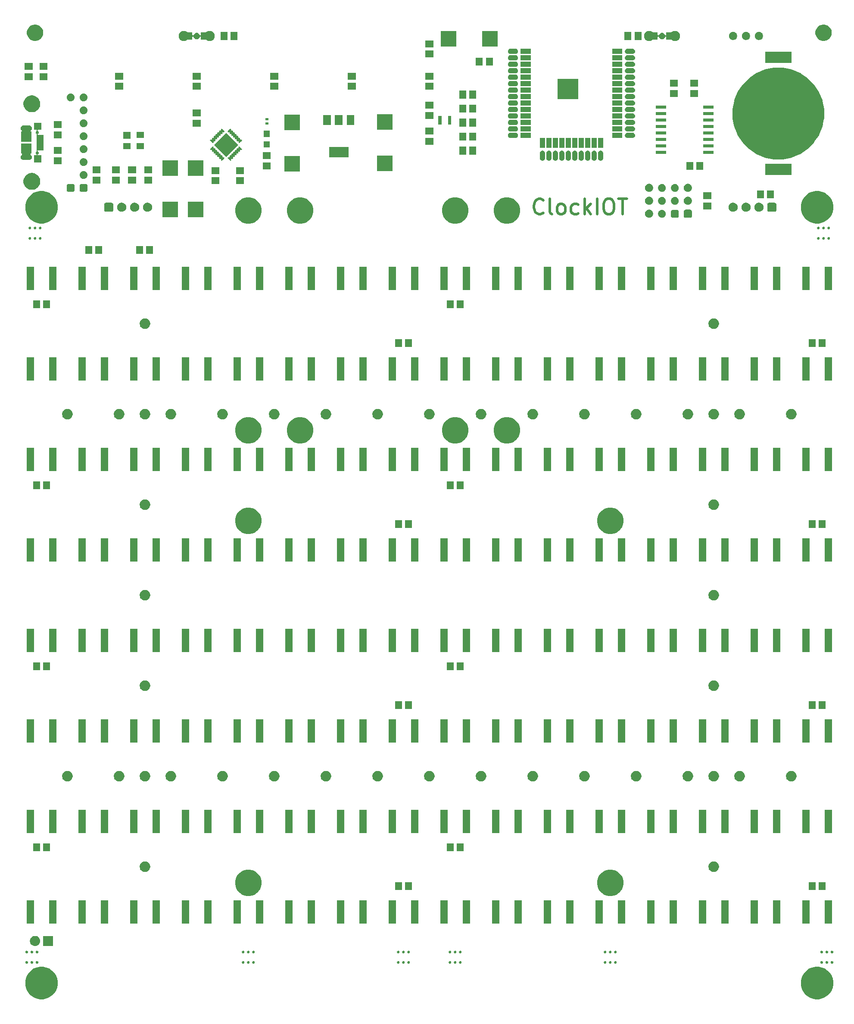
<source format=gts>
G04 #@! TF.GenerationSoftware,KiCad,Pcbnew,5.0.1-33cea8e~68~ubuntu16.04.1*
G04 #@! TF.CreationDate,2018-10-30T17:20:45+05:30*
G04 #@! TF.ProjectId,ClockIOT,436C6F636B494F542E6B696361645F70,rev 3*
G04 #@! TF.SameCoordinates,Original*
G04 #@! TF.FileFunction,Soldermask,Top*
G04 #@! TF.FilePolarity,Negative*
%FSLAX46Y46*%
G04 Gerber Fmt 4.6, Leading zero omitted, Abs format (unit mm)*
G04 Created by KiCad (PCBNEW 5.0.1-33cea8e~68~ubuntu16.04.1) date Tue Oct 30 17:20:45 2018*
%MOMM*%
%LPD*%
G01*
G04 APERTURE LIST*
%ADD10C,0.500000*%
%ADD11C,0.127000*%
G04 APERTURE END LIST*
D10*
X153857142Y-88701428D02*
X153714285Y-88844285D01*
X153285714Y-88987142D01*
X153000000Y-88987142D01*
X152571428Y-88844285D01*
X152285714Y-88558571D01*
X152142857Y-88272857D01*
X152000000Y-87701428D01*
X152000000Y-87272857D01*
X152142857Y-86701428D01*
X152285714Y-86415714D01*
X152571428Y-86130000D01*
X153000000Y-85987142D01*
X153285714Y-85987142D01*
X153714285Y-86130000D01*
X153857142Y-86272857D01*
X155571428Y-88987142D02*
X155285714Y-88844285D01*
X155142857Y-88558571D01*
X155142857Y-85987142D01*
X157142857Y-88987142D02*
X156857142Y-88844285D01*
X156714285Y-88701428D01*
X156571428Y-88415714D01*
X156571428Y-87558571D01*
X156714285Y-87272857D01*
X156857142Y-87130000D01*
X157142857Y-86987142D01*
X157571428Y-86987142D01*
X157857142Y-87130000D01*
X158000000Y-87272857D01*
X158142857Y-87558571D01*
X158142857Y-88415714D01*
X158000000Y-88701428D01*
X157857142Y-88844285D01*
X157571428Y-88987142D01*
X157142857Y-88987142D01*
X160714285Y-88844285D02*
X160428571Y-88987142D01*
X159857142Y-88987142D01*
X159571428Y-88844285D01*
X159428571Y-88701428D01*
X159285714Y-88415714D01*
X159285714Y-87558571D01*
X159428571Y-87272857D01*
X159571428Y-87130000D01*
X159857142Y-86987142D01*
X160428571Y-86987142D01*
X160714285Y-87130000D01*
X162000000Y-88987142D02*
X162000000Y-85987142D01*
X162285714Y-87844285D02*
X163142857Y-88987142D01*
X163142857Y-86987142D02*
X162000000Y-88130000D01*
X164428571Y-88987142D02*
X164428571Y-85987142D01*
X166428571Y-85987142D02*
X167000000Y-85987142D01*
X167285714Y-86130000D01*
X167571428Y-86415714D01*
X167714285Y-86987142D01*
X167714285Y-87987142D01*
X167571428Y-88558571D01*
X167285714Y-88844285D01*
X167000000Y-88987142D01*
X166428571Y-88987142D01*
X166142857Y-88844285D01*
X165857142Y-88558571D01*
X165714285Y-87987142D01*
X165714285Y-86987142D01*
X165857142Y-86415714D01*
X166142857Y-86130000D01*
X166428571Y-85987142D01*
X168571428Y-85987142D02*
X170285714Y-85987142D01*
X169428571Y-88987142D02*
X169428571Y-85987142D01*
D11*
G36*
X208578405Y-236952974D02*
X209160767Y-237194196D01*
X209684884Y-237544400D01*
X210130600Y-237990116D01*
X210480804Y-238514233D01*
X210722026Y-239096595D01*
X210845000Y-239714826D01*
X210845000Y-240345174D01*
X210722026Y-240963405D01*
X210480804Y-241545767D01*
X210130600Y-242069884D01*
X209684884Y-242515600D01*
X209160767Y-242865804D01*
X208578405Y-243107026D01*
X207960174Y-243230000D01*
X207329826Y-243230000D01*
X206711595Y-243107026D01*
X206129233Y-242865804D01*
X205605116Y-242515600D01*
X205159400Y-242069884D01*
X204809196Y-241545767D01*
X204567974Y-240963405D01*
X204445000Y-240345174D01*
X204445000Y-239714826D01*
X204567974Y-239096595D01*
X204809196Y-238514233D01*
X205159400Y-237990116D01*
X205605116Y-237544400D01*
X206129233Y-237194196D01*
X206711595Y-236952974D01*
X207329826Y-236830000D01*
X207960174Y-236830000D01*
X208578405Y-236952974D01*
X208578405Y-236952974D01*
G37*
G36*
X56178405Y-236952974D02*
X56760767Y-237194196D01*
X57284884Y-237544400D01*
X57730600Y-237990116D01*
X58080804Y-238514233D01*
X58322026Y-239096595D01*
X58445000Y-239714826D01*
X58445000Y-240345174D01*
X58322026Y-240963405D01*
X58080804Y-241545767D01*
X57730600Y-242069884D01*
X57284884Y-242515600D01*
X56760767Y-242865804D01*
X56178405Y-243107026D01*
X55560174Y-243230000D01*
X54929826Y-243230000D01*
X54311595Y-243107026D01*
X53729233Y-242865804D01*
X53205116Y-242515600D01*
X52759400Y-242069884D01*
X52409196Y-241545767D01*
X52167974Y-240963405D01*
X52045000Y-240345174D01*
X52045000Y-239714826D01*
X52167974Y-239096595D01*
X52409196Y-238514233D01*
X52759400Y-237990116D01*
X53205116Y-237544400D01*
X53729233Y-237194196D01*
X54311595Y-236952974D01*
X54929826Y-236830000D01*
X55560174Y-236830000D01*
X56178405Y-236952974D01*
X56178405Y-236952974D01*
G37*
G36*
X125423089Y-235721761D02*
X125469314Y-235740908D01*
X125469316Y-235740909D01*
X125510919Y-235768707D01*
X125546293Y-235804081D01*
X125546295Y-235804084D01*
X125574092Y-235845686D01*
X125593239Y-235891911D01*
X125603000Y-235940983D01*
X125603000Y-235991017D01*
X125593239Y-236040089D01*
X125574092Y-236086314D01*
X125574091Y-236086316D01*
X125546293Y-236127919D01*
X125510919Y-236163293D01*
X125469316Y-236191091D01*
X125469315Y-236191092D01*
X125469314Y-236191092D01*
X125423089Y-236210239D01*
X125374017Y-236220000D01*
X125323983Y-236220000D01*
X125274911Y-236210239D01*
X125228686Y-236191092D01*
X125228685Y-236191092D01*
X125228684Y-236191091D01*
X125187081Y-236163293D01*
X125151707Y-236127919D01*
X125123909Y-236086316D01*
X125123908Y-236086314D01*
X125104761Y-236040089D01*
X125095000Y-235991017D01*
X125095000Y-235940983D01*
X125104761Y-235891911D01*
X125123908Y-235845686D01*
X125151705Y-235804084D01*
X125151707Y-235804081D01*
X125187081Y-235768707D01*
X125228684Y-235740909D01*
X125228686Y-235740908D01*
X125274911Y-235721761D01*
X125323983Y-235712000D01*
X125374017Y-235712000D01*
X125423089Y-235721761D01*
X125423089Y-235721761D01*
G37*
G36*
X127455089Y-235721761D02*
X127501314Y-235740908D01*
X127501316Y-235740909D01*
X127542919Y-235768707D01*
X127578293Y-235804081D01*
X127578295Y-235804084D01*
X127606092Y-235845686D01*
X127625239Y-235891911D01*
X127635000Y-235940983D01*
X127635000Y-235991017D01*
X127625239Y-236040089D01*
X127606092Y-236086314D01*
X127606091Y-236086316D01*
X127578293Y-236127919D01*
X127542919Y-236163293D01*
X127501316Y-236191091D01*
X127501315Y-236191092D01*
X127501314Y-236191092D01*
X127455089Y-236210239D01*
X127406017Y-236220000D01*
X127355983Y-236220000D01*
X127306911Y-236210239D01*
X127260686Y-236191092D01*
X127260685Y-236191092D01*
X127260684Y-236191091D01*
X127219081Y-236163293D01*
X127183707Y-236127919D01*
X127155909Y-236086316D01*
X127155908Y-236086314D01*
X127136761Y-236040089D01*
X127127000Y-235991017D01*
X127127000Y-235940983D01*
X127136761Y-235891911D01*
X127155908Y-235845686D01*
X127183705Y-235804084D01*
X127183707Y-235804081D01*
X127219081Y-235768707D01*
X127260684Y-235740909D01*
X127260686Y-235740908D01*
X127306911Y-235721761D01*
X127355983Y-235712000D01*
X127406017Y-235712000D01*
X127455089Y-235721761D01*
X127455089Y-235721761D01*
G37*
G36*
X208608089Y-235721761D02*
X208654314Y-235740908D01*
X208654316Y-235740909D01*
X208695919Y-235768707D01*
X208731293Y-235804081D01*
X208731295Y-235804084D01*
X208759092Y-235845686D01*
X208778239Y-235891911D01*
X208788000Y-235940983D01*
X208788000Y-235991017D01*
X208778239Y-236040089D01*
X208759092Y-236086314D01*
X208759091Y-236086316D01*
X208731293Y-236127919D01*
X208695919Y-236163293D01*
X208654316Y-236191091D01*
X208654315Y-236191092D01*
X208654314Y-236191092D01*
X208608089Y-236210239D01*
X208559017Y-236220000D01*
X208508983Y-236220000D01*
X208459911Y-236210239D01*
X208413686Y-236191092D01*
X208413685Y-236191092D01*
X208413684Y-236191091D01*
X208372081Y-236163293D01*
X208336707Y-236127919D01*
X208308909Y-236086316D01*
X208308908Y-236086314D01*
X208289761Y-236040089D01*
X208280000Y-235991017D01*
X208280000Y-235940983D01*
X208289761Y-235891911D01*
X208308908Y-235845686D01*
X208336705Y-235804084D01*
X208336707Y-235804081D01*
X208372081Y-235768707D01*
X208413684Y-235740909D01*
X208413686Y-235740908D01*
X208459911Y-235721761D01*
X208508983Y-235712000D01*
X208559017Y-235712000D01*
X208608089Y-235721761D01*
X208608089Y-235721761D01*
G37*
G36*
X136599089Y-235721761D02*
X136645314Y-235740908D01*
X136645316Y-235740909D01*
X136686919Y-235768707D01*
X136722293Y-235804081D01*
X136722295Y-235804084D01*
X136750092Y-235845686D01*
X136769239Y-235891911D01*
X136779000Y-235940983D01*
X136779000Y-235991017D01*
X136769239Y-236040089D01*
X136750092Y-236086314D01*
X136750091Y-236086316D01*
X136722293Y-236127919D01*
X136686919Y-236163293D01*
X136645316Y-236191091D01*
X136645315Y-236191092D01*
X136645314Y-236191092D01*
X136599089Y-236210239D01*
X136550017Y-236220000D01*
X136499983Y-236220000D01*
X136450911Y-236210239D01*
X136404686Y-236191092D01*
X136404685Y-236191092D01*
X136404684Y-236191091D01*
X136363081Y-236163293D01*
X136327707Y-236127919D01*
X136299909Y-236086316D01*
X136299908Y-236086314D01*
X136280761Y-236040089D01*
X136271000Y-235991017D01*
X136271000Y-235940983D01*
X136280761Y-235891911D01*
X136299908Y-235845686D01*
X136327705Y-235804084D01*
X136327707Y-235804081D01*
X136363081Y-235768707D01*
X136404684Y-235740909D01*
X136404686Y-235740908D01*
X136450911Y-235721761D01*
X136499983Y-235712000D01*
X136550017Y-235712000D01*
X136599089Y-235721761D01*
X136599089Y-235721761D01*
G37*
G36*
X167079089Y-235721761D02*
X167125314Y-235740908D01*
X167125316Y-235740909D01*
X167166919Y-235768707D01*
X167202293Y-235804081D01*
X167202295Y-235804084D01*
X167230092Y-235845686D01*
X167249239Y-235891911D01*
X167259000Y-235940983D01*
X167259000Y-235991017D01*
X167249239Y-236040089D01*
X167230092Y-236086314D01*
X167230091Y-236086316D01*
X167202293Y-236127919D01*
X167166919Y-236163293D01*
X167125316Y-236191091D01*
X167125315Y-236191092D01*
X167125314Y-236191092D01*
X167079089Y-236210239D01*
X167030017Y-236220000D01*
X166979983Y-236220000D01*
X166930911Y-236210239D01*
X166884686Y-236191092D01*
X166884685Y-236191092D01*
X166884684Y-236191091D01*
X166843081Y-236163293D01*
X166807707Y-236127919D01*
X166779909Y-236086316D01*
X166779908Y-236086314D01*
X166760761Y-236040089D01*
X166751000Y-235991017D01*
X166751000Y-235940983D01*
X166760761Y-235891911D01*
X166779908Y-235845686D01*
X166807705Y-235804084D01*
X166807707Y-235804081D01*
X166843081Y-235768707D01*
X166884684Y-235740909D01*
X166884686Y-235740908D01*
X166930911Y-235721761D01*
X166979983Y-235712000D01*
X167030017Y-235712000D01*
X167079089Y-235721761D01*
X167079089Y-235721761D01*
G37*
G36*
X168095089Y-235721761D02*
X168141314Y-235740908D01*
X168141316Y-235740909D01*
X168182919Y-235768707D01*
X168218293Y-235804081D01*
X168218295Y-235804084D01*
X168246092Y-235845686D01*
X168265239Y-235891911D01*
X168275000Y-235940983D01*
X168275000Y-235991017D01*
X168265239Y-236040089D01*
X168246092Y-236086314D01*
X168246091Y-236086316D01*
X168218293Y-236127919D01*
X168182919Y-236163293D01*
X168141316Y-236191091D01*
X168141315Y-236191092D01*
X168141314Y-236191092D01*
X168095089Y-236210239D01*
X168046017Y-236220000D01*
X167995983Y-236220000D01*
X167946911Y-236210239D01*
X167900686Y-236191092D01*
X167900685Y-236191092D01*
X167900684Y-236191091D01*
X167859081Y-236163293D01*
X167823707Y-236127919D01*
X167795909Y-236086316D01*
X167795908Y-236086314D01*
X167776761Y-236040089D01*
X167767000Y-235991017D01*
X167767000Y-235940983D01*
X167776761Y-235891911D01*
X167795908Y-235845686D01*
X167823705Y-235804084D01*
X167823707Y-235804081D01*
X167859081Y-235768707D01*
X167900684Y-235740909D01*
X167900686Y-235740908D01*
X167946911Y-235721761D01*
X167995983Y-235712000D01*
X168046017Y-235712000D01*
X168095089Y-235721761D01*
X168095089Y-235721761D01*
G37*
G36*
X166063089Y-235721761D02*
X166109314Y-235740908D01*
X166109316Y-235740909D01*
X166150919Y-235768707D01*
X166186293Y-235804081D01*
X166186295Y-235804084D01*
X166214092Y-235845686D01*
X166233239Y-235891911D01*
X166243000Y-235940983D01*
X166243000Y-235991017D01*
X166233239Y-236040089D01*
X166214092Y-236086314D01*
X166214091Y-236086316D01*
X166186293Y-236127919D01*
X166150919Y-236163293D01*
X166109316Y-236191091D01*
X166109315Y-236191092D01*
X166109314Y-236191092D01*
X166063089Y-236210239D01*
X166014017Y-236220000D01*
X165963983Y-236220000D01*
X165914911Y-236210239D01*
X165868686Y-236191092D01*
X165868685Y-236191092D01*
X165868684Y-236191091D01*
X165827081Y-236163293D01*
X165791707Y-236127919D01*
X165763909Y-236086316D01*
X165763908Y-236086314D01*
X165744761Y-236040089D01*
X165735000Y-235991017D01*
X165735000Y-235940983D01*
X165744761Y-235891911D01*
X165763908Y-235845686D01*
X165791705Y-235804084D01*
X165791707Y-235804081D01*
X165827081Y-235768707D01*
X165868684Y-235740909D01*
X165868686Y-235740908D01*
X165914911Y-235721761D01*
X165963983Y-235712000D01*
X166014017Y-235712000D01*
X166063089Y-235721761D01*
X166063089Y-235721761D01*
G37*
G36*
X209624089Y-235721761D02*
X209670314Y-235740908D01*
X209670316Y-235740909D01*
X209711919Y-235768707D01*
X209747293Y-235804081D01*
X209747295Y-235804084D01*
X209775092Y-235845686D01*
X209794239Y-235891911D01*
X209804000Y-235940983D01*
X209804000Y-235991017D01*
X209794239Y-236040089D01*
X209775092Y-236086314D01*
X209775091Y-236086316D01*
X209747293Y-236127919D01*
X209711919Y-236163293D01*
X209670316Y-236191091D01*
X209670315Y-236191092D01*
X209670314Y-236191092D01*
X209624089Y-236210239D01*
X209575017Y-236220000D01*
X209524983Y-236220000D01*
X209475911Y-236210239D01*
X209429686Y-236191092D01*
X209429685Y-236191092D01*
X209429684Y-236191091D01*
X209388081Y-236163293D01*
X209352707Y-236127919D01*
X209324909Y-236086316D01*
X209324908Y-236086314D01*
X209305761Y-236040089D01*
X209296000Y-235991017D01*
X209296000Y-235940983D01*
X209305761Y-235891911D01*
X209324908Y-235845686D01*
X209352705Y-235804084D01*
X209352707Y-235804081D01*
X209388081Y-235768707D01*
X209429684Y-235740909D01*
X209429686Y-235740908D01*
X209475911Y-235721761D01*
X209524983Y-235712000D01*
X209575017Y-235712000D01*
X209624089Y-235721761D01*
X209624089Y-235721761D01*
G37*
G36*
X54430089Y-235721761D02*
X54476314Y-235740908D01*
X54476316Y-235740909D01*
X54517919Y-235768707D01*
X54553293Y-235804081D01*
X54553295Y-235804084D01*
X54581092Y-235845686D01*
X54600239Y-235891911D01*
X54610000Y-235940983D01*
X54610000Y-235991017D01*
X54600239Y-236040089D01*
X54581092Y-236086314D01*
X54581091Y-236086316D01*
X54553293Y-236127919D01*
X54517919Y-236163293D01*
X54476316Y-236191091D01*
X54476315Y-236191092D01*
X54476314Y-236191092D01*
X54430089Y-236210239D01*
X54381017Y-236220000D01*
X54330983Y-236220000D01*
X54281911Y-236210239D01*
X54235686Y-236191092D01*
X54235685Y-236191092D01*
X54235684Y-236191091D01*
X54194081Y-236163293D01*
X54158707Y-236127919D01*
X54130909Y-236086316D01*
X54130908Y-236086314D01*
X54111761Y-236040089D01*
X54102000Y-235991017D01*
X54102000Y-235940983D01*
X54111761Y-235891911D01*
X54130908Y-235845686D01*
X54158705Y-235804084D01*
X54158707Y-235804081D01*
X54194081Y-235768707D01*
X54235684Y-235740909D01*
X54235686Y-235740908D01*
X54281911Y-235721761D01*
X54330983Y-235712000D01*
X54381017Y-235712000D01*
X54430089Y-235721761D01*
X54430089Y-235721761D01*
G37*
G36*
X135583089Y-235721761D02*
X135629314Y-235740908D01*
X135629316Y-235740909D01*
X135670919Y-235768707D01*
X135706293Y-235804081D01*
X135706295Y-235804084D01*
X135734092Y-235845686D01*
X135753239Y-235891911D01*
X135763000Y-235940983D01*
X135763000Y-235991017D01*
X135753239Y-236040089D01*
X135734092Y-236086314D01*
X135734091Y-236086316D01*
X135706293Y-236127919D01*
X135670919Y-236163293D01*
X135629316Y-236191091D01*
X135629315Y-236191092D01*
X135629314Y-236191092D01*
X135583089Y-236210239D01*
X135534017Y-236220000D01*
X135483983Y-236220000D01*
X135434911Y-236210239D01*
X135388686Y-236191092D01*
X135388685Y-236191092D01*
X135388684Y-236191091D01*
X135347081Y-236163293D01*
X135311707Y-236127919D01*
X135283909Y-236086316D01*
X135283908Y-236086314D01*
X135264761Y-236040089D01*
X135255000Y-235991017D01*
X135255000Y-235940983D01*
X135264761Y-235891911D01*
X135283908Y-235845686D01*
X135311705Y-235804084D01*
X135311707Y-235804081D01*
X135347081Y-235768707D01*
X135388684Y-235740909D01*
X135388686Y-235740908D01*
X135434911Y-235721761D01*
X135483983Y-235712000D01*
X135534017Y-235712000D01*
X135583089Y-235721761D01*
X135583089Y-235721761D01*
G37*
G36*
X137615089Y-235721761D02*
X137661314Y-235740908D01*
X137661316Y-235740909D01*
X137702919Y-235768707D01*
X137738293Y-235804081D01*
X137738295Y-235804084D01*
X137766092Y-235845686D01*
X137785239Y-235891911D01*
X137795000Y-235940983D01*
X137795000Y-235991017D01*
X137785239Y-236040089D01*
X137766092Y-236086314D01*
X137766091Y-236086316D01*
X137738293Y-236127919D01*
X137702919Y-236163293D01*
X137661316Y-236191091D01*
X137661315Y-236191092D01*
X137661314Y-236191092D01*
X137615089Y-236210239D01*
X137566017Y-236220000D01*
X137515983Y-236220000D01*
X137466911Y-236210239D01*
X137420686Y-236191092D01*
X137420685Y-236191092D01*
X137420684Y-236191091D01*
X137379081Y-236163293D01*
X137343707Y-236127919D01*
X137315909Y-236086316D01*
X137315908Y-236086314D01*
X137296761Y-236040089D01*
X137287000Y-235991017D01*
X137287000Y-235940983D01*
X137296761Y-235891911D01*
X137315908Y-235845686D01*
X137343705Y-235804084D01*
X137343707Y-235804081D01*
X137379081Y-235768707D01*
X137420684Y-235740909D01*
X137420686Y-235740908D01*
X137466911Y-235721761D01*
X137515983Y-235712000D01*
X137566017Y-235712000D01*
X137615089Y-235721761D01*
X137615089Y-235721761D01*
G37*
G36*
X53414089Y-235721761D02*
X53460314Y-235740908D01*
X53460316Y-235740909D01*
X53501919Y-235768707D01*
X53537293Y-235804081D01*
X53537295Y-235804084D01*
X53565092Y-235845686D01*
X53584239Y-235891911D01*
X53594000Y-235940983D01*
X53594000Y-235991017D01*
X53584239Y-236040089D01*
X53565092Y-236086314D01*
X53565091Y-236086316D01*
X53537293Y-236127919D01*
X53501919Y-236163293D01*
X53460316Y-236191091D01*
X53460315Y-236191092D01*
X53460314Y-236191092D01*
X53414089Y-236210239D01*
X53365017Y-236220000D01*
X53314983Y-236220000D01*
X53265911Y-236210239D01*
X53219686Y-236191092D01*
X53219685Y-236191092D01*
X53219684Y-236191091D01*
X53178081Y-236163293D01*
X53142707Y-236127919D01*
X53114909Y-236086316D01*
X53114908Y-236086314D01*
X53095761Y-236040089D01*
X53086000Y-235991017D01*
X53086000Y-235940983D01*
X53095761Y-235891911D01*
X53114908Y-235845686D01*
X53142705Y-235804084D01*
X53142707Y-235804081D01*
X53178081Y-235768707D01*
X53219684Y-235740909D01*
X53219686Y-235740908D01*
X53265911Y-235721761D01*
X53314983Y-235712000D01*
X53365017Y-235712000D01*
X53414089Y-235721761D01*
X53414089Y-235721761D01*
G37*
G36*
X126439089Y-235721761D02*
X126485314Y-235740908D01*
X126485316Y-235740909D01*
X126526919Y-235768707D01*
X126562293Y-235804081D01*
X126562295Y-235804084D01*
X126590092Y-235845686D01*
X126609239Y-235891911D01*
X126619000Y-235940983D01*
X126619000Y-235991017D01*
X126609239Y-236040089D01*
X126590092Y-236086314D01*
X126590091Y-236086316D01*
X126562293Y-236127919D01*
X126526919Y-236163293D01*
X126485316Y-236191091D01*
X126485315Y-236191092D01*
X126485314Y-236191092D01*
X126439089Y-236210239D01*
X126390017Y-236220000D01*
X126339983Y-236220000D01*
X126290911Y-236210239D01*
X126244686Y-236191092D01*
X126244685Y-236191092D01*
X126244684Y-236191091D01*
X126203081Y-236163293D01*
X126167707Y-236127919D01*
X126139909Y-236086316D01*
X126139908Y-236086314D01*
X126120761Y-236040089D01*
X126111000Y-235991017D01*
X126111000Y-235940983D01*
X126120761Y-235891911D01*
X126139908Y-235845686D01*
X126167705Y-235804084D01*
X126167707Y-235804081D01*
X126203081Y-235768707D01*
X126244684Y-235740909D01*
X126244686Y-235740908D01*
X126290911Y-235721761D01*
X126339983Y-235712000D01*
X126390017Y-235712000D01*
X126439089Y-235721761D01*
X126439089Y-235721761D01*
G37*
G36*
X210640089Y-235721761D02*
X210686314Y-235740908D01*
X210686316Y-235740909D01*
X210727919Y-235768707D01*
X210763293Y-235804081D01*
X210763295Y-235804084D01*
X210791092Y-235845686D01*
X210810239Y-235891911D01*
X210820000Y-235940983D01*
X210820000Y-235991017D01*
X210810239Y-236040089D01*
X210791092Y-236086314D01*
X210791091Y-236086316D01*
X210763293Y-236127919D01*
X210727919Y-236163293D01*
X210686316Y-236191091D01*
X210686315Y-236191092D01*
X210686314Y-236191092D01*
X210640089Y-236210239D01*
X210591017Y-236220000D01*
X210540983Y-236220000D01*
X210491911Y-236210239D01*
X210445686Y-236191092D01*
X210445685Y-236191092D01*
X210445684Y-236191091D01*
X210404081Y-236163293D01*
X210368707Y-236127919D01*
X210340909Y-236086316D01*
X210340908Y-236086314D01*
X210321761Y-236040089D01*
X210312000Y-235991017D01*
X210312000Y-235940983D01*
X210321761Y-235891911D01*
X210340908Y-235845686D01*
X210368705Y-235804084D01*
X210368707Y-235804081D01*
X210404081Y-235768707D01*
X210445684Y-235740909D01*
X210445686Y-235740908D01*
X210491911Y-235721761D01*
X210540983Y-235712000D01*
X210591017Y-235712000D01*
X210640089Y-235721761D01*
X210640089Y-235721761D01*
G37*
G36*
X96975089Y-235721761D02*
X97021314Y-235740908D01*
X97021316Y-235740909D01*
X97062919Y-235768707D01*
X97098293Y-235804081D01*
X97098295Y-235804084D01*
X97126092Y-235845686D01*
X97145239Y-235891911D01*
X97155000Y-235940983D01*
X97155000Y-235991017D01*
X97145239Y-236040089D01*
X97126092Y-236086314D01*
X97126091Y-236086316D01*
X97098293Y-236127919D01*
X97062919Y-236163293D01*
X97021316Y-236191091D01*
X97021315Y-236191092D01*
X97021314Y-236191092D01*
X96975089Y-236210239D01*
X96926017Y-236220000D01*
X96875983Y-236220000D01*
X96826911Y-236210239D01*
X96780686Y-236191092D01*
X96780685Y-236191092D01*
X96780684Y-236191091D01*
X96739081Y-236163293D01*
X96703707Y-236127919D01*
X96675909Y-236086316D01*
X96675908Y-236086314D01*
X96656761Y-236040089D01*
X96647000Y-235991017D01*
X96647000Y-235940983D01*
X96656761Y-235891911D01*
X96675908Y-235845686D01*
X96703705Y-235804084D01*
X96703707Y-235804081D01*
X96739081Y-235768707D01*
X96780684Y-235740909D01*
X96780686Y-235740908D01*
X96826911Y-235721761D01*
X96875983Y-235712000D01*
X96926017Y-235712000D01*
X96975089Y-235721761D01*
X96975089Y-235721761D01*
G37*
G36*
X94943089Y-235721761D02*
X94989314Y-235740908D01*
X94989316Y-235740909D01*
X95030919Y-235768707D01*
X95066293Y-235804081D01*
X95066295Y-235804084D01*
X95094092Y-235845686D01*
X95113239Y-235891911D01*
X95123000Y-235940983D01*
X95123000Y-235991017D01*
X95113239Y-236040089D01*
X95094092Y-236086314D01*
X95094091Y-236086316D01*
X95066293Y-236127919D01*
X95030919Y-236163293D01*
X94989316Y-236191091D01*
X94989315Y-236191092D01*
X94989314Y-236191092D01*
X94943089Y-236210239D01*
X94894017Y-236220000D01*
X94843983Y-236220000D01*
X94794911Y-236210239D01*
X94748686Y-236191092D01*
X94748685Y-236191092D01*
X94748684Y-236191091D01*
X94707081Y-236163293D01*
X94671707Y-236127919D01*
X94643909Y-236086316D01*
X94643908Y-236086314D01*
X94624761Y-236040089D01*
X94615000Y-235991017D01*
X94615000Y-235940983D01*
X94624761Y-235891911D01*
X94643908Y-235845686D01*
X94671705Y-235804084D01*
X94671707Y-235804081D01*
X94707081Y-235768707D01*
X94748684Y-235740909D01*
X94748686Y-235740908D01*
X94794911Y-235721761D01*
X94843983Y-235712000D01*
X94894017Y-235712000D01*
X94943089Y-235721761D01*
X94943089Y-235721761D01*
G37*
G36*
X95959089Y-235721761D02*
X96005314Y-235740908D01*
X96005316Y-235740909D01*
X96046919Y-235768707D01*
X96082293Y-235804081D01*
X96082295Y-235804084D01*
X96110092Y-235845686D01*
X96129239Y-235891911D01*
X96139000Y-235940983D01*
X96139000Y-235991017D01*
X96129239Y-236040089D01*
X96110092Y-236086314D01*
X96110091Y-236086316D01*
X96082293Y-236127919D01*
X96046919Y-236163293D01*
X96005316Y-236191091D01*
X96005315Y-236191092D01*
X96005314Y-236191092D01*
X95959089Y-236210239D01*
X95910017Y-236220000D01*
X95859983Y-236220000D01*
X95810911Y-236210239D01*
X95764686Y-236191092D01*
X95764685Y-236191092D01*
X95764684Y-236191091D01*
X95723081Y-236163293D01*
X95687707Y-236127919D01*
X95659909Y-236086316D01*
X95659908Y-236086314D01*
X95640761Y-236040089D01*
X95631000Y-235991017D01*
X95631000Y-235940983D01*
X95640761Y-235891911D01*
X95659908Y-235845686D01*
X95687705Y-235804084D01*
X95687707Y-235804081D01*
X95723081Y-235768707D01*
X95764684Y-235740909D01*
X95764686Y-235740908D01*
X95810911Y-235721761D01*
X95859983Y-235712000D01*
X95910017Y-235712000D01*
X95959089Y-235721761D01*
X95959089Y-235721761D01*
G37*
G36*
X52398089Y-235721761D02*
X52444314Y-235740908D01*
X52444316Y-235740909D01*
X52485919Y-235768707D01*
X52521293Y-235804081D01*
X52521295Y-235804084D01*
X52549092Y-235845686D01*
X52568239Y-235891911D01*
X52578000Y-235940983D01*
X52578000Y-235991017D01*
X52568239Y-236040089D01*
X52549092Y-236086314D01*
X52549091Y-236086316D01*
X52521293Y-236127919D01*
X52485919Y-236163293D01*
X52444316Y-236191091D01*
X52444315Y-236191092D01*
X52444314Y-236191092D01*
X52398089Y-236210239D01*
X52349017Y-236220000D01*
X52298983Y-236220000D01*
X52249911Y-236210239D01*
X52203686Y-236191092D01*
X52203685Y-236191092D01*
X52203684Y-236191091D01*
X52162081Y-236163293D01*
X52126707Y-236127919D01*
X52098909Y-236086316D01*
X52098908Y-236086314D01*
X52079761Y-236040089D01*
X52070000Y-235991017D01*
X52070000Y-235940983D01*
X52079761Y-235891911D01*
X52098908Y-235845686D01*
X52126705Y-235804084D01*
X52126707Y-235804081D01*
X52162081Y-235768707D01*
X52203684Y-235740909D01*
X52203686Y-235740908D01*
X52249911Y-235721761D01*
X52298983Y-235712000D01*
X52349017Y-235712000D01*
X52398089Y-235721761D01*
X52398089Y-235721761D01*
G37*
G36*
X52398089Y-233689761D02*
X52444314Y-233708908D01*
X52444316Y-233708909D01*
X52485919Y-233736707D01*
X52521293Y-233772081D01*
X52521295Y-233772084D01*
X52549092Y-233813686D01*
X52568239Y-233859911D01*
X52578000Y-233908983D01*
X52578000Y-233959017D01*
X52568239Y-234008089D01*
X52549092Y-234054314D01*
X52549091Y-234054316D01*
X52521293Y-234095919D01*
X52485919Y-234131293D01*
X52444316Y-234159091D01*
X52444315Y-234159092D01*
X52444314Y-234159092D01*
X52398089Y-234178239D01*
X52349017Y-234188000D01*
X52298983Y-234188000D01*
X52249911Y-234178239D01*
X52203686Y-234159092D01*
X52203685Y-234159092D01*
X52203684Y-234159091D01*
X52162081Y-234131293D01*
X52126707Y-234095919D01*
X52098909Y-234054316D01*
X52098908Y-234054314D01*
X52079761Y-234008089D01*
X52070000Y-233959017D01*
X52070000Y-233908983D01*
X52079761Y-233859911D01*
X52098908Y-233813686D01*
X52126705Y-233772084D01*
X52126707Y-233772081D01*
X52162081Y-233736707D01*
X52203684Y-233708909D01*
X52203686Y-233708908D01*
X52249911Y-233689761D01*
X52298983Y-233680000D01*
X52349017Y-233680000D01*
X52398089Y-233689761D01*
X52398089Y-233689761D01*
G37*
G36*
X127455089Y-233689761D02*
X127501314Y-233708908D01*
X127501316Y-233708909D01*
X127542919Y-233736707D01*
X127578293Y-233772081D01*
X127578295Y-233772084D01*
X127606092Y-233813686D01*
X127625239Y-233859911D01*
X127635000Y-233908983D01*
X127635000Y-233959017D01*
X127625239Y-234008089D01*
X127606092Y-234054314D01*
X127606091Y-234054316D01*
X127578293Y-234095919D01*
X127542919Y-234131293D01*
X127501316Y-234159091D01*
X127501315Y-234159092D01*
X127501314Y-234159092D01*
X127455089Y-234178239D01*
X127406017Y-234188000D01*
X127355983Y-234188000D01*
X127306911Y-234178239D01*
X127260686Y-234159092D01*
X127260685Y-234159092D01*
X127260684Y-234159091D01*
X127219081Y-234131293D01*
X127183707Y-234095919D01*
X127155909Y-234054316D01*
X127155908Y-234054314D01*
X127136761Y-234008089D01*
X127127000Y-233959017D01*
X127127000Y-233908983D01*
X127136761Y-233859911D01*
X127155908Y-233813686D01*
X127183705Y-233772084D01*
X127183707Y-233772081D01*
X127219081Y-233736707D01*
X127260684Y-233708909D01*
X127260686Y-233708908D01*
X127306911Y-233689761D01*
X127355983Y-233680000D01*
X127406017Y-233680000D01*
X127455089Y-233689761D01*
X127455089Y-233689761D01*
G37*
G36*
X125423089Y-233689761D02*
X125469314Y-233708908D01*
X125469316Y-233708909D01*
X125510919Y-233736707D01*
X125546293Y-233772081D01*
X125546295Y-233772084D01*
X125574092Y-233813686D01*
X125593239Y-233859911D01*
X125603000Y-233908983D01*
X125603000Y-233959017D01*
X125593239Y-234008089D01*
X125574092Y-234054314D01*
X125574091Y-234054316D01*
X125546293Y-234095919D01*
X125510919Y-234131293D01*
X125469316Y-234159091D01*
X125469315Y-234159092D01*
X125469314Y-234159092D01*
X125423089Y-234178239D01*
X125374017Y-234188000D01*
X125323983Y-234188000D01*
X125274911Y-234178239D01*
X125228686Y-234159092D01*
X125228685Y-234159092D01*
X125228684Y-234159091D01*
X125187081Y-234131293D01*
X125151707Y-234095919D01*
X125123909Y-234054316D01*
X125123908Y-234054314D01*
X125104761Y-234008089D01*
X125095000Y-233959017D01*
X125095000Y-233908983D01*
X125104761Y-233859911D01*
X125123908Y-233813686D01*
X125151705Y-233772084D01*
X125151707Y-233772081D01*
X125187081Y-233736707D01*
X125228684Y-233708909D01*
X125228686Y-233708908D01*
X125274911Y-233689761D01*
X125323983Y-233680000D01*
X125374017Y-233680000D01*
X125423089Y-233689761D01*
X125423089Y-233689761D01*
G37*
G36*
X95959089Y-233689761D02*
X96005314Y-233708908D01*
X96005316Y-233708909D01*
X96046919Y-233736707D01*
X96082293Y-233772081D01*
X96082295Y-233772084D01*
X96110092Y-233813686D01*
X96129239Y-233859911D01*
X96139000Y-233908983D01*
X96139000Y-233959017D01*
X96129239Y-234008089D01*
X96110092Y-234054314D01*
X96110091Y-234054316D01*
X96082293Y-234095919D01*
X96046919Y-234131293D01*
X96005316Y-234159091D01*
X96005315Y-234159092D01*
X96005314Y-234159092D01*
X95959089Y-234178239D01*
X95910017Y-234188000D01*
X95859983Y-234188000D01*
X95810911Y-234178239D01*
X95764686Y-234159092D01*
X95764685Y-234159092D01*
X95764684Y-234159091D01*
X95723081Y-234131293D01*
X95687707Y-234095919D01*
X95659909Y-234054316D01*
X95659908Y-234054314D01*
X95640761Y-234008089D01*
X95631000Y-233959017D01*
X95631000Y-233908983D01*
X95640761Y-233859911D01*
X95659908Y-233813686D01*
X95687705Y-233772084D01*
X95687707Y-233772081D01*
X95723081Y-233736707D01*
X95764684Y-233708909D01*
X95764686Y-233708908D01*
X95810911Y-233689761D01*
X95859983Y-233680000D01*
X95910017Y-233680000D01*
X95959089Y-233689761D01*
X95959089Y-233689761D01*
G37*
G36*
X96975089Y-233689761D02*
X97021314Y-233708908D01*
X97021316Y-233708909D01*
X97062919Y-233736707D01*
X97098293Y-233772081D01*
X97098295Y-233772084D01*
X97126092Y-233813686D01*
X97145239Y-233859911D01*
X97155000Y-233908983D01*
X97155000Y-233959017D01*
X97145239Y-234008089D01*
X97126092Y-234054314D01*
X97126091Y-234054316D01*
X97098293Y-234095919D01*
X97062919Y-234131293D01*
X97021316Y-234159091D01*
X97021315Y-234159092D01*
X97021314Y-234159092D01*
X96975089Y-234178239D01*
X96926017Y-234188000D01*
X96875983Y-234188000D01*
X96826911Y-234178239D01*
X96780686Y-234159092D01*
X96780685Y-234159092D01*
X96780684Y-234159091D01*
X96739081Y-234131293D01*
X96703707Y-234095919D01*
X96675909Y-234054316D01*
X96675908Y-234054314D01*
X96656761Y-234008089D01*
X96647000Y-233959017D01*
X96647000Y-233908983D01*
X96656761Y-233859911D01*
X96675908Y-233813686D01*
X96703705Y-233772084D01*
X96703707Y-233772081D01*
X96739081Y-233736707D01*
X96780684Y-233708909D01*
X96780686Y-233708908D01*
X96826911Y-233689761D01*
X96875983Y-233680000D01*
X96926017Y-233680000D01*
X96975089Y-233689761D01*
X96975089Y-233689761D01*
G37*
G36*
X94943089Y-233689761D02*
X94989314Y-233708908D01*
X94989316Y-233708909D01*
X95030919Y-233736707D01*
X95066293Y-233772081D01*
X95066295Y-233772084D01*
X95094092Y-233813686D01*
X95113239Y-233859911D01*
X95123000Y-233908983D01*
X95123000Y-233959017D01*
X95113239Y-234008089D01*
X95094092Y-234054314D01*
X95094091Y-234054316D01*
X95066293Y-234095919D01*
X95030919Y-234131293D01*
X94989316Y-234159091D01*
X94989315Y-234159092D01*
X94989314Y-234159092D01*
X94943089Y-234178239D01*
X94894017Y-234188000D01*
X94843983Y-234188000D01*
X94794911Y-234178239D01*
X94748686Y-234159092D01*
X94748685Y-234159092D01*
X94748684Y-234159091D01*
X94707081Y-234131293D01*
X94671707Y-234095919D01*
X94643909Y-234054316D01*
X94643908Y-234054314D01*
X94624761Y-234008089D01*
X94615000Y-233959017D01*
X94615000Y-233908983D01*
X94624761Y-233859911D01*
X94643908Y-233813686D01*
X94671705Y-233772084D01*
X94671707Y-233772081D01*
X94707081Y-233736707D01*
X94748684Y-233708909D01*
X94748686Y-233708908D01*
X94794911Y-233689761D01*
X94843983Y-233680000D01*
X94894017Y-233680000D01*
X94943089Y-233689761D01*
X94943089Y-233689761D01*
G37*
G36*
X53414089Y-233689761D02*
X53460314Y-233708908D01*
X53460316Y-233708909D01*
X53501919Y-233736707D01*
X53537293Y-233772081D01*
X53537295Y-233772084D01*
X53565092Y-233813686D01*
X53584239Y-233859911D01*
X53594000Y-233908983D01*
X53594000Y-233959017D01*
X53584239Y-234008089D01*
X53565092Y-234054314D01*
X53565091Y-234054316D01*
X53537293Y-234095919D01*
X53501919Y-234131293D01*
X53460316Y-234159091D01*
X53460315Y-234159092D01*
X53460314Y-234159092D01*
X53414089Y-234178239D01*
X53365017Y-234188000D01*
X53314983Y-234188000D01*
X53265911Y-234178239D01*
X53219686Y-234159092D01*
X53219685Y-234159092D01*
X53219684Y-234159091D01*
X53178081Y-234131293D01*
X53142707Y-234095919D01*
X53114909Y-234054316D01*
X53114908Y-234054314D01*
X53095761Y-234008089D01*
X53086000Y-233959017D01*
X53086000Y-233908983D01*
X53095761Y-233859911D01*
X53114908Y-233813686D01*
X53142705Y-233772084D01*
X53142707Y-233772081D01*
X53178081Y-233736707D01*
X53219684Y-233708909D01*
X53219686Y-233708908D01*
X53265911Y-233689761D01*
X53314983Y-233680000D01*
X53365017Y-233680000D01*
X53414089Y-233689761D01*
X53414089Y-233689761D01*
G37*
G36*
X54430089Y-233689761D02*
X54476314Y-233708908D01*
X54476316Y-233708909D01*
X54517919Y-233736707D01*
X54553293Y-233772081D01*
X54553295Y-233772084D01*
X54581092Y-233813686D01*
X54600239Y-233859911D01*
X54610000Y-233908983D01*
X54610000Y-233959017D01*
X54600239Y-234008089D01*
X54581092Y-234054314D01*
X54581091Y-234054316D01*
X54553293Y-234095919D01*
X54517919Y-234131293D01*
X54476316Y-234159091D01*
X54476315Y-234159092D01*
X54476314Y-234159092D01*
X54430089Y-234178239D01*
X54381017Y-234188000D01*
X54330983Y-234188000D01*
X54281911Y-234178239D01*
X54235686Y-234159092D01*
X54235685Y-234159092D01*
X54235684Y-234159091D01*
X54194081Y-234131293D01*
X54158707Y-234095919D01*
X54130909Y-234054316D01*
X54130908Y-234054314D01*
X54111761Y-234008089D01*
X54102000Y-233959017D01*
X54102000Y-233908983D01*
X54111761Y-233859911D01*
X54130908Y-233813686D01*
X54158705Y-233772084D01*
X54158707Y-233772081D01*
X54194081Y-233736707D01*
X54235684Y-233708909D01*
X54235686Y-233708908D01*
X54281911Y-233689761D01*
X54330983Y-233680000D01*
X54381017Y-233680000D01*
X54430089Y-233689761D01*
X54430089Y-233689761D01*
G37*
G36*
X137615089Y-233689761D02*
X137661314Y-233708908D01*
X137661316Y-233708909D01*
X137702919Y-233736707D01*
X137738293Y-233772081D01*
X137738295Y-233772084D01*
X137766092Y-233813686D01*
X137785239Y-233859911D01*
X137795000Y-233908983D01*
X137795000Y-233959017D01*
X137785239Y-234008089D01*
X137766092Y-234054314D01*
X137766091Y-234054316D01*
X137738293Y-234095919D01*
X137702919Y-234131293D01*
X137661316Y-234159091D01*
X137661315Y-234159092D01*
X137661314Y-234159092D01*
X137615089Y-234178239D01*
X137566017Y-234188000D01*
X137515983Y-234188000D01*
X137466911Y-234178239D01*
X137420686Y-234159092D01*
X137420685Y-234159092D01*
X137420684Y-234159091D01*
X137379081Y-234131293D01*
X137343707Y-234095919D01*
X137315909Y-234054316D01*
X137315908Y-234054314D01*
X137296761Y-234008089D01*
X137287000Y-233959017D01*
X137287000Y-233908983D01*
X137296761Y-233859911D01*
X137315908Y-233813686D01*
X137343705Y-233772084D01*
X137343707Y-233772081D01*
X137379081Y-233736707D01*
X137420684Y-233708909D01*
X137420686Y-233708908D01*
X137466911Y-233689761D01*
X137515983Y-233680000D01*
X137566017Y-233680000D01*
X137615089Y-233689761D01*
X137615089Y-233689761D01*
G37*
G36*
X136599089Y-233689761D02*
X136645314Y-233708908D01*
X136645316Y-233708909D01*
X136686919Y-233736707D01*
X136722293Y-233772081D01*
X136722295Y-233772084D01*
X136750092Y-233813686D01*
X136769239Y-233859911D01*
X136779000Y-233908983D01*
X136779000Y-233959017D01*
X136769239Y-234008089D01*
X136750092Y-234054314D01*
X136750091Y-234054316D01*
X136722293Y-234095919D01*
X136686919Y-234131293D01*
X136645316Y-234159091D01*
X136645315Y-234159092D01*
X136645314Y-234159092D01*
X136599089Y-234178239D01*
X136550017Y-234188000D01*
X136499983Y-234188000D01*
X136450911Y-234178239D01*
X136404686Y-234159092D01*
X136404685Y-234159092D01*
X136404684Y-234159091D01*
X136363081Y-234131293D01*
X136327707Y-234095919D01*
X136299909Y-234054316D01*
X136299908Y-234054314D01*
X136280761Y-234008089D01*
X136271000Y-233959017D01*
X136271000Y-233908983D01*
X136280761Y-233859911D01*
X136299908Y-233813686D01*
X136327705Y-233772084D01*
X136327707Y-233772081D01*
X136363081Y-233736707D01*
X136404684Y-233708909D01*
X136404686Y-233708908D01*
X136450911Y-233689761D01*
X136499983Y-233680000D01*
X136550017Y-233680000D01*
X136599089Y-233689761D01*
X136599089Y-233689761D01*
G37*
G36*
X166063089Y-233689761D02*
X166109314Y-233708908D01*
X166109316Y-233708909D01*
X166150919Y-233736707D01*
X166186293Y-233772081D01*
X166186295Y-233772084D01*
X166214092Y-233813686D01*
X166233239Y-233859911D01*
X166243000Y-233908983D01*
X166243000Y-233959017D01*
X166233239Y-234008089D01*
X166214092Y-234054314D01*
X166214091Y-234054316D01*
X166186293Y-234095919D01*
X166150919Y-234131293D01*
X166109316Y-234159091D01*
X166109315Y-234159092D01*
X166109314Y-234159092D01*
X166063089Y-234178239D01*
X166014017Y-234188000D01*
X165963983Y-234188000D01*
X165914911Y-234178239D01*
X165868686Y-234159092D01*
X165868685Y-234159092D01*
X165868684Y-234159091D01*
X165827081Y-234131293D01*
X165791707Y-234095919D01*
X165763909Y-234054316D01*
X165763908Y-234054314D01*
X165744761Y-234008089D01*
X165735000Y-233959017D01*
X165735000Y-233908983D01*
X165744761Y-233859911D01*
X165763908Y-233813686D01*
X165791705Y-233772084D01*
X165791707Y-233772081D01*
X165827081Y-233736707D01*
X165868684Y-233708909D01*
X165868686Y-233708908D01*
X165914911Y-233689761D01*
X165963983Y-233680000D01*
X166014017Y-233680000D01*
X166063089Y-233689761D01*
X166063089Y-233689761D01*
G37*
G36*
X168095089Y-233689761D02*
X168141314Y-233708908D01*
X168141316Y-233708909D01*
X168182919Y-233736707D01*
X168218293Y-233772081D01*
X168218295Y-233772084D01*
X168246092Y-233813686D01*
X168265239Y-233859911D01*
X168275000Y-233908983D01*
X168275000Y-233959017D01*
X168265239Y-234008089D01*
X168246092Y-234054314D01*
X168246091Y-234054316D01*
X168218293Y-234095919D01*
X168182919Y-234131293D01*
X168141316Y-234159091D01*
X168141315Y-234159092D01*
X168141314Y-234159092D01*
X168095089Y-234178239D01*
X168046017Y-234188000D01*
X167995983Y-234188000D01*
X167946911Y-234178239D01*
X167900686Y-234159092D01*
X167900685Y-234159092D01*
X167900684Y-234159091D01*
X167859081Y-234131293D01*
X167823707Y-234095919D01*
X167795909Y-234054316D01*
X167795908Y-234054314D01*
X167776761Y-234008089D01*
X167767000Y-233959017D01*
X167767000Y-233908983D01*
X167776761Y-233859911D01*
X167795908Y-233813686D01*
X167823705Y-233772084D01*
X167823707Y-233772081D01*
X167859081Y-233736707D01*
X167900684Y-233708909D01*
X167900686Y-233708908D01*
X167946911Y-233689761D01*
X167995983Y-233680000D01*
X168046017Y-233680000D01*
X168095089Y-233689761D01*
X168095089Y-233689761D01*
G37*
G36*
X167079089Y-233689761D02*
X167125314Y-233708908D01*
X167125316Y-233708909D01*
X167166919Y-233736707D01*
X167202293Y-233772081D01*
X167202295Y-233772084D01*
X167230092Y-233813686D01*
X167249239Y-233859911D01*
X167259000Y-233908983D01*
X167259000Y-233959017D01*
X167249239Y-234008089D01*
X167230092Y-234054314D01*
X167230091Y-234054316D01*
X167202293Y-234095919D01*
X167166919Y-234131293D01*
X167125316Y-234159091D01*
X167125315Y-234159092D01*
X167125314Y-234159092D01*
X167079089Y-234178239D01*
X167030017Y-234188000D01*
X166979983Y-234188000D01*
X166930911Y-234178239D01*
X166884686Y-234159092D01*
X166884685Y-234159092D01*
X166884684Y-234159091D01*
X166843081Y-234131293D01*
X166807707Y-234095919D01*
X166779909Y-234054316D01*
X166779908Y-234054314D01*
X166760761Y-234008089D01*
X166751000Y-233959017D01*
X166751000Y-233908983D01*
X166760761Y-233859911D01*
X166779908Y-233813686D01*
X166807705Y-233772084D01*
X166807707Y-233772081D01*
X166843081Y-233736707D01*
X166884684Y-233708909D01*
X166884686Y-233708908D01*
X166930911Y-233689761D01*
X166979983Y-233680000D01*
X167030017Y-233680000D01*
X167079089Y-233689761D01*
X167079089Y-233689761D01*
G37*
G36*
X208608089Y-233689761D02*
X208654314Y-233708908D01*
X208654316Y-233708909D01*
X208695919Y-233736707D01*
X208731293Y-233772081D01*
X208731295Y-233772084D01*
X208759092Y-233813686D01*
X208778239Y-233859911D01*
X208788000Y-233908983D01*
X208788000Y-233959017D01*
X208778239Y-234008089D01*
X208759092Y-234054314D01*
X208759091Y-234054316D01*
X208731293Y-234095919D01*
X208695919Y-234131293D01*
X208654316Y-234159091D01*
X208654315Y-234159092D01*
X208654314Y-234159092D01*
X208608089Y-234178239D01*
X208559017Y-234188000D01*
X208508983Y-234188000D01*
X208459911Y-234178239D01*
X208413686Y-234159092D01*
X208413685Y-234159092D01*
X208413684Y-234159091D01*
X208372081Y-234131293D01*
X208336707Y-234095919D01*
X208308909Y-234054316D01*
X208308908Y-234054314D01*
X208289761Y-234008089D01*
X208280000Y-233959017D01*
X208280000Y-233908983D01*
X208289761Y-233859911D01*
X208308908Y-233813686D01*
X208336705Y-233772084D01*
X208336707Y-233772081D01*
X208372081Y-233736707D01*
X208413684Y-233708909D01*
X208413686Y-233708908D01*
X208459911Y-233689761D01*
X208508983Y-233680000D01*
X208559017Y-233680000D01*
X208608089Y-233689761D01*
X208608089Y-233689761D01*
G37*
G36*
X210640089Y-233689761D02*
X210686314Y-233708908D01*
X210686316Y-233708909D01*
X210727919Y-233736707D01*
X210763293Y-233772081D01*
X210763295Y-233772084D01*
X210791092Y-233813686D01*
X210810239Y-233859911D01*
X210820000Y-233908983D01*
X210820000Y-233959017D01*
X210810239Y-234008089D01*
X210791092Y-234054314D01*
X210791091Y-234054316D01*
X210763293Y-234095919D01*
X210727919Y-234131293D01*
X210686316Y-234159091D01*
X210686315Y-234159092D01*
X210686314Y-234159092D01*
X210640089Y-234178239D01*
X210591017Y-234188000D01*
X210540983Y-234188000D01*
X210491911Y-234178239D01*
X210445686Y-234159092D01*
X210445685Y-234159092D01*
X210445684Y-234159091D01*
X210404081Y-234131293D01*
X210368707Y-234095919D01*
X210340909Y-234054316D01*
X210340908Y-234054314D01*
X210321761Y-234008089D01*
X210312000Y-233959017D01*
X210312000Y-233908983D01*
X210321761Y-233859911D01*
X210340908Y-233813686D01*
X210368705Y-233772084D01*
X210368707Y-233772081D01*
X210404081Y-233736707D01*
X210445684Y-233708909D01*
X210445686Y-233708908D01*
X210491911Y-233689761D01*
X210540983Y-233680000D01*
X210591017Y-233680000D01*
X210640089Y-233689761D01*
X210640089Y-233689761D01*
G37*
G36*
X209624089Y-233689761D02*
X209670314Y-233708908D01*
X209670316Y-233708909D01*
X209711919Y-233736707D01*
X209747293Y-233772081D01*
X209747295Y-233772084D01*
X209775092Y-233813686D01*
X209794239Y-233859911D01*
X209804000Y-233908983D01*
X209804000Y-233959017D01*
X209794239Y-234008089D01*
X209775092Y-234054314D01*
X209775091Y-234054316D01*
X209747293Y-234095919D01*
X209711919Y-234131293D01*
X209670316Y-234159091D01*
X209670315Y-234159092D01*
X209670314Y-234159092D01*
X209624089Y-234178239D01*
X209575017Y-234188000D01*
X209524983Y-234188000D01*
X209475911Y-234178239D01*
X209429686Y-234159092D01*
X209429685Y-234159092D01*
X209429684Y-234159091D01*
X209388081Y-234131293D01*
X209352707Y-234095919D01*
X209324909Y-234054316D01*
X209324908Y-234054314D01*
X209305761Y-234008089D01*
X209296000Y-233959017D01*
X209296000Y-233908983D01*
X209305761Y-233859911D01*
X209324908Y-233813686D01*
X209352705Y-233772084D01*
X209352707Y-233772081D01*
X209388081Y-233736707D01*
X209429684Y-233708909D01*
X209429686Y-233708908D01*
X209475911Y-233689761D01*
X209524983Y-233680000D01*
X209575017Y-233680000D01*
X209624089Y-233689761D01*
X209624089Y-233689761D01*
G37*
G36*
X135583089Y-233689761D02*
X135629314Y-233708908D01*
X135629316Y-233708909D01*
X135670919Y-233736707D01*
X135706293Y-233772081D01*
X135706295Y-233772084D01*
X135734092Y-233813686D01*
X135753239Y-233859911D01*
X135763000Y-233908983D01*
X135763000Y-233959017D01*
X135753239Y-234008089D01*
X135734092Y-234054314D01*
X135734091Y-234054316D01*
X135706293Y-234095919D01*
X135670919Y-234131293D01*
X135629316Y-234159091D01*
X135629315Y-234159092D01*
X135629314Y-234159092D01*
X135583089Y-234178239D01*
X135534017Y-234188000D01*
X135483983Y-234188000D01*
X135434911Y-234178239D01*
X135388686Y-234159092D01*
X135388685Y-234159092D01*
X135388684Y-234159091D01*
X135347081Y-234131293D01*
X135311707Y-234095919D01*
X135283909Y-234054316D01*
X135283908Y-234054314D01*
X135264761Y-234008089D01*
X135255000Y-233959017D01*
X135255000Y-233908983D01*
X135264761Y-233859911D01*
X135283908Y-233813686D01*
X135311705Y-233772084D01*
X135311707Y-233772081D01*
X135347081Y-233736707D01*
X135388684Y-233708909D01*
X135388686Y-233708908D01*
X135434911Y-233689761D01*
X135483983Y-233680000D01*
X135534017Y-233680000D01*
X135583089Y-233689761D01*
X135583089Y-233689761D01*
G37*
G36*
X126439089Y-233689761D02*
X126485314Y-233708908D01*
X126485316Y-233708909D01*
X126526919Y-233736707D01*
X126562293Y-233772081D01*
X126562295Y-233772084D01*
X126590092Y-233813686D01*
X126609239Y-233859911D01*
X126619000Y-233908983D01*
X126619000Y-233959017D01*
X126609239Y-234008089D01*
X126590092Y-234054314D01*
X126590091Y-234054316D01*
X126562293Y-234095919D01*
X126526919Y-234131293D01*
X126485316Y-234159091D01*
X126485315Y-234159092D01*
X126485314Y-234159092D01*
X126439089Y-234178239D01*
X126390017Y-234188000D01*
X126339983Y-234188000D01*
X126290911Y-234178239D01*
X126244686Y-234159092D01*
X126244685Y-234159092D01*
X126244684Y-234159091D01*
X126203081Y-234131293D01*
X126167707Y-234095919D01*
X126139909Y-234054316D01*
X126139908Y-234054314D01*
X126120761Y-234008089D01*
X126111000Y-233959017D01*
X126111000Y-233908983D01*
X126120761Y-233859911D01*
X126139908Y-233813686D01*
X126167705Y-233772084D01*
X126167707Y-233772081D01*
X126203081Y-233736707D01*
X126244684Y-233708909D01*
X126244686Y-233708908D01*
X126290911Y-233689761D01*
X126339983Y-233680000D01*
X126390017Y-233680000D01*
X126439089Y-233689761D01*
X126439089Y-233689761D01*
G37*
G36*
X57515000Y-232775000D02*
X55515000Y-232775000D01*
X55515000Y-230775000D01*
X57515000Y-230775000D01*
X57515000Y-232775000D01*
X57515000Y-232775000D01*
G37*
G36*
X54171030Y-230789469D02*
X54171033Y-230789470D01*
X54171034Y-230789470D01*
X54359535Y-230846651D01*
X54359537Y-230846652D01*
X54533260Y-230939509D01*
X54685528Y-231064472D01*
X54810491Y-231216740D01*
X54903348Y-231390463D01*
X54960531Y-231578970D01*
X54979838Y-231775000D01*
X54960531Y-231971030D01*
X54903348Y-232159537D01*
X54810491Y-232333260D01*
X54685528Y-232485528D01*
X54533260Y-232610491D01*
X54533258Y-232610492D01*
X54359535Y-232703349D01*
X54171034Y-232760530D01*
X54171033Y-232760530D01*
X54171030Y-232760531D01*
X54024124Y-232775000D01*
X53925876Y-232775000D01*
X53778970Y-232760531D01*
X53778967Y-232760530D01*
X53778966Y-232760530D01*
X53590465Y-232703349D01*
X53416742Y-232610492D01*
X53416740Y-232610491D01*
X53264472Y-232485528D01*
X53139509Y-232333260D01*
X53046652Y-232159537D01*
X52989469Y-231971030D01*
X52970162Y-231775000D01*
X52989469Y-231578970D01*
X53046652Y-231390463D01*
X53139509Y-231216740D01*
X53264472Y-231064472D01*
X53416740Y-230939509D01*
X53590463Y-230846652D01*
X53590465Y-230846651D01*
X53778966Y-230789470D01*
X53778967Y-230789470D01*
X53778970Y-230789469D01*
X53925876Y-230775000D01*
X54024124Y-230775000D01*
X54171030Y-230789469D01*
X54171030Y-230789469D01*
G37*
G36*
X53745000Y-228360000D02*
X52345000Y-228360000D01*
X52345000Y-223760000D01*
X53745000Y-223760000D01*
X53745000Y-228360000D01*
X53745000Y-228360000D01*
G37*
G36*
X94385000Y-228360000D02*
X92985000Y-228360000D01*
X92985000Y-223760000D01*
X94385000Y-223760000D01*
X94385000Y-228360000D01*
X94385000Y-228360000D01*
G37*
G36*
X68305000Y-228360000D02*
X66905000Y-228360000D01*
X66905000Y-223760000D01*
X68305000Y-223760000D01*
X68305000Y-228360000D01*
X68305000Y-228360000D01*
G37*
G36*
X119105000Y-228360000D02*
X117705000Y-228360000D01*
X117705000Y-223760000D01*
X119105000Y-223760000D01*
X119105000Y-228360000D01*
X119105000Y-228360000D01*
G37*
G36*
X124865000Y-228360000D02*
X123465000Y-228360000D01*
X123465000Y-223760000D01*
X124865000Y-223760000D01*
X124865000Y-228360000D01*
X124865000Y-228360000D01*
G37*
G36*
X129265000Y-228360000D02*
X127865000Y-228360000D01*
X127865000Y-223760000D01*
X129265000Y-223760000D01*
X129265000Y-228360000D01*
X129265000Y-228360000D01*
G37*
G36*
X135025000Y-228360000D02*
X133625000Y-228360000D01*
X133625000Y-223760000D01*
X135025000Y-223760000D01*
X135025000Y-228360000D01*
X135025000Y-228360000D01*
G37*
G36*
X139425000Y-228360000D02*
X138025000Y-228360000D01*
X138025000Y-223760000D01*
X139425000Y-223760000D01*
X139425000Y-228360000D01*
X139425000Y-228360000D01*
G37*
G36*
X145185000Y-228360000D02*
X143785000Y-228360000D01*
X143785000Y-223760000D01*
X145185000Y-223760000D01*
X145185000Y-228360000D01*
X145185000Y-228360000D01*
G37*
G36*
X149585000Y-228360000D02*
X148185000Y-228360000D01*
X148185000Y-223760000D01*
X149585000Y-223760000D01*
X149585000Y-228360000D01*
X149585000Y-228360000D01*
G37*
G36*
X155345000Y-228360000D02*
X153945000Y-228360000D01*
X153945000Y-223760000D01*
X155345000Y-223760000D01*
X155345000Y-228360000D01*
X155345000Y-228360000D01*
G37*
G36*
X159745000Y-228360000D02*
X158345000Y-228360000D01*
X158345000Y-223760000D01*
X159745000Y-223760000D01*
X159745000Y-228360000D01*
X159745000Y-228360000D01*
G37*
G36*
X63905000Y-228360000D02*
X62505000Y-228360000D01*
X62505000Y-223760000D01*
X63905000Y-223760000D01*
X63905000Y-228360000D01*
X63905000Y-228360000D01*
G37*
G36*
X108945000Y-228360000D02*
X107545000Y-228360000D01*
X107545000Y-223760000D01*
X108945000Y-223760000D01*
X108945000Y-228360000D01*
X108945000Y-228360000D01*
G37*
G36*
X104545000Y-228360000D02*
X103145000Y-228360000D01*
X103145000Y-223760000D01*
X104545000Y-223760000D01*
X104545000Y-228360000D01*
X104545000Y-228360000D01*
G37*
G36*
X165505000Y-228360000D02*
X164105000Y-228360000D01*
X164105000Y-223760000D01*
X165505000Y-223760000D01*
X165505000Y-228360000D01*
X165505000Y-228360000D01*
G37*
G36*
X190225000Y-228360000D02*
X188825000Y-228360000D01*
X188825000Y-223760000D01*
X190225000Y-223760000D01*
X190225000Y-228360000D01*
X190225000Y-228360000D01*
G37*
G36*
X58145000Y-228360000D02*
X56745000Y-228360000D01*
X56745000Y-223760000D01*
X58145000Y-223760000D01*
X58145000Y-228360000D01*
X58145000Y-228360000D01*
G37*
G36*
X210545000Y-228360000D02*
X209145000Y-228360000D01*
X209145000Y-223760000D01*
X210545000Y-223760000D01*
X210545000Y-228360000D01*
X210545000Y-228360000D01*
G37*
G36*
X206145000Y-228360000D02*
X204745000Y-228360000D01*
X204745000Y-223760000D01*
X206145000Y-223760000D01*
X206145000Y-228360000D01*
X206145000Y-228360000D01*
G37*
G36*
X200385000Y-228360000D02*
X198985000Y-228360000D01*
X198985000Y-223760000D01*
X200385000Y-223760000D01*
X200385000Y-228360000D01*
X200385000Y-228360000D01*
G37*
G36*
X195985000Y-228360000D02*
X194585000Y-228360000D01*
X194585000Y-223760000D01*
X195985000Y-223760000D01*
X195985000Y-228360000D01*
X195985000Y-228360000D01*
G37*
G36*
X185825000Y-228360000D02*
X184425000Y-228360000D01*
X184425000Y-223760000D01*
X185825000Y-223760000D01*
X185825000Y-228360000D01*
X185825000Y-228360000D01*
G37*
G36*
X180065000Y-228360000D02*
X178665000Y-228360000D01*
X178665000Y-223760000D01*
X180065000Y-223760000D01*
X180065000Y-228360000D01*
X180065000Y-228360000D01*
G37*
G36*
X175665000Y-228360000D02*
X174265000Y-228360000D01*
X174265000Y-223760000D01*
X175665000Y-223760000D01*
X175665000Y-228360000D01*
X175665000Y-228360000D01*
G37*
G36*
X114705000Y-228360000D02*
X113305000Y-228360000D01*
X113305000Y-223760000D01*
X114705000Y-223760000D01*
X114705000Y-228360000D01*
X114705000Y-228360000D01*
G37*
G36*
X98785000Y-228360000D02*
X97385000Y-228360000D01*
X97385000Y-223760000D01*
X98785000Y-223760000D01*
X98785000Y-228360000D01*
X98785000Y-228360000D01*
G37*
G36*
X169905000Y-228360000D02*
X168505000Y-228360000D01*
X168505000Y-223760000D01*
X169905000Y-223760000D01*
X169905000Y-228360000D01*
X169905000Y-228360000D01*
G37*
G36*
X88625000Y-228360000D02*
X87225000Y-228360000D01*
X87225000Y-223760000D01*
X88625000Y-223760000D01*
X88625000Y-228360000D01*
X88625000Y-228360000D01*
G37*
G36*
X84225000Y-228360000D02*
X82825000Y-228360000D01*
X82825000Y-223760000D01*
X84225000Y-223760000D01*
X84225000Y-228360000D01*
X84225000Y-228360000D01*
G37*
G36*
X78465000Y-228360000D02*
X77065000Y-228360000D01*
X77065000Y-223760000D01*
X78465000Y-223760000D01*
X78465000Y-228360000D01*
X78465000Y-228360000D01*
G37*
G36*
X74065000Y-228360000D02*
X72665000Y-228360000D01*
X72665000Y-223760000D01*
X74065000Y-223760000D01*
X74065000Y-228360000D01*
X74065000Y-228360000D01*
G37*
G36*
X96643391Y-217844916D02*
X96966876Y-217978908D01*
X97116562Y-218040910D01*
X97194336Y-218092877D01*
X97542406Y-218325450D01*
X97904550Y-218687594D01*
X98189091Y-219113440D01*
X98385084Y-219586609D01*
X98485000Y-220088921D01*
X98485000Y-220601079D01*
X98385084Y-221103391D01*
X98189091Y-221576560D01*
X97904550Y-222002406D01*
X97542406Y-222364550D01*
X97542403Y-222364552D01*
X97116562Y-222649090D01*
X97116561Y-222649091D01*
X97116560Y-222649091D01*
X96643391Y-222845084D01*
X96141079Y-222945000D01*
X95628921Y-222945000D01*
X95126609Y-222845084D01*
X94653440Y-222649091D01*
X94653439Y-222649091D01*
X94653438Y-222649090D01*
X94227597Y-222364552D01*
X94227594Y-222364550D01*
X93865450Y-222002406D01*
X93580909Y-221576560D01*
X93384916Y-221103391D01*
X93285000Y-220601079D01*
X93285000Y-220088921D01*
X93384916Y-219586609D01*
X93580909Y-219113440D01*
X93865450Y-218687594D01*
X94227594Y-218325450D01*
X94575664Y-218092877D01*
X94653438Y-218040910D01*
X94803124Y-217978908D01*
X95126609Y-217844916D01*
X95628921Y-217745000D01*
X96141079Y-217745000D01*
X96643391Y-217844916D01*
X96643391Y-217844916D01*
G37*
G36*
X167763391Y-217844916D02*
X168086876Y-217978908D01*
X168236562Y-218040910D01*
X168314336Y-218092877D01*
X168662406Y-218325450D01*
X169024550Y-218687594D01*
X169309091Y-219113440D01*
X169505084Y-219586609D01*
X169605000Y-220088921D01*
X169605000Y-220601079D01*
X169505084Y-221103391D01*
X169309091Y-221576560D01*
X169024550Y-222002406D01*
X168662406Y-222364550D01*
X168662403Y-222364552D01*
X168236562Y-222649090D01*
X168236561Y-222649091D01*
X168236560Y-222649091D01*
X167763391Y-222845084D01*
X167261079Y-222945000D01*
X166748921Y-222945000D01*
X166246609Y-222845084D01*
X165773440Y-222649091D01*
X165773439Y-222649091D01*
X165773438Y-222649090D01*
X165347597Y-222364552D01*
X165347594Y-222364550D01*
X164985450Y-222002406D01*
X164700909Y-221576560D01*
X164504916Y-221103391D01*
X164405000Y-220601079D01*
X164405000Y-220088921D01*
X164504916Y-219586609D01*
X164700909Y-219113440D01*
X164985450Y-218687594D01*
X165347594Y-218325450D01*
X165695664Y-218092877D01*
X165773438Y-218040910D01*
X165923124Y-217978908D01*
X166246609Y-217844916D01*
X166748921Y-217745000D01*
X167261079Y-217745000D01*
X167763391Y-217844916D01*
X167763391Y-217844916D01*
G37*
G36*
X207320000Y-221755000D02*
X205970000Y-221755000D01*
X205970000Y-220205000D01*
X207320000Y-220205000D01*
X207320000Y-221755000D01*
X207320000Y-221755000D01*
G37*
G36*
X209320000Y-221755000D02*
X207970000Y-221755000D01*
X207970000Y-220205000D01*
X209320000Y-220205000D01*
X209320000Y-221755000D01*
X209320000Y-221755000D01*
G37*
G36*
X128040000Y-221755000D02*
X126690000Y-221755000D01*
X126690000Y-220205000D01*
X128040000Y-220205000D01*
X128040000Y-221755000D01*
X128040000Y-221755000D01*
G37*
G36*
X126040000Y-221755000D02*
X124690000Y-221755000D01*
X124690000Y-220205000D01*
X126040000Y-220205000D01*
X126040000Y-221755000D01*
X126040000Y-221755000D01*
G37*
G36*
X187628765Y-216168620D02*
X187818289Y-216247123D01*
X187988855Y-216361092D01*
X188133908Y-216506145D01*
X188247877Y-216676711D01*
X188326380Y-216866235D01*
X188366400Y-217067430D01*
X188366400Y-217272570D01*
X188326380Y-217473765D01*
X188247877Y-217663289D01*
X188133908Y-217833855D01*
X187988855Y-217978908D01*
X187818289Y-218092877D01*
X187628765Y-218171380D01*
X187427570Y-218211400D01*
X187222430Y-218211400D01*
X187021235Y-218171380D01*
X186831711Y-218092877D01*
X186661145Y-217978908D01*
X186516092Y-217833855D01*
X186402123Y-217663289D01*
X186323620Y-217473765D01*
X186283600Y-217272570D01*
X186283600Y-217067430D01*
X186323620Y-216866235D01*
X186402123Y-216676711D01*
X186516092Y-216506145D01*
X186661145Y-216361092D01*
X186831711Y-216247123D01*
X187021235Y-216168620D01*
X187222430Y-216128600D01*
X187427570Y-216128600D01*
X187628765Y-216168620D01*
X187628765Y-216168620D01*
G37*
G36*
X75868765Y-216168620D02*
X76058289Y-216247123D01*
X76228855Y-216361092D01*
X76373908Y-216506145D01*
X76487877Y-216676711D01*
X76566380Y-216866235D01*
X76606400Y-217067430D01*
X76606400Y-217272570D01*
X76566380Y-217473765D01*
X76487877Y-217663289D01*
X76373908Y-217833855D01*
X76228855Y-217978908D01*
X76058289Y-218092877D01*
X75868765Y-218171380D01*
X75667570Y-218211400D01*
X75462430Y-218211400D01*
X75261235Y-218171380D01*
X75071711Y-218092877D01*
X74901145Y-217978908D01*
X74756092Y-217833855D01*
X74642123Y-217663289D01*
X74563620Y-217473765D01*
X74523600Y-217272570D01*
X74523600Y-217067430D01*
X74563620Y-216866235D01*
X74642123Y-216676711D01*
X74756092Y-216506145D01*
X74901145Y-216361092D01*
X75071711Y-216247123D01*
X75261235Y-216168620D01*
X75462430Y-216128600D01*
X75667570Y-216128600D01*
X75868765Y-216168620D01*
X75868765Y-216168620D01*
G37*
G36*
X136200000Y-214135000D02*
X134850000Y-214135000D01*
X134850000Y-212585000D01*
X136200000Y-212585000D01*
X136200000Y-214135000D01*
X136200000Y-214135000D01*
G37*
G36*
X138200000Y-214135000D02*
X136850000Y-214135000D01*
X136850000Y-212585000D01*
X138200000Y-212585000D01*
X138200000Y-214135000D01*
X138200000Y-214135000D01*
G37*
G36*
X54920000Y-214135000D02*
X53570000Y-214135000D01*
X53570000Y-212585000D01*
X54920000Y-212585000D01*
X54920000Y-214135000D01*
X54920000Y-214135000D01*
G37*
G36*
X56920000Y-214135000D02*
X55570000Y-214135000D01*
X55570000Y-212585000D01*
X56920000Y-212585000D01*
X56920000Y-214135000D01*
X56920000Y-214135000D01*
G37*
G36*
X159745000Y-210580000D02*
X158345000Y-210580000D01*
X158345000Y-205980000D01*
X159745000Y-205980000D01*
X159745000Y-210580000D01*
X159745000Y-210580000D01*
G37*
G36*
X155345000Y-210580000D02*
X153945000Y-210580000D01*
X153945000Y-205980000D01*
X155345000Y-205980000D01*
X155345000Y-210580000D01*
X155345000Y-210580000D01*
G37*
G36*
X149585000Y-210580000D02*
X148185000Y-210580000D01*
X148185000Y-205980000D01*
X149585000Y-205980000D01*
X149585000Y-210580000D01*
X149585000Y-210580000D01*
G37*
G36*
X210545000Y-210580000D02*
X209145000Y-210580000D01*
X209145000Y-205980000D01*
X210545000Y-205980000D01*
X210545000Y-210580000D01*
X210545000Y-210580000D01*
G37*
G36*
X139425000Y-210580000D02*
X138025000Y-210580000D01*
X138025000Y-205980000D01*
X139425000Y-205980000D01*
X139425000Y-210580000D01*
X139425000Y-210580000D01*
G37*
G36*
X135025000Y-210580000D02*
X133625000Y-210580000D01*
X133625000Y-205980000D01*
X135025000Y-205980000D01*
X135025000Y-210580000D01*
X135025000Y-210580000D01*
G37*
G36*
X129265000Y-210580000D02*
X127865000Y-210580000D01*
X127865000Y-205980000D01*
X129265000Y-205980000D01*
X129265000Y-210580000D01*
X129265000Y-210580000D01*
G37*
G36*
X119105000Y-210580000D02*
X117705000Y-210580000D01*
X117705000Y-205980000D01*
X119105000Y-205980000D01*
X119105000Y-210580000D01*
X119105000Y-210580000D01*
G37*
G36*
X114705000Y-210580000D02*
X113305000Y-210580000D01*
X113305000Y-205980000D01*
X114705000Y-205980000D01*
X114705000Y-210580000D01*
X114705000Y-210580000D01*
G37*
G36*
X108945000Y-210580000D02*
X107545000Y-210580000D01*
X107545000Y-205980000D01*
X108945000Y-205980000D01*
X108945000Y-210580000D01*
X108945000Y-210580000D01*
G37*
G36*
X104545000Y-210580000D02*
X103145000Y-210580000D01*
X103145000Y-205980000D01*
X104545000Y-205980000D01*
X104545000Y-210580000D01*
X104545000Y-210580000D01*
G37*
G36*
X98785000Y-210580000D02*
X97385000Y-210580000D01*
X97385000Y-205980000D01*
X98785000Y-205980000D01*
X98785000Y-210580000D01*
X98785000Y-210580000D01*
G37*
G36*
X94385000Y-210580000D02*
X92985000Y-210580000D01*
X92985000Y-205980000D01*
X94385000Y-205980000D01*
X94385000Y-210580000D01*
X94385000Y-210580000D01*
G37*
G36*
X88625000Y-210580000D02*
X87225000Y-210580000D01*
X87225000Y-205980000D01*
X88625000Y-205980000D01*
X88625000Y-210580000D01*
X88625000Y-210580000D01*
G37*
G36*
X84225000Y-210580000D02*
X82825000Y-210580000D01*
X82825000Y-205980000D01*
X84225000Y-205980000D01*
X84225000Y-210580000D01*
X84225000Y-210580000D01*
G37*
G36*
X58145000Y-210580000D02*
X56745000Y-210580000D01*
X56745000Y-205980000D01*
X58145000Y-205980000D01*
X58145000Y-210580000D01*
X58145000Y-210580000D01*
G37*
G36*
X169905000Y-210580000D02*
X168505000Y-210580000D01*
X168505000Y-205980000D01*
X169905000Y-205980000D01*
X169905000Y-210580000D01*
X169905000Y-210580000D01*
G37*
G36*
X165505000Y-210580000D02*
X164105000Y-210580000D01*
X164105000Y-205980000D01*
X165505000Y-205980000D01*
X165505000Y-210580000D01*
X165505000Y-210580000D01*
G37*
G36*
X124865000Y-210580000D02*
X123465000Y-210580000D01*
X123465000Y-205980000D01*
X124865000Y-205980000D01*
X124865000Y-210580000D01*
X124865000Y-210580000D01*
G37*
G36*
X53745000Y-210580000D02*
X52345000Y-210580000D01*
X52345000Y-205980000D01*
X53745000Y-205980000D01*
X53745000Y-210580000D01*
X53745000Y-210580000D01*
G37*
G36*
X78465000Y-210580000D02*
X77065000Y-210580000D01*
X77065000Y-205980000D01*
X78465000Y-205980000D01*
X78465000Y-210580000D01*
X78465000Y-210580000D01*
G37*
G36*
X63905000Y-210580000D02*
X62505000Y-210580000D01*
X62505000Y-205980000D01*
X63905000Y-205980000D01*
X63905000Y-210580000D01*
X63905000Y-210580000D01*
G37*
G36*
X68305000Y-210580000D02*
X66905000Y-210580000D01*
X66905000Y-205980000D01*
X68305000Y-205980000D01*
X68305000Y-210580000D01*
X68305000Y-210580000D01*
G37*
G36*
X74065000Y-210580000D02*
X72665000Y-210580000D01*
X72665000Y-205980000D01*
X74065000Y-205980000D01*
X74065000Y-210580000D01*
X74065000Y-210580000D01*
G37*
G36*
X145185000Y-210580000D02*
X143785000Y-210580000D01*
X143785000Y-205980000D01*
X145185000Y-205980000D01*
X145185000Y-210580000D01*
X145185000Y-210580000D01*
G37*
G36*
X206145000Y-210580000D02*
X204745000Y-210580000D01*
X204745000Y-205980000D01*
X206145000Y-205980000D01*
X206145000Y-210580000D01*
X206145000Y-210580000D01*
G37*
G36*
X200385000Y-210580000D02*
X198985000Y-210580000D01*
X198985000Y-205980000D01*
X200385000Y-205980000D01*
X200385000Y-210580000D01*
X200385000Y-210580000D01*
G37*
G36*
X195985000Y-210580000D02*
X194585000Y-210580000D01*
X194585000Y-205980000D01*
X195985000Y-205980000D01*
X195985000Y-210580000D01*
X195985000Y-210580000D01*
G37*
G36*
X190225000Y-210580000D02*
X188825000Y-210580000D01*
X188825000Y-205980000D01*
X190225000Y-205980000D01*
X190225000Y-210580000D01*
X190225000Y-210580000D01*
G37*
G36*
X185825000Y-210580000D02*
X184425000Y-210580000D01*
X184425000Y-205980000D01*
X185825000Y-205980000D01*
X185825000Y-210580000D01*
X185825000Y-210580000D01*
G37*
G36*
X180065000Y-210580000D02*
X178665000Y-210580000D01*
X178665000Y-205980000D01*
X180065000Y-205980000D01*
X180065000Y-210580000D01*
X180065000Y-210580000D01*
G37*
G36*
X175665000Y-210580000D02*
X174265000Y-210580000D01*
X174265000Y-205980000D01*
X175665000Y-205980000D01*
X175665000Y-210580000D01*
X175665000Y-210580000D01*
G37*
G36*
X101268765Y-198388620D02*
X101458289Y-198467123D01*
X101628855Y-198581092D01*
X101773908Y-198726145D01*
X101887877Y-198896711D01*
X101966380Y-199086235D01*
X102006400Y-199287430D01*
X102006400Y-199492570D01*
X101966380Y-199693765D01*
X101887877Y-199883289D01*
X101773908Y-200053855D01*
X101628855Y-200198908D01*
X101458289Y-200312877D01*
X101268765Y-200391380D01*
X101067570Y-200431400D01*
X100862430Y-200431400D01*
X100661235Y-200391380D01*
X100471711Y-200312877D01*
X100301145Y-200198908D01*
X100156092Y-200053855D01*
X100042123Y-199883289D01*
X99963620Y-199693765D01*
X99923600Y-199492570D01*
X99923600Y-199287430D01*
X99963620Y-199086235D01*
X100042123Y-198896711D01*
X100156092Y-198726145D01*
X100301145Y-198581092D01*
X100471711Y-198467123D01*
X100661235Y-198388620D01*
X100862430Y-198348600D01*
X101067570Y-198348600D01*
X101268765Y-198388620D01*
X101268765Y-198388620D01*
G37*
G36*
X80948765Y-198388620D02*
X81138289Y-198467123D01*
X81308855Y-198581092D01*
X81453908Y-198726145D01*
X81567877Y-198896711D01*
X81646380Y-199086235D01*
X81686400Y-199287430D01*
X81686400Y-199492570D01*
X81646380Y-199693765D01*
X81567877Y-199883289D01*
X81453908Y-200053855D01*
X81308855Y-200198908D01*
X81138289Y-200312877D01*
X80948765Y-200391380D01*
X80747570Y-200431400D01*
X80542430Y-200431400D01*
X80341235Y-200391380D01*
X80151711Y-200312877D01*
X79981145Y-200198908D01*
X79836092Y-200053855D01*
X79722123Y-199883289D01*
X79643620Y-199693765D01*
X79603600Y-199492570D01*
X79603600Y-199287430D01*
X79643620Y-199086235D01*
X79722123Y-198896711D01*
X79836092Y-198726145D01*
X79981145Y-198581092D01*
X80151711Y-198467123D01*
X80341235Y-198388620D01*
X80542430Y-198348600D01*
X80747570Y-198348600D01*
X80948765Y-198388620D01*
X80948765Y-198388620D01*
G37*
G36*
X60628765Y-198388620D02*
X60818289Y-198467123D01*
X60988855Y-198581092D01*
X61133908Y-198726145D01*
X61247877Y-198896711D01*
X61326380Y-199086235D01*
X61366400Y-199287430D01*
X61366400Y-199492570D01*
X61326380Y-199693765D01*
X61247877Y-199883289D01*
X61133908Y-200053855D01*
X60988855Y-200198908D01*
X60818289Y-200312877D01*
X60628765Y-200391380D01*
X60427570Y-200431400D01*
X60222430Y-200431400D01*
X60021235Y-200391380D01*
X59831711Y-200312877D01*
X59661145Y-200198908D01*
X59516092Y-200053855D01*
X59402123Y-199883289D01*
X59323620Y-199693765D01*
X59283600Y-199492570D01*
X59283600Y-199287430D01*
X59323620Y-199086235D01*
X59402123Y-198896711D01*
X59516092Y-198726145D01*
X59661145Y-198581092D01*
X59831711Y-198467123D01*
X60021235Y-198388620D01*
X60222430Y-198348600D01*
X60427570Y-198348600D01*
X60628765Y-198388620D01*
X60628765Y-198388620D01*
G37*
G36*
X70788765Y-198388620D02*
X70978289Y-198467123D01*
X71148855Y-198581092D01*
X71293908Y-198726145D01*
X71407877Y-198896711D01*
X71486380Y-199086235D01*
X71526400Y-199287430D01*
X71526400Y-199492570D01*
X71486380Y-199693765D01*
X71407877Y-199883289D01*
X71293908Y-200053855D01*
X71148855Y-200198908D01*
X70978289Y-200312877D01*
X70788765Y-200391380D01*
X70587570Y-200431400D01*
X70382430Y-200431400D01*
X70181235Y-200391380D01*
X69991711Y-200312877D01*
X69821145Y-200198908D01*
X69676092Y-200053855D01*
X69562123Y-199883289D01*
X69483620Y-199693765D01*
X69443600Y-199492570D01*
X69443600Y-199287430D01*
X69483620Y-199086235D01*
X69562123Y-198896711D01*
X69676092Y-198726145D01*
X69821145Y-198581092D01*
X69991711Y-198467123D01*
X70181235Y-198388620D01*
X70382430Y-198348600D01*
X70587570Y-198348600D01*
X70788765Y-198388620D01*
X70788765Y-198388620D01*
G37*
G36*
X75868765Y-198388620D02*
X76058289Y-198467123D01*
X76228855Y-198581092D01*
X76373908Y-198726145D01*
X76487877Y-198896711D01*
X76566380Y-199086235D01*
X76606400Y-199287430D01*
X76606400Y-199492570D01*
X76566380Y-199693765D01*
X76487877Y-199883289D01*
X76373908Y-200053855D01*
X76228855Y-200198908D01*
X76058289Y-200312877D01*
X75868765Y-200391380D01*
X75667570Y-200431400D01*
X75462430Y-200431400D01*
X75261235Y-200391380D01*
X75071711Y-200312877D01*
X74901145Y-200198908D01*
X74756092Y-200053855D01*
X74642123Y-199883289D01*
X74563620Y-199693765D01*
X74523600Y-199492570D01*
X74523600Y-199287430D01*
X74563620Y-199086235D01*
X74642123Y-198896711D01*
X74756092Y-198726145D01*
X74901145Y-198581092D01*
X75071711Y-198467123D01*
X75261235Y-198388620D01*
X75462430Y-198348600D01*
X75667570Y-198348600D01*
X75868765Y-198388620D01*
X75868765Y-198388620D01*
G37*
G36*
X202868765Y-198388620D02*
X203058289Y-198467123D01*
X203228855Y-198581092D01*
X203373908Y-198726145D01*
X203487877Y-198896711D01*
X203566380Y-199086235D01*
X203606400Y-199287430D01*
X203606400Y-199492570D01*
X203566380Y-199693765D01*
X203487877Y-199883289D01*
X203373908Y-200053855D01*
X203228855Y-200198908D01*
X203058289Y-200312877D01*
X202868765Y-200391380D01*
X202667570Y-200431400D01*
X202462430Y-200431400D01*
X202261235Y-200391380D01*
X202071711Y-200312877D01*
X201901145Y-200198908D01*
X201756092Y-200053855D01*
X201642123Y-199883289D01*
X201563620Y-199693765D01*
X201523600Y-199492570D01*
X201523600Y-199287430D01*
X201563620Y-199086235D01*
X201642123Y-198896711D01*
X201756092Y-198726145D01*
X201901145Y-198581092D01*
X202071711Y-198467123D01*
X202261235Y-198388620D01*
X202462430Y-198348600D01*
X202667570Y-198348600D01*
X202868765Y-198388620D01*
X202868765Y-198388620D01*
G37*
G36*
X192708765Y-198388620D02*
X192898289Y-198467123D01*
X193068855Y-198581092D01*
X193213908Y-198726145D01*
X193327877Y-198896711D01*
X193406380Y-199086235D01*
X193446400Y-199287430D01*
X193446400Y-199492570D01*
X193406380Y-199693765D01*
X193327877Y-199883289D01*
X193213908Y-200053855D01*
X193068855Y-200198908D01*
X192898289Y-200312877D01*
X192708765Y-200391380D01*
X192507570Y-200431400D01*
X192302430Y-200431400D01*
X192101235Y-200391380D01*
X191911711Y-200312877D01*
X191741145Y-200198908D01*
X191596092Y-200053855D01*
X191482123Y-199883289D01*
X191403620Y-199693765D01*
X191363600Y-199492570D01*
X191363600Y-199287430D01*
X191403620Y-199086235D01*
X191482123Y-198896711D01*
X191596092Y-198726145D01*
X191741145Y-198581092D01*
X191911711Y-198467123D01*
X192101235Y-198388620D01*
X192302430Y-198348600D01*
X192507570Y-198348600D01*
X192708765Y-198388620D01*
X192708765Y-198388620D01*
G37*
G36*
X182548765Y-198388620D02*
X182738289Y-198467123D01*
X182908855Y-198581092D01*
X183053908Y-198726145D01*
X183167877Y-198896711D01*
X183246380Y-199086235D01*
X183286400Y-199287430D01*
X183286400Y-199492570D01*
X183246380Y-199693765D01*
X183167877Y-199883289D01*
X183053908Y-200053855D01*
X182908855Y-200198908D01*
X182738289Y-200312877D01*
X182548765Y-200391380D01*
X182347570Y-200431400D01*
X182142430Y-200431400D01*
X181941235Y-200391380D01*
X181751711Y-200312877D01*
X181581145Y-200198908D01*
X181436092Y-200053855D01*
X181322123Y-199883289D01*
X181243620Y-199693765D01*
X181203600Y-199492570D01*
X181203600Y-199287430D01*
X181243620Y-199086235D01*
X181322123Y-198896711D01*
X181436092Y-198726145D01*
X181581145Y-198581092D01*
X181751711Y-198467123D01*
X181941235Y-198388620D01*
X182142430Y-198348600D01*
X182347570Y-198348600D01*
X182548765Y-198388620D01*
X182548765Y-198388620D01*
G37*
G36*
X187628765Y-198388620D02*
X187818289Y-198467123D01*
X187988855Y-198581092D01*
X188133908Y-198726145D01*
X188247877Y-198896711D01*
X188326380Y-199086235D01*
X188366400Y-199287430D01*
X188366400Y-199492570D01*
X188326380Y-199693765D01*
X188247877Y-199883289D01*
X188133908Y-200053855D01*
X187988855Y-200198908D01*
X187818289Y-200312877D01*
X187628765Y-200391380D01*
X187427570Y-200431400D01*
X187222430Y-200431400D01*
X187021235Y-200391380D01*
X186831711Y-200312877D01*
X186661145Y-200198908D01*
X186516092Y-200053855D01*
X186402123Y-199883289D01*
X186323620Y-199693765D01*
X186283600Y-199492570D01*
X186283600Y-199287430D01*
X186323620Y-199086235D01*
X186402123Y-198896711D01*
X186516092Y-198726145D01*
X186661145Y-198581092D01*
X186831711Y-198467123D01*
X187021235Y-198388620D01*
X187222430Y-198348600D01*
X187427570Y-198348600D01*
X187628765Y-198388620D01*
X187628765Y-198388620D01*
G37*
G36*
X111428765Y-198388620D02*
X111618289Y-198467123D01*
X111788855Y-198581092D01*
X111933908Y-198726145D01*
X112047877Y-198896711D01*
X112126380Y-199086235D01*
X112166400Y-199287430D01*
X112166400Y-199492570D01*
X112126380Y-199693765D01*
X112047877Y-199883289D01*
X111933908Y-200053855D01*
X111788855Y-200198908D01*
X111618289Y-200312877D01*
X111428765Y-200391380D01*
X111227570Y-200431400D01*
X111022430Y-200431400D01*
X110821235Y-200391380D01*
X110631711Y-200312877D01*
X110461145Y-200198908D01*
X110316092Y-200053855D01*
X110202123Y-199883289D01*
X110123620Y-199693765D01*
X110083600Y-199492570D01*
X110083600Y-199287430D01*
X110123620Y-199086235D01*
X110202123Y-198896711D01*
X110316092Y-198726145D01*
X110461145Y-198581092D01*
X110631711Y-198467123D01*
X110821235Y-198388620D01*
X111022430Y-198348600D01*
X111227570Y-198348600D01*
X111428765Y-198388620D01*
X111428765Y-198388620D01*
G37*
G36*
X121588765Y-198388620D02*
X121778289Y-198467123D01*
X121948855Y-198581092D01*
X122093908Y-198726145D01*
X122207877Y-198896711D01*
X122286380Y-199086235D01*
X122326400Y-199287430D01*
X122326400Y-199492570D01*
X122286380Y-199693765D01*
X122207877Y-199883289D01*
X122093908Y-200053855D01*
X121948855Y-200198908D01*
X121778289Y-200312877D01*
X121588765Y-200391380D01*
X121387570Y-200431400D01*
X121182430Y-200431400D01*
X120981235Y-200391380D01*
X120791711Y-200312877D01*
X120621145Y-200198908D01*
X120476092Y-200053855D01*
X120362123Y-199883289D01*
X120283620Y-199693765D01*
X120243600Y-199492570D01*
X120243600Y-199287430D01*
X120283620Y-199086235D01*
X120362123Y-198896711D01*
X120476092Y-198726145D01*
X120621145Y-198581092D01*
X120791711Y-198467123D01*
X120981235Y-198388620D01*
X121182430Y-198348600D01*
X121387570Y-198348600D01*
X121588765Y-198388620D01*
X121588765Y-198388620D01*
G37*
G36*
X91108765Y-198388620D02*
X91298289Y-198467123D01*
X91468855Y-198581092D01*
X91613908Y-198726145D01*
X91727877Y-198896711D01*
X91806380Y-199086235D01*
X91846400Y-199287430D01*
X91846400Y-199492570D01*
X91806380Y-199693765D01*
X91727877Y-199883289D01*
X91613908Y-200053855D01*
X91468855Y-200198908D01*
X91298289Y-200312877D01*
X91108765Y-200391380D01*
X90907570Y-200431400D01*
X90702430Y-200431400D01*
X90501235Y-200391380D01*
X90311711Y-200312877D01*
X90141145Y-200198908D01*
X89996092Y-200053855D01*
X89882123Y-199883289D01*
X89803620Y-199693765D01*
X89763600Y-199492570D01*
X89763600Y-199287430D01*
X89803620Y-199086235D01*
X89882123Y-198896711D01*
X89996092Y-198726145D01*
X90141145Y-198581092D01*
X90311711Y-198467123D01*
X90501235Y-198388620D01*
X90702430Y-198348600D01*
X90907570Y-198348600D01*
X91108765Y-198388620D01*
X91108765Y-198388620D01*
G37*
G36*
X141908765Y-198388620D02*
X142098289Y-198467123D01*
X142268855Y-198581092D01*
X142413908Y-198726145D01*
X142527877Y-198896711D01*
X142606380Y-199086235D01*
X142646400Y-199287430D01*
X142646400Y-199492570D01*
X142606380Y-199693765D01*
X142527877Y-199883289D01*
X142413908Y-200053855D01*
X142268855Y-200198908D01*
X142098289Y-200312877D01*
X141908765Y-200391380D01*
X141707570Y-200431400D01*
X141502430Y-200431400D01*
X141301235Y-200391380D01*
X141111711Y-200312877D01*
X140941145Y-200198908D01*
X140796092Y-200053855D01*
X140682123Y-199883289D01*
X140603620Y-199693765D01*
X140563600Y-199492570D01*
X140563600Y-199287430D01*
X140603620Y-199086235D01*
X140682123Y-198896711D01*
X140796092Y-198726145D01*
X140941145Y-198581092D01*
X141111711Y-198467123D01*
X141301235Y-198388620D01*
X141502430Y-198348600D01*
X141707570Y-198348600D01*
X141908765Y-198388620D01*
X141908765Y-198388620D01*
G37*
G36*
X152068765Y-198388620D02*
X152258289Y-198467123D01*
X152428855Y-198581092D01*
X152573908Y-198726145D01*
X152687877Y-198896711D01*
X152766380Y-199086235D01*
X152806400Y-199287430D01*
X152806400Y-199492570D01*
X152766380Y-199693765D01*
X152687877Y-199883289D01*
X152573908Y-200053855D01*
X152428855Y-200198908D01*
X152258289Y-200312877D01*
X152068765Y-200391380D01*
X151867570Y-200431400D01*
X151662430Y-200431400D01*
X151461235Y-200391380D01*
X151271711Y-200312877D01*
X151101145Y-200198908D01*
X150956092Y-200053855D01*
X150842123Y-199883289D01*
X150763620Y-199693765D01*
X150723600Y-199492570D01*
X150723600Y-199287430D01*
X150763620Y-199086235D01*
X150842123Y-198896711D01*
X150956092Y-198726145D01*
X151101145Y-198581092D01*
X151271711Y-198467123D01*
X151461235Y-198388620D01*
X151662430Y-198348600D01*
X151867570Y-198348600D01*
X152068765Y-198388620D01*
X152068765Y-198388620D01*
G37*
G36*
X162228765Y-198388620D02*
X162418289Y-198467123D01*
X162588855Y-198581092D01*
X162733908Y-198726145D01*
X162847877Y-198896711D01*
X162926380Y-199086235D01*
X162966400Y-199287430D01*
X162966400Y-199492570D01*
X162926380Y-199693765D01*
X162847877Y-199883289D01*
X162733908Y-200053855D01*
X162588855Y-200198908D01*
X162418289Y-200312877D01*
X162228765Y-200391380D01*
X162027570Y-200431400D01*
X161822430Y-200431400D01*
X161621235Y-200391380D01*
X161431711Y-200312877D01*
X161261145Y-200198908D01*
X161116092Y-200053855D01*
X161002123Y-199883289D01*
X160923620Y-199693765D01*
X160883600Y-199492570D01*
X160883600Y-199287430D01*
X160923620Y-199086235D01*
X161002123Y-198896711D01*
X161116092Y-198726145D01*
X161261145Y-198581092D01*
X161431711Y-198467123D01*
X161621235Y-198388620D01*
X161822430Y-198348600D01*
X162027570Y-198348600D01*
X162228765Y-198388620D01*
X162228765Y-198388620D01*
G37*
G36*
X172388765Y-198388620D02*
X172578289Y-198467123D01*
X172748855Y-198581092D01*
X172893908Y-198726145D01*
X173007877Y-198896711D01*
X173086380Y-199086235D01*
X173126400Y-199287430D01*
X173126400Y-199492570D01*
X173086380Y-199693765D01*
X173007877Y-199883289D01*
X172893908Y-200053855D01*
X172748855Y-200198908D01*
X172578289Y-200312877D01*
X172388765Y-200391380D01*
X172187570Y-200431400D01*
X171982430Y-200431400D01*
X171781235Y-200391380D01*
X171591711Y-200312877D01*
X171421145Y-200198908D01*
X171276092Y-200053855D01*
X171162123Y-199883289D01*
X171083620Y-199693765D01*
X171043600Y-199492570D01*
X171043600Y-199287430D01*
X171083620Y-199086235D01*
X171162123Y-198896711D01*
X171276092Y-198726145D01*
X171421145Y-198581092D01*
X171591711Y-198467123D01*
X171781235Y-198388620D01*
X171982430Y-198348600D01*
X172187570Y-198348600D01*
X172388765Y-198388620D01*
X172388765Y-198388620D01*
G37*
G36*
X131748765Y-198388620D02*
X131938289Y-198467123D01*
X132108855Y-198581092D01*
X132253908Y-198726145D01*
X132367877Y-198896711D01*
X132446380Y-199086235D01*
X132486400Y-199287430D01*
X132486400Y-199492570D01*
X132446380Y-199693765D01*
X132367877Y-199883289D01*
X132253908Y-200053855D01*
X132108855Y-200198908D01*
X131938289Y-200312877D01*
X131748765Y-200391380D01*
X131547570Y-200431400D01*
X131342430Y-200431400D01*
X131141235Y-200391380D01*
X130951711Y-200312877D01*
X130781145Y-200198908D01*
X130636092Y-200053855D01*
X130522123Y-199883289D01*
X130443620Y-199693765D01*
X130403600Y-199492570D01*
X130403600Y-199287430D01*
X130443620Y-199086235D01*
X130522123Y-198896711D01*
X130636092Y-198726145D01*
X130781145Y-198581092D01*
X130951711Y-198467123D01*
X131141235Y-198388620D01*
X131342430Y-198348600D01*
X131547570Y-198348600D01*
X131748765Y-198388620D01*
X131748765Y-198388620D01*
G37*
G36*
X63905000Y-192800000D02*
X62505000Y-192800000D01*
X62505000Y-188200000D01*
X63905000Y-188200000D01*
X63905000Y-192800000D01*
X63905000Y-192800000D01*
G37*
G36*
X159745000Y-192800000D02*
X158345000Y-192800000D01*
X158345000Y-188200000D01*
X159745000Y-188200000D01*
X159745000Y-192800000D01*
X159745000Y-192800000D01*
G37*
G36*
X104545000Y-192800000D02*
X103145000Y-192800000D01*
X103145000Y-188200000D01*
X104545000Y-188200000D01*
X104545000Y-192800000D01*
X104545000Y-192800000D01*
G37*
G36*
X108945000Y-192800000D02*
X107545000Y-192800000D01*
X107545000Y-188200000D01*
X108945000Y-188200000D01*
X108945000Y-192800000D01*
X108945000Y-192800000D01*
G37*
G36*
X129265000Y-192800000D02*
X127865000Y-192800000D01*
X127865000Y-188200000D01*
X129265000Y-188200000D01*
X129265000Y-192800000D01*
X129265000Y-192800000D01*
G37*
G36*
X94385000Y-192800000D02*
X92985000Y-192800000D01*
X92985000Y-188200000D01*
X94385000Y-188200000D01*
X94385000Y-192800000D01*
X94385000Y-192800000D01*
G37*
G36*
X98785000Y-192800000D02*
X97385000Y-192800000D01*
X97385000Y-188200000D01*
X98785000Y-188200000D01*
X98785000Y-192800000D01*
X98785000Y-192800000D01*
G37*
G36*
X114705000Y-192800000D02*
X113305000Y-192800000D01*
X113305000Y-188200000D01*
X114705000Y-188200000D01*
X114705000Y-192800000D01*
X114705000Y-192800000D01*
G37*
G36*
X119105000Y-192800000D02*
X117705000Y-192800000D01*
X117705000Y-188200000D01*
X119105000Y-188200000D01*
X119105000Y-192800000D01*
X119105000Y-192800000D01*
G37*
G36*
X58145000Y-192800000D02*
X56745000Y-192800000D01*
X56745000Y-188200000D01*
X58145000Y-188200000D01*
X58145000Y-192800000D01*
X58145000Y-192800000D01*
G37*
G36*
X135025000Y-192800000D02*
X133625000Y-192800000D01*
X133625000Y-188200000D01*
X135025000Y-188200000D01*
X135025000Y-192800000D01*
X135025000Y-192800000D01*
G37*
G36*
X139425000Y-192800000D02*
X138025000Y-192800000D01*
X138025000Y-188200000D01*
X139425000Y-188200000D01*
X139425000Y-192800000D01*
X139425000Y-192800000D01*
G37*
G36*
X88625000Y-192800000D02*
X87225000Y-192800000D01*
X87225000Y-188200000D01*
X88625000Y-188200000D01*
X88625000Y-192800000D01*
X88625000Y-192800000D01*
G37*
G36*
X84225000Y-192800000D02*
X82825000Y-192800000D01*
X82825000Y-188200000D01*
X84225000Y-188200000D01*
X84225000Y-192800000D01*
X84225000Y-192800000D01*
G37*
G36*
X78465000Y-192800000D02*
X77065000Y-192800000D01*
X77065000Y-188200000D01*
X78465000Y-188200000D01*
X78465000Y-192800000D01*
X78465000Y-192800000D01*
G37*
G36*
X74065000Y-192800000D02*
X72665000Y-192800000D01*
X72665000Y-188200000D01*
X74065000Y-188200000D01*
X74065000Y-192800000D01*
X74065000Y-192800000D01*
G37*
G36*
X124865000Y-192800000D02*
X123465000Y-192800000D01*
X123465000Y-188200000D01*
X124865000Y-188200000D01*
X124865000Y-192800000D01*
X124865000Y-192800000D01*
G37*
G36*
X53745000Y-192800000D02*
X52345000Y-192800000D01*
X52345000Y-188200000D01*
X53745000Y-188200000D01*
X53745000Y-192800000D01*
X53745000Y-192800000D01*
G37*
G36*
X149585000Y-192800000D02*
X148185000Y-192800000D01*
X148185000Y-188200000D01*
X149585000Y-188200000D01*
X149585000Y-192800000D01*
X149585000Y-192800000D01*
G37*
G36*
X155345000Y-192800000D02*
X153945000Y-192800000D01*
X153945000Y-188200000D01*
X155345000Y-188200000D01*
X155345000Y-192800000D01*
X155345000Y-192800000D01*
G37*
G36*
X165505000Y-192800000D02*
X164105000Y-192800000D01*
X164105000Y-188200000D01*
X165505000Y-188200000D01*
X165505000Y-192800000D01*
X165505000Y-192800000D01*
G37*
G36*
X169905000Y-192800000D02*
X168505000Y-192800000D01*
X168505000Y-188200000D01*
X169905000Y-188200000D01*
X169905000Y-192800000D01*
X169905000Y-192800000D01*
G37*
G36*
X175665000Y-192800000D02*
X174265000Y-192800000D01*
X174265000Y-188200000D01*
X175665000Y-188200000D01*
X175665000Y-192800000D01*
X175665000Y-192800000D01*
G37*
G36*
X180065000Y-192800000D02*
X178665000Y-192800000D01*
X178665000Y-188200000D01*
X180065000Y-188200000D01*
X180065000Y-192800000D01*
X180065000Y-192800000D01*
G37*
G36*
X185825000Y-192800000D02*
X184425000Y-192800000D01*
X184425000Y-188200000D01*
X185825000Y-188200000D01*
X185825000Y-192800000D01*
X185825000Y-192800000D01*
G37*
G36*
X190225000Y-192800000D02*
X188825000Y-192800000D01*
X188825000Y-188200000D01*
X190225000Y-188200000D01*
X190225000Y-192800000D01*
X190225000Y-192800000D01*
G37*
G36*
X195985000Y-192800000D02*
X194585000Y-192800000D01*
X194585000Y-188200000D01*
X195985000Y-188200000D01*
X195985000Y-192800000D01*
X195985000Y-192800000D01*
G37*
G36*
X200385000Y-192800000D02*
X198985000Y-192800000D01*
X198985000Y-188200000D01*
X200385000Y-188200000D01*
X200385000Y-192800000D01*
X200385000Y-192800000D01*
G37*
G36*
X210545000Y-192800000D02*
X209145000Y-192800000D01*
X209145000Y-188200000D01*
X210545000Y-188200000D01*
X210545000Y-192800000D01*
X210545000Y-192800000D01*
G37*
G36*
X206145000Y-192800000D02*
X204745000Y-192800000D01*
X204745000Y-188200000D01*
X206145000Y-188200000D01*
X206145000Y-192800000D01*
X206145000Y-192800000D01*
G37*
G36*
X145185000Y-192800000D02*
X143785000Y-192800000D01*
X143785000Y-188200000D01*
X145185000Y-188200000D01*
X145185000Y-192800000D01*
X145185000Y-192800000D01*
G37*
G36*
X68305000Y-192800000D02*
X66905000Y-192800000D01*
X66905000Y-188200000D01*
X68305000Y-188200000D01*
X68305000Y-192800000D01*
X68305000Y-192800000D01*
G37*
G36*
X128040000Y-186195000D02*
X126690000Y-186195000D01*
X126690000Y-184645000D01*
X128040000Y-184645000D01*
X128040000Y-186195000D01*
X128040000Y-186195000D01*
G37*
G36*
X126040000Y-186195000D02*
X124690000Y-186195000D01*
X124690000Y-184645000D01*
X126040000Y-184645000D01*
X126040000Y-186195000D01*
X126040000Y-186195000D01*
G37*
G36*
X209320000Y-186195000D02*
X207970000Y-186195000D01*
X207970000Y-184645000D01*
X209320000Y-184645000D01*
X209320000Y-186195000D01*
X209320000Y-186195000D01*
G37*
G36*
X207320000Y-186195000D02*
X205970000Y-186195000D01*
X205970000Y-184645000D01*
X207320000Y-184645000D01*
X207320000Y-186195000D01*
X207320000Y-186195000D01*
G37*
G36*
X187628765Y-180608620D02*
X187818289Y-180687123D01*
X187988855Y-180801092D01*
X188133908Y-180946145D01*
X188247877Y-181116711D01*
X188326380Y-181306235D01*
X188366400Y-181507430D01*
X188366400Y-181712570D01*
X188326380Y-181913765D01*
X188247877Y-182103289D01*
X188133908Y-182273855D01*
X187988855Y-182418908D01*
X187818289Y-182532877D01*
X187628765Y-182611380D01*
X187427570Y-182651400D01*
X187222430Y-182651400D01*
X187021235Y-182611380D01*
X186831711Y-182532877D01*
X186661145Y-182418908D01*
X186516092Y-182273855D01*
X186402123Y-182103289D01*
X186323620Y-181913765D01*
X186283600Y-181712570D01*
X186283600Y-181507430D01*
X186323620Y-181306235D01*
X186402123Y-181116711D01*
X186516092Y-180946145D01*
X186661145Y-180801092D01*
X186831711Y-180687123D01*
X187021235Y-180608620D01*
X187222430Y-180568600D01*
X187427570Y-180568600D01*
X187628765Y-180608620D01*
X187628765Y-180608620D01*
G37*
G36*
X75868765Y-180608620D02*
X76058289Y-180687123D01*
X76228855Y-180801092D01*
X76373908Y-180946145D01*
X76487877Y-181116711D01*
X76566380Y-181306235D01*
X76606400Y-181507430D01*
X76606400Y-181712570D01*
X76566380Y-181913765D01*
X76487877Y-182103289D01*
X76373908Y-182273855D01*
X76228855Y-182418908D01*
X76058289Y-182532877D01*
X75868765Y-182611380D01*
X75667570Y-182651400D01*
X75462430Y-182651400D01*
X75261235Y-182611380D01*
X75071711Y-182532877D01*
X74901145Y-182418908D01*
X74756092Y-182273855D01*
X74642123Y-182103289D01*
X74563620Y-181913765D01*
X74523600Y-181712570D01*
X74523600Y-181507430D01*
X74563620Y-181306235D01*
X74642123Y-181116711D01*
X74756092Y-180946145D01*
X74901145Y-180801092D01*
X75071711Y-180687123D01*
X75261235Y-180608620D01*
X75462430Y-180568600D01*
X75667570Y-180568600D01*
X75868765Y-180608620D01*
X75868765Y-180608620D01*
G37*
G36*
X138200000Y-178575000D02*
X136850000Y-178575000D01*
X136850000Y-177025000D01*
X138200000Y-177025000D01*
X138200000Y-178575000D01*
X138200000Y-178575000D01*
G37*
G36*
X54920000Y-178575000D02*
X53570000Y-178575000D01*
X53570000Y-177025000D01*
X54920000Y-177025000D01*
X54920000Y-178575000D01*
X54920000Y-178575000D01*
G37*
G36*
X136200000Y-178575000D02*
X134850000Y-178575000D01*
X134850000Y-177025000D01*
X136200000Y-177025000D01*
X136200000Y-178575000D01*
X136200000Y-178575000D01*
G37*
G36*
X56920000Y-178575000D02*
X55570000Y-178575000D01*
X55570000Y-177025000D01*
X56920000Y-177025000D01*
X56920000Y-178575000D01*
X56920000Y-178575000D01*
G37*
G36*
X159745000Y-175020000D02*
X158345000Y-175020000D01*
X158345000Y-170420000D01*
X159745000Y-170420000D01*
X159745000Y-175020000D01*
X159745000Y-175020000D01*
G37*
G36*
X98785000Y-175020000D02*
X97385000Y-175020000D01*
X97385000Y-170420000D01*
X98785000Y-170420000D01*
X98785000Y-175020000D01*
X98785000Y-175020000D01*
G37*
G36*
X155345000Y-175020000D02*
X153945000Y-175020000D01*
X153945000Y-170420000D01*
X155345000Y-170420000D01*
X155345000Y-175020000D01*
X155345000Y-175020000D01*
G37*
G36*
X149585000Y-175020000D02*
X148185000Y-175020000D01*
X148185000Y-170420000D01*
X149585000Y-170420000D01*
X149585000Y-175020000D01*
X149585000Y-175020000D01*
G37*
G36*
X145185000Y-175020000D02*
X143785000Y-175020000D01*
X143785000Y-170420000D01*
X145185000Y-170420000D01*
X145185000Y-175020000D01*
X145185000Y-175020000D01*
G37*
G36*
X108945000Y-175020000D02*
X107545000Y-175020000D01*
X107545000Y-170420000D01*
X108945000Y-170420000D01*
X108945000Y-175020000D01*
X108945000Y-175020000D01*
G37*
G36*
X84225000Y-175020000D02*
X82825000Y-175020000D01*
X82825000Y-170420000D01*
X84225000Y-170420000D01*
X84225000Y-175020000D01*
X84225000Y-175020000D01*
G37*
G36*
X88625000Y-175020000D02*
X87225000Y-175020000D01*
X87225000Y-170420000D01*
X88625000Y-170420000D01*
X88625000Y-175020000D01*
X88625000Y-175020000D01*
G37*
G36*
X94385000Y-175020000D02*
X92985000Y-175020000D01*
X92985000Y-170420000D01*
X94385000Y-170420000D01*
X94385000Y-175020000D01*
X94385000Y-175020000D01*
G37*
G36*
X104545000Y-175020000D02*
X103145000Y-175020000D01*
X103145000Y-170420000D01*
X104545000Y-170420000D01*
X104545000Y-175020000D01*
X104545000Y-175020000D01*
G37*
G36*
X114705000Y-175020000D02*
X113305000Y-175020000D01*
X113305000Y-170420000D01*
X114705000Y-170420000D01*
X114705000Y-175020000D01*
X114705000Y-175020000D01*
G37*
G36*
X119105000Y-175020000D02*
X117705000Y-175020000D01*
X117705000Y-170420000D01*
X119105000Y-170420000D01*
X119105000Y-175020000D01*
X119105000Y-175020000D01*
G37*
G36*
X124865000Y-175020000D02*
X123465000Y-175020000D01*
X123465000Y-170420000D01*
X124865000Y-170420000D01*
X124865000Y-175020000D01*
X124865000Y-175020000D01*
G37*
G36*
X129265000Y-175020000D02*
X127865000Y-175020000D01*
X127865000Y-170420000D01*
X129265000Y-170420000D01*
X129265000Y-175020000D01*
X129265000Y-175020000D01*
G37*
G36*
X135025000Y-175020000D02*
X133625000Y-175020000D01*
X133625000Y-170420000D01*
X135025000Y-170420000D01*
X135025000Y-175020000D01*
X135025000Y-175020000D01*
G37*
G36*
X139425000Y-175020000D02*
X138025000Y-175020000D01*
X138025000Y-170420000D01*
X139425000Y-170420000D01*
X139425000Y-175020000D01*
X139425000Y-175020000D01*
G37*
G36*
X58145000Y-175020000D02*
X56745000Y-175020000D01*
X56745000Y-170420000D01*
X58145000Y-170420000D01*
X58145000Y-175020000D01*
X58145000Y-175020000D01*
G37*
G36*
X165505000Y-175020000D02*
X164105000Y-175020000D01*
X164105000Y-170420000D01*
X165505000Y-170420000D01*
X165505000Y-175020000D01*
X165505000Y-175020000D01*
G37*
G36*
X53745000Y-175020000D02*
X52345000Y-175020000D01*
X52345000Y-170420000D01*
X53745000Y-170420000D01*
X53745000Y-175020000D01*
X53745000Y-175020000D01*
G37*
G36*
X63905000Y-175020000D02*
X62505000Y-175020000D01*
X62505000Y-170420000D01*
X63905000Y-170420000D01*
X63905000Y-175020000D01*
X63905000Y-175020000D01*
G37*
G36*
X68305000Y-175020000D02*
X66905000Y-175020000D01*
X66905000Y-170420000D01*
X68305000Y-170420000D01*
X68305000Y-175020000D01*
X68305000Y-175020000D01*
G37*
G36*
X74065000Y-175020000D02*
X72665000Y-175020000D01*
X72665000Y-170420000D01*
X74065000Y-170420000D01*
X74065000Y-175020000D01*
X74065000Y-175020000D01*
G37*
G36*
X78465000Y-175020000D02*
X77065000Y-175020000D01*
X77065000Y-170420000D01*
X78465000Y-170420000D01*
X78465000Y-175020000D01*
X78465000Y-175020000D01*
G37*
G36*
X200385000Y-175020000D02*
X198985000Y-175020000D01*
X198985000Y-170420000D01*
X200385000Y-170420000D01*
X200385000Y-175020000D01*
X200385000Y-175020000D01*
G37*
G36*
X169905000Y-175020000D02*
X168505000Y-175020000D01*
X168505000Y-170420000D01*
X169905000Y-170420000D01*
X169905000Y-175020000D01*
X169905000Y-175020000D01*
G37*
G36*
X175665000Y-175020000D02*
X174265000Y-175020000D01*
X174265000Y-170420000D01*
X175665000Y-170420000D01*
X175665000Y-175020000D01*
X175665000Y-175020000D01*
G37*
G36*
X180065000Y-175020000D02*
X178665000Y-175020000D01*
X178665000Y-170420000D01*
X180065000Y-170420000D01*
X180065000Y-175020000D01*
X180065000Y-175020000D01*
G37*
G36*
X185825000Y-175020000D02*
X184425000Y-175020000D01*
X184425000Y-170420000D01*
X185825000Y-170420000D01*
X185825000Y-175020000D01*
X185825000Y-175020000D01*
G37*
G36*
X190225000Y-175020000D02*
X188825000Y-175020000D01*
X188825000Y-170420000D01*
X190225000Y-170420000D01*
X190225000Y-175020000D01*
X190225000Y-175020000D01*
G37*
G36*
X195985000Y-175020000D02*
X194585000Y-175020000D01*
X194585000Y-170420000D01*
X195985000Y-170420000D01*
X195985000Y-175020000D01*
X195985000Y-175020000D01*
G37*
G36*
X206145000Y-175020000D02*
X204745000Y-175020000D01*
X204745000Y-170420000D01*
X206145000Y-170420000D01*
X206145000Y-175020000D01*
X206145000Y-175020000D01*
G37*
G36*
X210545000Y-175020000D02*
X209145000Y-175020000D01*
X209145000Y-170420000D01*
X210545000Y-170420000D01*
X210545000Y-175020000D01*
X210545000Y-175020000D01*
G37*
G36*
X187628765Y-162828620D02*
X187818289Y-162907123D01*
X187988855Y-163021092D01*
X188133908Y-163166145D01*
X188247877Y-163336711D01*
X188326380Y-163526235D01*
X188366400Y-163727430D01*
X188366400Y-163932570D01*
X188326380Y-164133765D01*
X188247877Y-164323289D01*
X188133908Y-164493855D01*
X187988855Y-164638908D01*
X187818289Y-164752877D01*
X187628765Y-164831380D01*
X187427570Y-164871400D01*
X187222430Y-164871400D01*
X187021235Y-164831380D01*
X186831711Y-164752877D01*
X186661145Y-164638908D01*
X186516092Y-164493855D01*
X186402123Y-164323289D01*
X186323620Y-164133765D01*
X186283600Y-163932570D01*
X186283600Y-163727430D01*
X186323620Y-163526235D01*
X186402123Y-163336711D01*
X186516092Y-163166145D01*
X186661145Y-163021092D01*
X186831711Y-162907123D01*
X187021235Y-162828620D01*
X187222430Y-162788600D01*
X187427570Y-162788600D01*
X187628765Y-162828620D01*
X187628765Y-162828620D01*
G37*
G36*
X75868765Y-162828620D02*
X76058289Y-162907123D01*
X76228855Y-163021092D01*
X76373908Y-163166145D01*
X76487877Y-163336711D01*
X76566380Y-163526235D01*
X76606400Y-163727430D01*
X76606400Y-163932570D01*
X76566380Y-164133765D01*
X76487877Y-164323289D01*
X76373908Y-164493855D01*
X76228855Y-164638908D01*
X76058289Y-164752877D01*
X75868765Y-164831380D01*
X75667570Y-164871400D01*
X75462430Y-164871400D01*
X75261235Y-164831380D01*
X75071711Y-164752877D01*
X74901145Y-164638908D01*
X74756092Y-164493855D01*
X74642123Y-164323289D01*
X74563620Y-164133765D01*
X74523600Y-163932570D01*
X74523600Y-163727430D01*
X74563620Y-163526235D01*
X74642123Y-163336711D01*
X74756092Y-163166145D01*
X74901145Y-163021092D01*
X75071711Y-162907123D01*
X75261235Y-162828620D01*
X75462430Y-162788600D01*
X75667570Y-162788600D01*
X75868765Y-162828620D01*
X75868765Y-162828620D01*
G37*
G36*
X210545000Y-157240000D02*
X209145000Y-157240000D01*
X209145000Y-152640000D01*
X210545000Y-152640000D01*
X210545000Y-157240000D01*
X210545000Y-157240000D01*
G37*
G36*
X169905000Y-157240000D02*
X168505000Y-157240000D01*
X168505000Y-152640000D01*
X169905000Y-152640000D01*
X169905000Y-157240000D01*
X169905000Y-157240000D01*
G37*
G36*
X135025000Y-157240000D02*
X133625000Y-157240000D01*
X133625000Y-152640000D01*
X135025000Y-152640000D01*
X135025000Y-157240000D01*
X135025000Y-157240000D01*
G37*
G36*
X175665000Y-157240000D02*
X174265000Y-157240000D01*
X174265000Y-152640000D01*
X175665000Y-152640000D01*
X175665000Y-157240000D01*
X175665000Y-157240000D01*
G37*
G36*
X180065000Y-157240000D02*
X178665000Y-157240000D01*
X178665000Y-152640000D01*
X180065000Y-152640000D01*
X180065000Y-157240000D01*
X180065000Y-157240000D01*
G37*
G36*
X185825000Y-157240000D02*
X184425000Y-157240000D01*
X184425000Y-152640000D01*
X185825000Y-152640000D01*
X185825000Y-157240000D01*
X185825000Y-157240000D01*
G37*
G36*
X190225000Y-157240000D02*
X188825000Y-157240000D01*
X188825000Y-152640000D01*
X190225000Y-152640000D01*
X190225000Y-157240000D01*
X190225000Y-157240000D01*
G37*
G36*
X195985000Y-157240000D02*
X194585000Y-157240000D01*
X194585000Y-152640000D01*
X195985000Y-152640000D01*
X195985000Y-157240000D01*
X195985000Y-157240000D01*
G37*
G36*
X206145000Y-157240000D02*
X204745000Y-157240000D01*
X204745000Y-152640000D01*
X206145000Y-152640000D01*
X206145000Y-157240000D01*
X206145000Y-157240000D01*
G37*
G36*
X53745000Y-157240000D02*
X52345000Y-157240000D01*
X52345000Y-152640000D01*
X53745000Y-152640000D01*
X53745000Y-157240000D01*
X53745000Y-157240000D01*
G37*
G36*
X68305000Y-157240000D02*
X66905000Y-157240000D01*
X66905000Y-152640000D01*
X68305000Y-152640000D01*
X68305000Y-157240000D01*
X68305000Y-157240000D01*
G37*
G36*
X63905000Y-157240000D02*
X62505000Y-157240000D01*
X62505000Y-152640000D01*
X63905000Y-152640000D01*
X63905000Y-157240000D01*
X63905000Y-157240000D01*
G37*
G36*
X58145000Y-157240000D02*
X56745000Y-157240000D01*
X56745000Y-152640000D01*
X58145000Y-152640000D01*
X58145000Y-157240000D01*
X58145000Y-157240000D01*
G37*
G36*
X98785000Y-157240000D02*
X97385000Y-157240000D01*
X97385000Y-152640000D01*
X98785000Y-152640000D01*
X98785000Y-157240000D01*
X98785000Y-157240000D01*
G37*
G36*
X74065000Y-157240000D02*
X72665000Y-157240000D01*
X72665000Y-152640000D01*
X74065000Y-152640000D01*
X74065000Y-157240000D01*
X74065000Y-157240000D01*
G37*
G36*
X108945000Y-157240000D02*
X107545000Y-157240000D01*
X107545000Y-152640000D01*
X108945000Y-152640000D01*
X108945000Y-157240000D01*
X108945000Y-157240000D01*
G37*
G36*
X119105000Y-157240000D02*
X117705000Y-157240000D01*
X117705000Y-152640000D01*
X119105000Y-152640000D01*
X119105000Y-157240000D01*
X119105000Y-157240000D01*
G37*
G36*
X145185000Y-157240000D02*
X143785000Y-157240000D01*
X143785000Y-152640000D01*
X145185000Y-152640000D01*
X145185000Y-157240000D01*
X145185000Y-157240000D01*
G37*
G36*
X124865000Y-157240000D02*
X123465000Y-157240000D01*
X123465000Y-152640000D01*
X124865000Y-152640000D01*
X124865000Y-157240000D01*
X124865000Y-157240000D01*
G37*
G36*
X88625000Y-157240000D02*
X87225000Y-157240000D01*
X87225000Y-152640000D01*
X88625000Y-152640000D01*
X88625000Y-157240000D01*
X88625000Y-157240000D01*
G37*
G36*
X94385000Y-157240000D02*
X92985000Y-157240000D01*
X92985000Y-152640000D01*
X94385000Y-152640000D01*
X94385000Y-157240000D01*
X94385000Y-157240000D01*
G37*
G36*
X78465000Y-157240000D02*
X77065000Y-157240000D01*
X77065000Y-152640000D01*
X78465000Y-152640000D01*
X78465000Y-157240000D01*
X78465000Y-157240000D01*
G37*
G36*
X114705000Y-157240000D02*
X113305000Y-157240000D01*
X113305000Y-152640000D01*
X114705000Y-152640000D01*
X114705000Y-157240000D01*
X114705000Y-157240000D01*
G37*
G36*
X165505000Y-157240000D02*
X164105000Y-157240000D01*
X164105000Y-152640000D01*
X165505000Y-152640000D01*
X165505000Y-157240000D01*
X165505000Y-157240000D01*
G37*
G36*
X159745000Y-157240000D02*
X158345000Y-157240000D01*
X158345000Y-152640000D01*
X159745000Y-152640000D01*
X159745000Y-157240000D01*
X159745000Y-157240000D01*
G37*
G36*
X155345000Y-157240000D02*
X153945000Y-157240000D01*
X153945000Y-152640000D01*
X155345000Y-152640000D01*
X155345000Y-157240000D01*
X155345000Y-157240000D01*
G37*
G36*
X84225000Y-157240000D02*
X82825000Y-157240000D01*
X82825000Y-152640000D01*
X84225000Y-152640000D01*
X84225000Y-157240000D01*
X84225000Y-157240000D01*
G37*
G36*
X200385000Y-157240000D02*
X198985000Y-157240000D01*
X198985000Y-152640000D01*
X200385000Y-152640000D01*
X200385000Y-157240000D01*
X200385000Y-157240000D01*
G37*
G36*
X149585000Y-157240000D02*
X148185000Y-157240000D01*
X148185000Y-152640000D01*
X149585000Y-152640000D01*
X149585000Y-157240000D01*
X149585000Y-157240000D01*
G37*
G36*
X104545000Y-157240000D02*
X103145000Y-157240000D01*
X103145000Y-152640000D01*
X104545000Y-152640000D01*
X104545000Y-157240000D01*
X104545000Y-157240000D01*
G37*
G36*
X139425000Y-157240000D02*
X138025000Y-157240000D01*
X138025000Y-152640000D01*
X139425000Y-152640000D01*
X139425000Y-157240000D01*
X139425000Y-157240000D01*
G37*
G36*
X129265000Y-157240000D02*
X127865000Y-157240000D01*
X127865000Y-152640000D01*
X129265000Y-152640000D01*
X129265000Y-157240000D01*
X129265000Y-157240000D01*
G37*
G36*
X96643391Y-146724916D02*
X96966876Y-146858908D01*
X97116562Y-146920910D01*
X97194336Y-146972877D01*
X97542406Y-147205450D01*
X97904550Y-147567594D01*
X98189091Y-147993440D01*
X98385084Y-148466609D01*
X98485000Y-148968921D01*
X98485000Y-149481079D01*
X98385084Y-149983391D01*
X98189091Y-150456560D01*
X97904550Y-150882406D01*
X97542406Y-151244550D01*
X97542403Y-151244552D01*
X97116562Y-151529090D01*
X97116561Y-151529091D01*
X97116560Y-151529091D01*
X96643391Y-151725084D01*
X96141079Y-151825000D01*
X95628921Y-151825000D01*
X95126609Y-151725084D01*
X94653440Y-151529091D01*
X94653439Y-151529091D01*
X94653438Y-151529090D01*
X94227597Y-151244552D01*
X94227594Y-151244550D01*
X93865450Y-150882406D01*
X93580909Y-150456560D01*
X93384916Y-149983391D01*
X93285000Y-149481079D01*
X93285000Y-148968921D01*
X93384916Y-148466609D01*
X93580909Y-147993440D01*
X93865450Y-147567594D01*
X94227594Y-147205450D01*
X94575664Y-146972877D01*
X94653438Y-146920910D01*
X94803124Y-146858908D01*
X95126609Y-146724916D01*
X95628921Y-146625000D01*
X96141079Y-146625000D01*
X96643391Y-146724916D01*
X96643391Y-146724916D01*
G37*
G36*
X167763391Y-146724916D02*
X168086876Y-146858908D01*
X168236562Y-146920910D01*
X168314336Y-146972877D01*
X168662406Y-147205450D01*
X169024550Y-147567594D01*
X169309091Y-147993440D01*
X169505084Y-148466609D01*
X169605000Y-148968921D01*
X169605000Y-149481079D01*
X169505084Y-149983391D01*
X169309091Y-150456560D01*
X169024550Y-150882406D01*
X168662406Y-151244550D01*
X168662403Y-151244552D01*
X168236562Y-151529090D01*
X168236561Y-151529091D01*
X168236560Y-151529091D01*
X167763391Y-151725084D01*
X167261079Y-151825000D01*
X166748921Y-151825000D01*
X166246609Y-151725084D01*
X165773440Y-151529091D01*
X165773439Y-151529091D01*
X165773438Y-151529090D01*
X165347597Y-151244552D01*
X165347594Y-151244550D01*
X164985450Y-150882406D01*
X164700909Y-150456560D01*
X164504916Y-149983391D01*
X164405000Y-149481079D01*
X164405000Y-148968921D01*
X164504916Y-148466609D01*
X164700909Y-147993440D01*
X164985450Y-147567594D01*
X165347594Y-147205450D01*
X165695664Y-146972877D01*
X165773438Y-146920910D01*
X165923124Y-146858908D01*
X166246609Y-146724916D01*
X166748921Y-146625000D01*
X167261079Y-146625000D01*
X167763391Y-146724916D01*
X167763391Y-146724916D01*
G37*
G36*
X126040000Y-150635000D02*
X124690000Y-150635000D01*
X124690000Y-149085000D01*
X126040000Y-149085000D01*
X126040000Y-150635000D01*
X126040000Y-150635000D01*
G37*
G36*
X207320000Y-150635000D02*
X205970000Y-150635000D01*
X205970000Y-149085000D01*
X207320000Y-149085000D01*
X207320000Y-150635000D01*
X207320000Y-150635000D01*
G37*
G36*
X209320000Y-150635000D02*
X207970000Y-150635000D01*
X207970000Y-149085000D01*
X209320000Y-149085000D01*
X209320000Y-150635000D01*
X209320000Y-150635000D01*
G37*
G36*
X128040000Y-150635000D02*
X126690000Y-150635000D01*
X126690000Y-149085000D01*
X128040000Y-149085000D01*
X128040000Y-150635000D01*
X128040000Y-150635000D01*
G37*
G36*
X75868765Y-145048620D02*
X76058289Y-145127123D01*
X76228855Y-145241092D01*
X76373908Y-145386145D01*
X76487877Y-145556711D01*
X76566380Y-145746235D01*
X76606400Y-145947430D01*
X76606400Y-146152570D01*
X76566380Y-146353765D01*
X76487877Y-146543289D01*
X76373908Y-146713855D01*
X76228855Y-146858908D01*
X76058289Y-146972877D01*
X75868765Y-147051380D01*
X75667570Y-147091400D01*
X75462430Y-147091400D01*
X75261235Y-147051380D01*
X75071711Y-146972877D01*
X74901145Y-146858908D01*
X74756092Y-146713855D01*
X74642123Y-146543289D01*
X74563620Y-146353765D01*
X74523600Y-146152570D01*
X74523600Y-145947430D01*
X74563620Y-145746235D01*
X74642123Y-145556711D01*
X74756092Y-145386145D01*
X74901145Y-145241092D01*
X75071711Y-145127123D01*
X75261235Y-145048620D01*
X75462430Y-145008600D01*
X75667570Y-145008600D01*
X75868765Y-145048620D01*
X75868765Y-145048620D01*
G37*
G36*
X187628765Y-145048620D02*
X187818289Y-145127123D01*
X187988855Y-145241092D01*
X188133908Y-145386145D01*
X188247877Y-145556711D01*
X188326380Y-145746235D01*
X188366400Y-145947430D01*
X188366400Y-146152570D01*
X188326380Y-146353765D01*
X188247877Y-146543289D01*
X188133908Y-146713855D01*
X187988855Y-146858908D01*
X187818289Y-146972877D01*
X187628765Y-147051380D01*
X187427570Y-147091400D01*
X187222430Y-147091400D01*
X187021235Y-147051380D01*
X186831711Y-146972877D01*
X186661145Y-146858908D01*
X186516092Y-146713855D01*
X186402123Y-146543289D01*
X186323620Y-146353765D01*
X186283600Y-146152570D01*
X186283600Y-145947430D01*
X186323620Y-145746235D01*
X186402123Y-145556711D01*
X186516092Y-145386145D01*
X186661145Y-145241092D01*
X186831711Y-145127123D01*
X187021235Y-145048620D01*
X187222430Y-145008600D01*
X187427570Y-145008600D01*
X187628765Y-145048620D01*
X187628765Y-145048620D01*
G37*
G36*
X56920000Y-143015000D02*
X55570000Y-143015000D01*
X55570000Y-141465000D01*
X56920000Y-141465000D01*
X56920000Y-143015000D01*
X56920000Y-143015000D01*
G37*
G36*
X54920000Y-143015000D02*
X53570000Y-143015000D01*
X53570000Y-141465000D01*
X54920000Y-141465000D01*
X54920000Y-143015000D01*
X54920000Y-143015000D01*
G37*
G36*
X136200000Y-143015000D02*
X134850000Y-143015000D01*
X134850000Y-141465000D01*
X136200000Y-141465000D01*
X136200000Y-143015000D01*
X136200000Y-143015000D01*
G37*
G36*
X138200000Y-143015000D02*
X136850000Y-143015000D01*
X136850000Y-141465000D01*
X138200000Y-141465000D01*
X138200000Y-143015000D01*
X138200000Y-143015000D01*
G37*
G36*
X88625000Y-139460000D02*
X87225000Y-139460000D01*
X87225000Y-134860000D01*
X88625000Y-134860000D01*
X88625000Y-139460000D01*
X88625000Y-139460000D01*
G37*
G36*
X94385000Y-139460000D02*
X92985000Y-139460000D01*
X92985000Y-134860000D01*
X94385000Y-134860000D01*
X94385000Y-139460000D01*
X94385000Y-139460000D01*
G37*
G36*
X98785000Y-139460000D02*
X97385000Y-139460000D01*
X97385000Y-134860000D01*
X98785000Y-134860000D01*
X98785000Y-139460000D01*
X98785000Y-139460000D01*
G37*
G36*
X104545000Y-139460000D02*
X103145000Y-139460000D01*
X103145000Y-134860000D01*
X104545000Y-134860000D01*
X104545000Y-139460000D01*
X104545000Y-139460000D01*
G37*
G36*
X108945000Y-139460000D02*
X107545000Y-139460000D01*
X107545000Y-134860000D01*
X108945000Y-134860000D01*
X108945000Y-139460000D01*
X108945000Y-139460000D01*
G37*
G36*
X119105000Y-139460000D02*
X117705000Y-139460000D01*
X117705000Y-134860000D01*
X119105000Y-134860000D01*
X119105000Y-139460000D01*
X119105000Y-139460000D01*
G37*
G36*
X124865000Y-139460000D02*
X123465000Y-139460000D01*
X123465000Y-134860000D01*
X124865000Y-134860000D01*
X124865000Y-139460000D01*
X124865000Y-139460000D01*
G37*
G36*
X129265000Y-139460000D02*
X127865000Y-139460000D01*
X127865000Y-134860000D01*
X129265000Y-134860000D01*
X129265000Y-139460000D01*
X129265000Y-139460000D01*
G37*
G36*
X135025000Y-139460000D02*
X133625000Y-139460000D01*
X133625000Y-134860000D01*
X135025000Y-134860000D01*
X135025000Y-139460000D01*
X135025000Y-139460000D01*
G37*
G36*
X180065000Y-139460000D02*
X178665000Y-139460000D01*
X178665000Y-134860000D01*
X180065000Y-134860000D01*
X180065000Y-139460000D01*
X180065000Y-139460000D01*
G37*
G36*
X139425000Y-139460000D02*
X138025000Y-139460000D01*
X138025000Y-134860000D01*
X139425000Y-134860000D01*
X139425000Y-139460000D01*
X139425000Y-139460000D01*
G37*
G36*
X155345000Y-139460000D02*
X153945000Y-139460000D01*
X153945000Y-134860000D01*
X155345000Y-134860000D01*
X155345000Y-139460000D01*
X155345000Y-139460000D01*
G37*
G36*
X159745000Y-139460000D02*
X158345000Y-139460000D01*
X158345000Y-134860000D01*
X159745000Y-134860000D01*
X159745000Y-139460000D01*
X159745000Y-139460000D01*
G37*
G36*
X200385000Y-139460000D02*
X198985000Y-139460000D01*
X198985000Y-134860000D01*
X200385000Y-134860000D01*
X200385000Y-139460000D01*
X200385000Y-139460000D01*
G37*
G36*
X210545000Y-139460000D02*
X209145000Y-139460000D01*
X209145000Y-134860000D01*
X210545000Y-134860000D01*
X210545000Y-139460000D01*
X210545000Y-139460000D01*
G37*
G36*
X206145000Y-139460000D02*
X204745000Y-139460000D01*
X204745000Y-134860000D01*
X206145000Y-134860000D01*
X206145000Y-139460000D01*
X206145000Y-139460000D01*
G37*
G36*
X78465000Y-139460000D02*
X77065000Y-139460000D01*
X77065000Y-134860000D01*
X78465000Y-134860000D01*
X78465000Y-139460000D01*
X78465000Y-139460000D01*
G37*
G36*
X84225000Y-139460000D02*
X82825000Y-139460000D01*
X82825000Y-134860000D01*
X84225000Y-134860000D01*
X84225000Y-139460000D01*
X84225000Y-139460000D01*
G37*
G36*
X149585000Y-139460000D02*
X148185000Y-139460000D01*
X148185000Y-134860000D01*
X149585000Y-134860000D01*
X149585000Y-139460000D01*
X149585000Y-139460000D01*
G37*
G36*
X145185000Y-139460000D02*
X143785000Y-139460000D01*
X143785000Y-134860000D01*
X145185000Y-134860000D01*
X145185000Y-139460000D01*
X145185000Y-139460000D01*
G37*
G36*
X190225000Y-139460000D02*
X188825000Y-139460000D01*
X188825000Y-134860000D01*
X190225000Y-134860000D01*
X190225000Y-139460000D01*
X190225000Y-139460000D01*
G37*
G36*
X195985000Y-139460000D02*
X194585000Y-139460000D01*
X194585000Y-134860000D01*
X195985000Y-134860000D01*
X195985000Y-139460000D01*
X195985000Y-139460000D01*
G37*
G36*
X169905000Y-139460000D02*
X168505000Y-139460000D01*
X168505000Y-134860000D01*
X169905000Y-134860000D01*
X169905000Y-139460000D01*
X169905000Y-139460000D01*
G37*
G36*
X175665000Y-139460000D02*
X174265000Y-139460000D01*
X174265000Y-134860000D01*
X175665000Y-134860000D01*
X175665000Y-139460000D01*
X175665000Y-139460000D01*
G37*
G36*
X185825000Y-139460000D02*
X184425000Y-139460000D01*
X184425000Y-134860000D01*
X185825000Y-134860000D01*
X185825000Y-139460000D01*
X185825000Y-139460000D01*
G37*
G36*
X114705000Y-139460000D02*
X113305000Y-139460000D01*
X113305000Y-134860000D01*
X114705000Y-134860000D01*
X114705000Y-139460000D01*
X114705000Y-139460000D01*
G37*
G36*
X165505000Y-139460000D02*
X164105000Y-139460000D01*
X164105000Y-134860000D01*
X165505000Y-134860000D01*
X165505000Y-139460000D01*
X165505000Y-139460000D01*
G37*
G36*
X53745000Y-139460000D02*
X52345000Y-139460000D01*
X52345000Y-134860000D01*
X53745000Y-134860000D01*
X53745000Y-139460000D01*
X53745000Y-139460000D01*
G37*
G36*
X58145000Y-139460000D02*
X56745000Y-139460000D01*
X56745000Y-134860000D01*
X58145000Y-134860000D01*
X58145000Y-139460000D01*
X58145000Y-139460000D01*
G37*
G36*
X63905000Y-139460000D02*
X62505000Y-139460000D01*
X62505000Y-134860000D01*
X63905000Y-134860000D01*
X63905000Y-139460000D01*
X63905000Y-139460000D01*
G37*
G36*
X74065000Y-139460000D02*
X72665000Y-139460000D01*
X72665000Y-134860000D01*
X74065000Y-134860000D01*
X74065000Y-139460000D01*
X74065000Y-139460000D01*
G37*
G36*
X68305000Y-139460000D02*
X66905000Y-139460000D01*
X66905000Y-134860000D01*
X68305000Y-134860000D01*
X68305000Y-139460000D01*
X68305000Y-139460000D01*
G37*
G36*
X147443391Y-128944916D02*
X147766876Y-129078908D01*
X147916562Y-129140910D01*
X147994336Y-129192877D01*
X148342406Y-129425450D01*
X148704550Y-129787594D01*
X148989091Y-130213440D01*
X149185084Y-130686609D01*
X149285000Y-131188921D01*
X149285000Y-131701079D01*
X149185084Y-132203391D01*
X148989091Y-132676560D01*
X148704550Y-133102406D01*
X148342406Y-133464550D01*
X148342403Y-133464552D01*
X147916562Y-133749090D01*
X147916561Y-133749091D01*
X147916560Y-133749091D01*
X147443391Y-133945084D01*
X146941079Y-134045000D01*
X146428921Y-134045000D01*
X145926609Y-133945084D01*
X145453440Y-133749091D01*
X145453439Y-133749091D01*
X145453438Y-133749090D01*
X145027597Y-133464552D01*
X145027594Y-133464550D01*
X144665450Y-133102406D01*
X144380909Y-132676560D01*
X144184916Y-132203391D01*
X144085000Y-131701079D01*
X144085000Y-131188921D01*
X144184916Y-130686609D01*
X144380909Y-130213440D01*
X144665450Y-129787594D01*
X145027594Y-129425450D01*
X145375664Y-129192877D01*
X145453438Y-129140910D01*
X145603124Y-129078908D01*
X145926609Y-128944916D01*
X146428921Y-128845000D01*
X146941079Y-128845000D01*
X147443391Y-128944916D01*
X147443391Y-128944916D01*
G37*
G36*
X137283391Y-128944916D02*
X137606876Y-129078908D01*
X137756562Y-129140910D01*
X137834336Y-129192877D01*
X138182406Y-129425450D01*
X138544550Y-129787594D01*
X138829091Y-130213440D01*
X139025084Y-130686609D01*
X139125000Y-131188921D01*
X139125000Y-131701079D01*
X139025084Y-132203391D01*
X138829091Y-132676560D01*
X138544550Y-133102406D01*
X138182406Y-133464550D01*
X138182403Y-133464552D01*
X137756562Y-133749090D01*
X137756561Y-133749091D01*
X137756560Y-133749091D01*
X137283391Y-133945084D01*
X136781079Y-134045000D01*
X136268921Y-134045000D01*
X135766609Y-133945084D01*
X135293440Y-133749091D01*
X135293439Y-133749091D01*
X135293438Y-133749090D01*
X134867597Y-133464552D01*
X134867594Y-133464550D01*
X134505450Y-133102406D01*
X134220909Y-132676560D01*
X134024916Y-132203391D01*
X133925000Y-131701079D01*
X133925000Y-131188921D01*
X134024916Y-130686609D01*
X134220909Y-130213440D01*
X134505450Y-129787594D01*
X134867594Y-129425450D01*
X135215664Y-129192877D01*
X135293438Y-129140910D01*
X135443124Y-129078908D01*
X135766609Y-128944916D01*
X136268921Y-128845000D01*
X136781079Y-128845000D01*
X137283391Y-128944916D01*
X137283391Y-128944916D01*
G37*
G36*
X106803391Y-128944916D02*
X107126876Y-129078908D01*
X107276562Y-129140910D01*
X107354336Y-129192877D01*
X107702406Y-129425450D01*
X108064550Y-129787594D01*
X108349091Y-130213440D01*
X108545084Y-130686609D01*
X108645000Y-131188921D01*
X108645000Y-131701079D01*
X108545084Y-132203391D01*
X108349091Y-132676560D01*
X108064550Y-133102406D01*
X107702406Y-133464550D01*
X107702403Y-133464552D01*
X107276562Y-133749090D01*
X107276561Y-133749091D01*
X107276560Y-133749091D01*
X106803391Y-133945084D01*
X106301079Y-134045000D01*
X105788921Y-134045000D01*
X105286609Y-133945084D01*
X104813440Y-133749091D01*
X104813439Y-133749091D01*
X104813438Y-133749090D01*
X104387597Y-133464552D01*
X104387594Y-133464550D01*
X104025450Y-133102406D01*
X103740909Y-132676560D01*
X103544916Y-132203391D01*
X103445000Y-131701079D01*
X103445000Y-131188921D01*
X103544916Y-130686609D01*
X103740909Y-130213440D01*
X104025450Y-129787594D01*
X104387594Y-129425450D01*
X104735664Y-129192877D01*
X104813438Y-129140910D01*
X104963124Y-129078908D01*
X105286609Y-128944916D01*
X105788921Y-128845000D01*
X106301079Y-128845000D01*
X106803391Y-128944916D01*
X106803391Y-128944916D01*
G37*
G36*
X96643391Y-128944916D02*
X96966876Y-129078908D01*
X97116562Y-129140910D01*
X97194336Y-129192877D01*
X97542406Y-129425450D01*
X97904550Y-129787594D01*
X98189091Y-130213440D01*
X98385084Y-130686609D01*
X98485000Y-131188921D01*
X98485000Y-131701079D01*
X98385084Y-132203391D01*
X98189091Y-132676560D01*
X97904550Y-133102406D01*
X97542406Y-133464550D01*
X97542403Y-133464552D01*
X97116562Y-133749090D01*
X97116561Y-133749091D01*
X97116560Y-133749091D01*
X96643391Y-133945084D01*
X96141079Y-134045000D01*
X95628921Y-134045000D01*
X95126609Y-133945084D01*
X94653440Y-133749091D01*
X94653439Y-133749091D01*
X94653438Y-133749090D01*
X94227597Y-133464552D01*
X94227594Y-133464550D01*
X93865450Y-133102406D01*
X93580909Y-132676560D01*
X93384916Y-132203391D01*
X93285000Y-131701079D01*
X93285000Y-131188921D01*
X93384916Y-130686609D01*
X93580909Y-130213440D01*
X93865450Y-129787594D01*
X94227594Y-129425450D01*
X94575664Y-129192877D01*
X94653438Y-129140910D01*
X94803124Y-129078908D01*
X95126609Y-128944916D01*
X95628921Y-128845000D01*
X96141079Y-128845000D01*
X96643391Y-128944916D01*
X96643391Y-128944916D01*
G37*
G36*
X111428765Y-127268620D02*
X111618289Y-127347123D01*
X111788855Y-127461092D01*
X111933908Y-127606145D01*
X112047877Y-127776711D01*
X112126380Y-127966235D01*
X112166400Y-128167430D01*
X112166400Y-128372570D01*
X112126380Y-128573765D01*
X112047877Y-128763289D01*
X111933908Y-128933855D01*
X111788855Y-129078908D01*
X111618289Y-129192877D01*
X111428765Y-129271380D01*
X111227570Y-129311400D01*
X111022430Y-129311400D01*
X110821235Y-129271380D01*
X110631711Y-129192877D01*
X110461145Y-129078908D01*
X110316092Y-128933855D01*
X110202123Y-128763289D01*
X110123620Y-128573765D01*
X110083600Y-128372570D01*
X110083600Y-128167430D01*
X110123620Y-127966235D01*
X110202123Y-127776711D01*
X110316092Y-127606145D01*
X110461145Y-127461092D01*
X110631711Y-127347123D01*
X110821235Y-127268620D01*
X111022430Y-127228600D01*
X111227570Y-127228600D01*
X111428765Y-127268620D01*
X111428765Y-127268620D01*
G37*
G36*
X192708765Y-127268620D02*
X192898289Y-127347123D01*
X193068855Y-127461092D01*
X193213908Y-127606145D01*
X193327877Y-127776711D01*
X193406380Y-127966235D01*
X193446400Y-128167430D01*
X193446400Y-128372570D01*
X193406380Y-128573765D01*
X193327877Y-128763289D01*
X193213908Y-128933855D01*
X193068855Y-129078908D01*
X192898289Y-129192877D01*
X192708765Y-129271380D01*
X192507570Y-129311400D01*
X192302430Y-129311400D01*
X192101235Y-129271380D01*
X191911711Y-129192877D01*
X191741145Y-129078908D01*
X191596092Y-128933855D01*
X191482123Y-128763289D01*
X191403620Y-128573765D01*
X191363600Y-128372570D01*
X191363600Y-128167430D01*
X191403620Y-127966235D01*
X191482123Y-127776711D01*
X191596092Y-127606145D01*
X191741145Y-127461092D01*
X191911711Y-127347123D01*
X192101235Y-127268620D01*
X192302430Y-127228600D01*
X192507570Y-127228600D01*
X192708765Y-127268620D01*
X192708765Y-127268620D01*
G37*
G36*
X182548765Y-127268620D02*
X182738289Y-127347123D01*
X182908855Y-127461092D01*
X183053908Y-127606145D01*
X183167877Y-127776711D01*
X183246380Y-127966235D01*
X183286400Y-128167430D01*
X183286400Y-128372570D01*
X183246380Y-128573765D01*
X183167877Y-128763289D01*
X183053908Y-128933855D01*
X182908855Y-129078908D01*
X182738289Y-129192877D01*
X182548765Y-129271380D01*
X182347570Y-129311400D01*
X182142430Y-129311400D01*
X181941235Y-129271380D01*
X181751711Y-129192877D01*
X181581145Y-129078908D01*
X181436092Y-128933855D01*
X181322123Y-128763289D01*
X181243620Y-128573765D01*
X181203600Y-128372570D01*
X181203600Y-128167430D01*
X181243620Y-127966235D01*
X181322123Y-127776711D01*
X181436092Y-127606145D01*
X181581145Y-127461092D01*
X181751711Y-127347123D01*
X181941235Y-127268620D01*
X182142430Y-127228600D01*
X182347570Y-127228600D01*
X182548765Y-127268620D01*
X182548765Y-127268620D01*
G37*
G36*
X172388765Y-127268620D02*
X172578289Y-127347123D01*
X172748855Y-127461092D01*
X172893908Y-127606145D01*
X173007877Y-127776711D01*
X173086380Y-127966235D01*
X173126400Y-128167430D01*
X173126400Y-128372570D01*
X173086380Y-128573765D01*
X173007877Y-128763289D01*
X172893908Y-128933855D01*
X172748855Y-129078908D01*
X172578289Y-129192877D01*
X172388765Y-129271380D01*
X172187570Y-129311400D01*
X171982430Y-129311400D01*
X171781235Y-129271380D01*
X171591711Y-129192877D01*
X171421145Y-129078908D01*
X171276092Y-128933855D01*
X171162123Y-128763289D01*
X171083620Y-128573765D01*
X171043600Y-128372570D01*
X171043600Y-128167430D01*
X171083620Y-127966235D01*
X171162123Y-127776711D01*
X171276092Y-127606145D01*
X171421145Y-127461092D01*
X171591711Y-127347123D01*
X171781235Y-127268620D01*
X171982430Y-127228600D01*
X172187570Y-127228600D01*
X172388765Y-127268620D01*
X172388765Y-127268620D01*
G37*
G36*
X162228765Y-127268620D02*
X162418289Y-127347123D01*
X162588855Y-127461092D01*
X162733908Y-127606145D01*
X162847877Y-127776711D01*
X162926380Y-127966235D01*
X162966400Y-128167430D01*
X162966400Y-128372570D01*
X162926380Y-128573765D01*
X162847877Y-128763289D01*
X162733908Y-128933855D01*
X162588855Y-129078908D01*
X162418289Y-129192877D01*
X162228765Y-129271380D01*
X162027570Y-129311400D01*
X161822430Y-129311400D01*
X161621235Y-129271380D01*
X161431711Y-129192877D01*
X161261145Y-129078908D01*
X161116092Y-128933855D01*
X161002123Y-128763289D01*
X160923620Y-128573765D01*
X160883600Y-128372570D01*
X160883600Y-128167430D01*
X160923620Y-127966235D01*
X161002123Y-127776711D01*
X161116092Y-127606145D01*
X161261145Y-127461092D01*
X161431711Y-127347123D01*
X161621235Y-127268620D01*
X161822430Y-127228600D01*
X162027570Y-127228600D01*
X162228765Y-127268620D01*
X162228765Y-127268620D01*
G37*
G36*
X75868765Y-127268620D02*
X76058289Y-127347123D01*
X76228855Y-127461092D01*
X76373908Y-127606145D01*
X76487877Y-127776711D01*
X76566380Y-127966235D01*
X76606400Y-128167430D01*
X76606400Y-128372570D01*
X76566380Y-128573765D01*
X76487877Y-128763289D01*
X76373908Y-128933855D01*
X76228855Y-129078908D01*
X76058289Y-129192877D01*
X75868765Y-129271380D01*
X75667570Y-129311400D01*
X75462430Y-129311400D01*
X75261235Y-129271380D01*
X75071711Y-129192877D01*
X74901145Y-129078908D01*
X74756092Y-128933855D01*
X74642123Y-128763289D01*
X74563620Y-128573765D01*
X74523600Y-128372570D01*
X74523600Y-128167430D01*
X74563620Y-127966235D01*
X74642123Y-127776711D01*
X74756092Y-127606145D01*
X74901145Y-127461092D01*
X75071711Y-127347123D01*
X75261235Y-127268620D01*
X75462430Y-127228600D01*
X75667570Y-127228600D01*
X75868765Y-127268620D01*
X75868765Y-127268620D01*
G37*
G36*
X141908765Y-127268620D02*
X142098289Y-127347123D01*
X142268855Y-127461092D01*
X142413908Y-127606145D01*
X142527877Y-127776711D01*
X142606380Y-127966235D01*
X142646400Y-128167430D01*
X142646400Y-128372570D01*
X142606380Y-128573765D01*
X142527877Y-128763289D01*
X142413908Y-128933855D01*
X142268855Y-129078908D01*
X142098289Y-129192877D01*
X141908765Y-129271380D01*
X141707570Y-129311400D01*
X141502430Y-129311400D01*
X141301235Y-129271380D01*
X141111711Y-129192877D01*
X140941145Y-129078908D01*
X140796092Y-128933855D01*
X140682123Y-128763289D01*
X140603620Y-128573765D01*
X140563600Y-128372570D01*
X140563600Y-128167430D01*
X140603620Y-127966235D01*
X140682123Y-127776711D01*
X140796092Y-127606145D01*
X140941145Y-127461092D01*
X141111711Y-127347123D01*
X141301235Y-127268620D01*
X141502430Y-127228600D01*
X141707570Y-127228600D01*
X141908765Y-127268620D01*
X141908765Y-127268620D01*
G37*
G36*
X187628765Y-127268620D02*
X187818289Y-127347123D01*
X187988855Y-127461092D01*
X188133908Y-127606145D01*
X188247877Y-127776711D01*
X188326380Y-127966235D01*
X188366400Y-128167430D01*
X188366400Y-128372570D01*
X188326380Y-128573765D01*
X188247877Y-128763289D01*
X188133908Y-128933855D01*
X187988855Y-129078908D01*
X187818289Y-129192877D01*
X187628765Y-129271380D01*
X187427570Y-129311400D01*
X187222430Y-129311400D01*
X187021235Y-129271380D01*
X186831711Y-129192877D01*
X186661145Y-129078908D01*
X186516092Y-128933855D01*
X186402123Y-128763289D01*
X186323620Y-128573765D01*
X186283600Y-128372570D01*
X186283600Y-128167430D01*
X186323620Y-127966235D01*
X186402123Y-127776711D01*
X186516092Y-127606145D01*
X186661145Y-127461092D01*
X186831711Y-127347123D01*
X187021235Y-127268620D01*
X187222430Y-127228600D01*
X187427570Y-127228600D01*
X187628765Y-127268620D01*
X187628765Y-127268620D01*
G37*
G36*
X152068765Y-127268620D02*
X152258289Y-127347123D01*
X152428855Y-127461092D01*
X152573908Y-127606145D01*
X152687877Y-127776711D01*
X152766380Y-127966235D01*
X152806400Y-128167430D01*
X152806400Y-128372570D01*
X152766380Y-128573765D01*
X152687877Y-128763289D01*
X152573908Y-128933855D01*
X152428855Y-129078908D01*
X152258289Y-129192877D01*
X152068765Y-129271380D01*
X151867570Y-129311400D01*
X151662430Y-129311400D01*
X151461235Y-129271380D01*
X151271711Y-129192877D01*
X151101145Y-129078908D01*
X150956092Y-128933855D01*
X150842123Y-128763289D01*
X150763620Y-128573765D01*
X150723600Y-128372570D01*
X150723600Y-128167430D01*
X150763620Y-127966235D01*
X150842123Y-127776711D01*
X150956092Y-127606145D01*
X151101145Y-127461092D01*
X151271711Y-127347123D01*
X151461235Y-127268620D01*
X151662430Y-127228600D01*
X151867570Y-127228600D01*
X152068765Y-127268620D01*
X152068765Y-127268620D01*
G37*
G36*
X121588765Y-127268620D02*
X121778289Y-127347123D01*
X121948855Y-127461092D01*
X122093908Y-127606145D01*
X122207877Y-127776711D01*
X122286380Y-127966235D01*
X122326400Y-128167430D01*
X122326400Y-128372570D01*
X122286380Y-128573765D01*
X122207877Y-128763289D01*
X122093908Y-128933855D01*
X121948855Y-129078908D01*
X121778289Y-129192877D01*
X121588765Y-129271380D01*
X121387570Y-129311400D01*
X121182430Y-129311400D01*
X120981235Y-129271380D01*
X120791711Y-129192877D01*
X120621145Y-129078908D01*
X120476092Y-128933855D01*
X120362123Y-128763289D01*
X120283620Y-128573765D01*
X120243600Y-128372570D01*
X120243600Y-128167430D01*
X120283620Y-127966235D01*
X120362123Y-127776711D01*
X120476092Y-127606145D01*
X120621145Y-127461092D01*
X120791711Y-127347123D01*
X120981235Y-127268620D01*
X121182430Y-127228600D01*
X121387570Y-127228600D01*
X121588765Y-127268620D01*
X121588765Y-127268620D01*
G37*
G36*
X131748765Y-127268620D02*
X131938289Y-127347123D01*
X132108855Y-127461092D01*
X132253908Y-127606145D01*
X132367877Y-127776711D01*
X132446380Y-127966235D01*
X132486400Y-128167430D01*
X132486400Y-128372570D01*
X132446380Y-128573765D01*
X132367877Y-128763289D01*
X132253908Y-128933855D01*
X132108855Y-129078908D01*
X131938289Y-129192877D01*
X131748765Y-129271380D01*
X131547570Y-129311400D01*
X131342430Y-129311400D01*
X131141235Y-129271380D01*
X130951711Y-129192877D01*
X130781145Y-129078908D01*
X130636092Y-128933855D01*
X130522123Y-128763289D01*
X130443620Y-128573765D01*
X130403600Y-128372570D01*
X130403600Y-128167430D01*
X130443620Y-127966235D01*
X130522123Y-127776711D01*
X130636092Y-127606145D01*
X130781145Y-127461092D01*
X130951711Y-127347123D01*
X131141235Y-127268620D01*
X131342430Y-127228600D01*
X131547570Y-127228600D01*
X131748765Y-127268620D01*
X131748765Y-127268620D01*
G37*
G36*
X101268765Y-127268620D02*
X101458289Y-127347123D01*
X101628855Y-127461092D01*
X101773908Y-127606145D01*
X101887877Y-127776711D01*
X101966380Y-127966235D01*
X102006400Y-128167430D01*
X102006400Y-128372570D01*
X101966380Y-128573765D01*
X101887877Y-128763289D01*
X101773908Y-128933855D01*
X101628855Y-129078908D01*
X101458289Y-129192877D01*
X101268765Y-129271380D01*
X101067570Y-129311400D01*
X100862430Y-129311400D01*
X100661235Y-129271380D01*
X100471711Y-129192877D01*
X100301145Y-129078908D01*
X100156092Y-128933855D01*
X100042123Y-128763289D01*
X99963620Y-128573765D01*
X99923600Y-128372570D01*
X99923600Y-128167430D01*
X99963620Y-127966235D01*
X100042123Y-127776711D01*
X100156092Y-127606145D01*
X100301145Y-127461092D01*
X100471711Y-127347123D01*
X100661235Y-127268620D01*
X100862430Y-127228600D01*
X101067570Y-127228600D01*
X101268765Y-127268620D01*
X101268765Y-127268620D01*
G37*
G36*
X91108765Y-127268620D02*
X91298289Y-127347123D01*
X91468855Y-127461092D01*
X91613908Y-127606145D01*
X91727877Y-127776711D01*
X91806380Y-127966235D01*
X91846400Y-128167430D01*
X91846400Y-128372570D01*
X91806380Y-128573765D01*
X91727877Y-128763289D01*
X91613908Y-128933855D01*
X91468855Y-129078908D01*
X91298289Y-129192877D01*
X91108765Y-129271380D01*
X90907570Y-129311400D01*
X90702430Y-129311400D01*
X90501235Y-129271380D01*
X90311711Y-129192877D01*
X90141145Y-129078908D01*
X89996092Y-128933855D01*
X89882123Y-128763289D01*
X89803620Y-128573765D01*
X89763600Y-128372570D01*
X89763600Y-128167430D01*
X89803620Y-127966235D01*
X89882123Y-127776711D01*
X89996092Y-127606145D01*
X90141145Y-127461092D01*
X90311711Y-127347123D01*
X90501235Y-127268620D01*
X90702430Y-127228600D01*
X90907570Y-127228600D01*
X91108765Y-127268620D01*
X91108765Y-127268620D01*
G37*
G36*
X80948765Y-127268620D02*
X81138289Y-127347123D01*
X81308855Y-127461092D01*
X81453908Y-127606145D01*
X81567877Y-127776711D01*
X81646380Y-127966235D01*
X81686400Y-128167430D01*
X81686400Y-128372570D01*
X81646380Y-128573765D01*
X81567877Y-128763289D01*
X81453908Y-128933855D01*
X81308855Y-129078908D01*
X81138289Y-129192877D01*
X80948765Y-129271380D01*
X80747570Y-129311400D01*
X80542430Y-129311400D01*
X80341235Y-129271380D01*
X80151711Y-129192877D01*
X79981145Y-129078908D01*
X79836092Y-128933855D01*
X79722123Y-128763289D01*
X79643620Y-128573765D01*
X79603600Y-128372570D01*
X79603600Y-128167430D01*
X79643620Y-127966235D01*
X79722123Y-127776711D01*
X79836092Y-127606145D01*
X79981145Y-127461092D01*
X80151711Y-127347123D01*
X80341235Y-127268620D01*
X80542430Y-127228600D01*
X80747570Y-127228600D01*
X80948765Y-127268620D01*
X80948765Y-127268620D01*
G37*
G36*
X70788765Y-127268620D02*
X70978289Y-127347123D01*
X71148855Y-127461092D01*
X71293908Y-127606145D01*
X71407877Y-127776711D01*
X71486380Y-127966235D01*
X71526400Y-128167430D01*
X71526400Y-128372570D01*
X71486380Y-128573765D01*
X71407877Y-128763289D01*
X71293908Y-128933855D01*
X71148855Y-129078908D01*
X70978289Y-129192877D01*
X70788765Y-129271380D01*
X70587570Y-129311400D01*
X70382430Y-129311400D01*
X70181235Y-129271380D01*
X69991711Y-129192877D01*
X69821145Y-129078908D01*
X69676092Y-128933855D01*
X69562123Y-128763289D01*
X69483620Y-128573765D01*
X69443600Y-128372570D01*
X69443600Y-128167430D01*
X69483620Y-127966235D01*
X69562123Y-127776711D01*
X69676092Y-127606145D01*
X69821145Y-127461092D01*
X69991711Y-127347123D01*
X70181235Y-127268620D01*
X70382430Y-127228600D01*
X70587570Y-127228600D01*
X70788765Y-127268620D01*
X70788765Y-127268620D01*
G37*
G36*
X60628765Y-127268620D02*
X60818289Y-127347123D01*
X60988855Y-127461092D01*
X61133908Y-127606145D01*
X61247877Y-127776711D01*
X61326380Y-127966235D01*
X61366400Y-128167430D01*
X61366400Y-128372570D01*
X61326380Y-128573765D01*
X61247877Y-128763289D01*
X61133908Y-128933855D01*
X60988855Y-129078908D01*
X60818289Y-129192877D01*
X60628765Y-129271380D01*
X60427570Y-129311400D01*
X60222430Y-129311400D01*
X60021235Y-129271380D01*
X59831711Y-129192877D01*
X59661145Y-129078908D01*
X59516092Y-128933855D01*
X59402123Y-128763289D01*
X59323620Y-128573765D01*
X59283600Y-128372570D01*
X59283600Y-128167430D01*
X59323620Y-127966235D01*
X59402123Y-127776711D01*
X59516092Y-127606145D01*
X59661145Y-127461092D01*
X59831711Y-127347123D01*
X60021235Y-127268620D01*
X60222430Y-127228600D01*
X60427570Y-127228600D01*
X60628765Y-127268620D01*
X60628765Y-127268620D01*
G37*
G36*
X202868765Y-127268620D02*
X203058289Y-127347123D01*
X203228855Y-127461092D01*
X203373908Y-127606145D01*
X203487877Y-127776711D01*
X203566380Y-127966235D01*
X203606400Y-128167430D01*
X203606400Y-128372570D01*
X203566380Y-128573765D01*
X203487877Y-128763289D01*
X203373908Y-128933855D01*
X203228855Y-129078908D01*
X203058289Y-129192877D01*
X202868765Y-129271380D01*
X202667570Y-129311400D01*
X202462430Y-129311400D01*
X202261235Y-129271380D01*
X202071711Y-129192877D01*
X201901145Y-129078908D01*
X201756092Y-128933855D01*
X201642123Y-128763289D01*
X201563620Y-128573765D01*
X201523600Y-128372570D01*
X201523600Y-128167430D01*
X201563620Y-127966235D01*
X201642123Y-127776711D01*
X201756092Y-127606145D01*
X201901145Y-127461092D01*
X202071711Y-127347123D01*
X202261235Y-127268620D01*
X202462430Y-127228600D01*
X202667570Y-127228600D01*
X202868765Y-127268620D01*
X202868765Y-127268620D01*
G37*
G36*
X159745000Y-121680000D02*
X158345000Y-121680000D01*
X158345000Y-117080000D01*
X159745000Y-117080000D01*
X159745000Y-121680000D01*
X159745000Y-121680000D01*
G37*
G36*
X165505000Y-121680000D02*
X164105000Y-121680000D01*
X164105000Y-117080000D01*
X165505000Y-117080000D01*
X165505000Y-121680000D01*
X165505000Y-121680000D01*
G37*
G36*
X169905000Y-121680000D02*
X168505000Y-121680000D01*
X168505000Y-117080000D01*
X169905000Y-117080000D01*
X169905000Y-121680000D01*
X169905000Y-121680000D01*
G37*
G36*
X88625000Y-121680000D02*
X87225000Y-121680000D01*
X87225000Y-117080000D01*
X88625000Y-117080000D01*
X88625000Y-121680000D01*
X88625000Y-121680000D01*
G37*
G36*
X53745000Y-121680000D02*
X52345000Y-121680000D01*
X52345000Y-117080000D01*
X53745000Y-117080000D01*
X53745000Y-121680000D01*
X53745000Y-121680000D01*
G37*
G36*
X58145000Y-121680000D02*
X56745000Y-121680000D01*
X56745000Y-117080000D01*
X58145000Y-117080000D01*
X58145000Y-121680000D01*
X58145000Y-121680000D01*
G37*
G36*
X63905000Y-121680000D02*
X62505000Y-121680000D01*
X62505000Y-117080000D01*
X63905000Y-117080000D01*
X63905000Y-121680000D01*
X63905000Y-121680000D01*
G37*
G36*
X68305000Y-121680000D02*
X66905000Y-121680000D01*
X66905000Y-117080000D01*
X68305000Y-117080000D01*
X68305000Y-121680000D01*
X68305000Y-121680000D01*
G37*
G36*
X74065000Y-121680000D02*
X72665000Y-121680000D01*
X72665000Y-117080000D01*
X74065000Y-117080000D01*
X74065000Y-121680000D01*
X74065000Y-121680000D01*
G37*
G36*
X78465000Y-121680000D02*
X77065000Y-121680000D01*
X77065000Y-117080000D01*
X78465000Y-117080000D01*
X78465000Y-121680000D01*
X78465000Y-121680000D01*
G37*
G36*
X84225000Y-121680000D02*
X82825000Y-121680000D01*
X82825000Y-117080000D01*
X84225000Y-117080000D01*
X84225000Y-121680000D01*
X84225000Y-121680000D01*
G37*
G36*
X94385000Y-121680000D02*
X92985000Y-121680000D01*
X92985000Y-117080000D01*
X94385000Y-117080000D01*
X94385000Y-121680000D01*
X94385000Y-121680000D01*
G37*
G36*
X98785000Y-121680000D02*
X97385000Y-121680000D01*
X97385000Y-117080000D01*
X98785000Y-117080000D01*
X98785000Y-121680000D01*
X98785000Y-121680000D01*
G37*
G36*
X104545000Y-121680000D02*
X103145000Y-121680000D01*
X103145000Y-117080000D01*
X104545000Y-117080000D01*
X104545000Y-121680000D01*
X104545000Y-121680000D01*
G37*
G36*
X108945000Y-121680000D02*
X107545000Y-121680000D01*
X107545000Y-117080000D01*
X108945000Y-117080000D01*
X108945000Y-121680000D01*
X108945000Y-121680000D01*
G37*
G36*
X210545000Y-121680000D02*
X209145000Y-121680000D01*
X209145000Y-117080000D01*
X210545000Y-117080000D01*
X210545000Y-121680000D01*
X210545000Y-121680000D01*
G37*
G36*
X149585000Y-121680000D02*
X148185000Y-121680000D01*
X148185000Y-117080000D01*
X149585000Y-117080000D01*
X149585000Y-121680000D01*
X149585000Y-121680000D01*
G37*
G36*
X180065000Y-121680000D02*
X178665000Y-121680000D01*
X178665000Y-117080000D01*
X180065000Y-117080000D01*
X180065000Y-121680000D01*
X180065000Y-121680000D01*
G37*
G36*
X119105000Y-121680000D02*
X117705000Y-121680000D01*
X117705000Y-117080000D01*
X119105000Y-117080000D01*
X119105000Y-121680000D01*
X119105000Y-121680000D01*
G37*
G36*
X206145000Y-121680000D02*
X204745000Y-121680000D01*
X204745000Y-117080000D01*
X206145000Y-117080000D01*
X206145000Y-121680000D01*
X206145000Y-121680000D01*
G37*
G36*
X124865000Y-121680000D02*
X123465000Y-121680000D01*
X123465000Y-117080000D01*
X124865000Y-117080000D01*
X124865000Y-121680000D01*
X124865000Y-121680000D01*
G37*
G36*
X129265000Y-121680000D02*
X127865000Y-121680000D01*
X127865000Y-117080000D01*
X129265000Y-117080000D01*
X129265000Y-121680000D01*
X129265000Y-121680000D01*
G37*
G36*
X200385000Y-121680000D02*
X198985000Y-121680000D01*
X198985000Y-117080000D01*
X200385000Y-117080000D01*
X200385000Y-121680000D01*
X200385000Y-121680000D01*
G37*
G36*
X195985000Y-121680000D02*
X194585000Y-121680000D01*
X194585000Y-117080000D01*
X195985000Y-117080000D01*
X195985000Y-121680000D01*
X195985000Y-121680000D01*
G37*
G36*
X114705000Y-121680000D02*
X113305000Y-121680000D01*
X113305000Y-117080000D01*
X114705000Y-117080000D01*
X114705000Y-121680000D01*
X114705000Y-121680000D01*
G37*
G36*
X175665000Y-121680000D02*
X174265000Y-121680000D01*
X174265000Y-117080000D01*
X175665000Y-117080000D01*
X175665000Y-121680000D01*
X175665000Y-121680000D01*
G37*
G36*
X190225000Y-121680000D02*
X188825000Y-121680000D01*
X188825000Y-117080000D01*
X190225000Y-117080000D01*
X190225000Y-121680000D01*
X190225000Y-121680000D01*
G37*
G36*
X185825000Y-121680000D02*
X184425000Y-121680000D01*
X184425000Y-117080000D01*
X185825000Y-117080000D01*
X185825000Y-121680000D01*
X185825000Y-121680000D01*
G37*
G36*
X135025000Y-121680000D02*
X133625000Y-121680000D01*
X133625000Y-117080000D01*
X135025000Y-117080000D01*
X135025000Y-121680000D01*
X135025000Y-121680000D01*
G37*
G36*
X139425000Y-121680000D02*
X138025000Y-121680000D01*
X138025000Y-117080000D01*
X139425000Y-117080000D01*
X139425000Y-121680000D01*
X139425000Y-121680000D01*
G37*
G36*
X145185000Y-121680000D02*
X143785000Y-121680000D01*
X143785000Y-117080000D01*
X145185000Y-117080000D01*
X145185000Y-121680000D01*
X145185000Y-121680000D01*
G37*
G36*
X155345000Y-121680000D02*
X153945000Y-121680000D01*
X153945000Y-117080000D01*
X155345000Y-117080000D01*
X155345000Y-121680000D01*
X155345000Y-121680000D01*
G37*
G36*
X126040000Y-115075000D02*
X124690000Y-115075000D01*
X124690000Y-113525000D01*
X126040000Y-113525000D01*
X126040000Y-115075000D01*
X126040000Y-115075000D01*
G37*
G36*
X207320000Y-115075000D02*
X205970000Y-115075000D01*
X205970000Y-113525000D01*
X207320000Y-113525000D01*
X207320000Y-115075000D01*
X207320000Y-115075000D01*
G37*
G36*
X128040000Y-115075000D02*
X126690000Y-115075000D01*
X126690000Y-113525000D01*
X128040000Y-113525000D01*
X128040000Y-115075000D01*
X128040000Y-115075000D01*
G37*
G36*
X209320000Y-115075000D02*
X207970000Y-115075000D01*
X207970000Y-113525000D01*
X209320000Y-113525000D01*
X209320000Y-115075000D01*
X209320000Y-115075000D01*
G37*
G36*
X75868765Y-109488620D02*
X76058289Y-109567123D01*
X76228855Y-109681092D01*
X76373908Y-109826145D01*
X76487877Y-109996711D01*
X76566380Y-110186235D01*
X76606400Y-110387430D01*
X76606400Y-110592570D01*
X76566380Y-110793765D01*
X76487877Y-110983289D01*
X76373908Y-111153855D01*
X76228855Y-111298908D01*
X76058289Y-111412877D01*
X75868765Y-111491380D01*
X75667570Y-111531400D01*
X75462430Y-111531400D01*
X75261235Y-111491380D01*
X75071711Y-111412877D01*
X74901145Y-111298908D01*
X74756092Y-111153855D01*
X74642123Y-110983289D01*
X74563620Y-110793765D01*
X74523600Y-110592570D01*
X74523600Y-110387430D01*
X74563620Y-110186235D01*
X74642123Y-109996711D01*
X74756092Y-109826145D01*
X74901145Y-109681092D01*
X75071711Y-109567123D01*
X75261235Y-109488620D01*
X75462430Y-109448600D01*
X75667570Y-109448600D01*
X75868765Y-109488620D01*
X75868765Y-109488620D01*
G37*
G36*
X187628765Y-109488620D02*
X187818289Y-109567123D01*
X187988855Y-109681092D01*
X188133908Y-109826145D01*
X188247877Y-109996711D01*
X188326380Y-110186235D01*
X188366400Y-110387430D01*
X188366400Y-110592570D01*
X188326380Y-110793765D01*
X188247877Y-110983289D01*
X188133908Y-111153855D01*
X187988855Y-111298908D01*
X187818289Y-111412877D01*
X187628765Y-111491380D01*
X187427570Y-111531400D01*
X187222430Y-111531400D01*
X187021235Y-111491380D01*
X186831711Y-111412877D01*
X186661145Y-111298908D01*
X186516092Y-111153855D01*
X186402123Y-110983289D01*
X186323620Y-110793765D01*
X186283600Y-110592570D01*
X186283600Y-110387430D01*
X186323620Y-110186235D01*
X186402123Y-109996711D01*
X186516092Y-109826145D01*
X186661145Y-109681092D01*
X186831711Y-109567123D01*
X187021235Y-109488620D01*
X187222430Y-109448600D01*
X187427570Y-109448600D01*
X187628765Y-109488620D01*
X187628765Y-109488620D01*
G37*
G36*
X54920000Y-107455000D02*
X53570000Y-107455000D01*
X53570000Y-105905000D01*
X54920000Y-105905000D01*
X54920000Y-107455000D01*
X54920000Y-107455000D01*
G37*
G36*
X136200000Y-107455000D02*
X134850000Y-107455000D01*
X134850000Y-105905000D01*
X136200000Y-105905000D01*
X136200000Y-107455000D01*
X136200000Y-107455000D01*
G37*
G36*
X138200000Y-107455000D02*
X136850000Y-107455000D01*
X136850000Y-105905000D01*
X138200000Y-105905000D01*
X138200000Y-107455000D01*
X138200000Y-107455000D01*
G37*
G36*
X56920000Y-107455000D02*
X55570000Y-107455000D01*
X55570000Y-105905000D01*
X56920000Y-105905000D01*
X56920000Y-107455000D01*
X56920000Y-107455000D01*
G37*
G36*
X210545000Y-103900000D02*
X209145000Y-103900000D01*
X209145000Y-99300000D01*
X210545000Y-99300000D01*
X210545000Y-103900000D01*
X210545000Y-103900000D01*
G37*
G36*
X149585000Y-103900000D02*
X148185000Y-103900000D01*
X148185000Y-99300000D01*
X149585000Y-99300000D01*
X149585000Y-103900000D01*
X149585000Y-103900000D01*
G37*
G36*
X190225000Y-103900000D02*
X188825000Y-103900000D01*
X188825000Y-99300000D01*
X190225000Y-99300000D01*
X190225000Y-103900000D01*
X190225000Y-103900000D01*
G37*
G36*
X200385000Y-103900000D02*
X198985000Y-103900000D01*
X198985000Y-99300000D01*
X200385000Y-99300000D01*
X200385000Y-103900000D01*
X200385000Y-103900000D01*
G37*
G36*
X195985000Y-103900000D02*
X194585000Y-103900000D01*
X194585000Y-99300000D01*
X195985000Y-99300000D01*
X195985000Y-103900000D01*
X195985000Y-103900000D01*
G37*
G36*
X94385000Y-103900000D02*
X92985000Y-103900000D01*
X92985000Y-99300000D01*
X94385000Y-99300000D01*
X94385000Y-103900000D01*
X94385000Y-103900000D01*
G37*
G36*
X155345000Y-103900000D02*
X153945000Y-103900000D01*
X153945000Y-99300000D01*
X155345000Y-99300000D01*
X155345000Y-103900000D01*
X155345000Y-103900000D01*
G37*
G36*
X145185000Y-103900000D02*
X143785000Y-103900000D01*
X143785000Y-99300000D01*
X145185000Y-99300000D01*
X145185000Y-103900000D01*
X145185000Y-103900000D01*
G37*
G36*
X139425000Y-103900000D02*
X138025000Y-103900000D01*
X138025000Y-99300000D01*
X139425000Y-99300000D01*
X139425000Y-103900000D01*
X139425000Y-103900000D01*
G37*
G36*
X135025000Y-103900000D02*
X133625000Y-103900000D01*
X133625000Y-99300000D01*
X135025000Y-99300000D01*
X135025000Y-103900000D01*
X135025000Y-103900000D01*
G37*
G36*
X159745000Y-103900000D02*
X158345000Y-103900000D01*
X158345000Y-99300000D01*
X159745000Y-99300000D01*
X159745000Y-103900000D01*
X159745000Y-103900000D01*
G37*
G36*
X165505000Y-103900000D02*
X164105000Y-103900000D01*
X164105000Y-99300000D01*
X165505000Y-99300000D01*
X165505000Y-103900000D01*
X165505000Y-103900000D01*
G37*
G36*
X129265000Y-103900000D02*
X127865000Y-103900000D01*
X127865000Y-99300000D01*
X129265000Y-99300000D01*
X129265000Y-103900000D01*
X129265000Y-103900000D01*
G37*
G36*
X124865000Y-103900000D02*
X123465000Y-103900000D01*
X123465000Y-99300000D01*
X124865000Y-99300000D01*
X124865000Y-103900000D01*
X124865000Y-103900000D01*
G37*
G36*
X206145000Y-103900000D02*
X204745000Y-103900000D01*
X204745000Y-99300000D01*
X206145000Y-99300000D01*
X206145000Y-103900000D01*
X206145000Y-103900000D01*
G37*
G36*
X53745000Y-103900000D02*
X52345000Y-103900000D01*
X52345000Y-99300000D01*
X53745000Y-99300000D01*
X53745000Y-103900000D01*
X53745000Y-103900000D01*
G37*
G36*
X180065000Y-103900000D02*
X178665000Y-103900000D01*
X178665000Y-99300000D01*
X180065000Y-99300000D01*
X180065000Y-103900000D01*
X180065000Y-103900000D01*
G37*
G36*
X114705000Y-103900000D02*
X113305000Y-103900000D01*
X113305000Y-99300000D01*
X114705000Y-99300000D01*
X114705000Y-103900000D01*
X114705000Y-103900000D01*
G37*
G36*
X88625000Y-103900000D02*
X87225000Y-103900000D01*
X87225000Y-99300000D01*
X88625000Y-99300000D01*
X88625000Y-103900000D01*
X88625000Y-103900000D01*
G37*
G36*
X169905000Y-103900000D02*
X168505000Y-103900000D01*
X168505000Y-99300000D01*
X169905000Y-99300000D01*
X169905000Y-103900000D01*
X169905000Y-103900000D01*
G37*
G36*
X104545000Y-103900000D02*
X103145000Y-103900000D01*
X103145000Y-99300000D01*
X104545000Y-99300000D01*
X104545000Y-103900000D01*
X104545000Y-103900000D01*
G37*
G36*
X108945000Y-103900000D02*
X107545000Y-103900000D01*
X107545000Y-99300000D01*
X108945000Y-99300000D01*
X108945000Y-103900000D01*
X108945000Y-103900000D01*
G37*
G36*
X84225000Y-103900000D02*
X82825000Y-103900000D01*
X82825000Y-99300000D01*
X84225000Y-99300000D01*
X84225000Y-103900000D01*
X84225000Y-103900000D01*
G37*
G36*
X78465000Y-103900000D02*
X77065000Y-103900000D01*
X77065000Y-99300000D01*
X78465000Y-99300000D01*
X78465000Y-103900000D01*
X78465000Y-103900000D01*
G37*
G36*
X74065000Y-103900000D02*
X72665000Y-103900000D01*
X72665000Y-99300000D01*
X74065000Y-99300000D01*
X74065000Y-103900000D01*
X74065000Y-103900000D01*
G37*
G36*
X63905000Y-103900000D02*
X62505000Y-103900000D01*
X62505000Y-99300000D01*
X63905000Y-99300000D01*
X63905000Y-103900000D01*
X63905000Y-103900000D01*
G37*
G36*
X58145000Y-103900000D02*
X56745000Y-103900000D01*
X56745000Y-99300000D01*
X58145000Y-99300000D01*
X58145000Y-103900000D01*
X58145000Y-103900000D01*
G37*
G36*
X185825000Y-103900000D02*
X184425000Y-103900000D01*
X184425000Y-99300000D01*
X185825000Y-99300000D01*
X185825000Y-103900000D01*
X185825000Y-103900000D01*
G37*
G36*
X175665000Y-103900000D02*
X174265000Y-103900000D01*
X174265000Y-99300000D01*
X175665000Y-99300000D01*
X175665000Y-103900000D01*
X175665000Y-103900000D01*
G37*
G36*
X98785000Y-103900000D02*
X97385000Y-103900000D01*
X97385000Y-99300000D01*
X98785000Y-99300000D01*
X98785000Y-103900000D01*
X98785000Y-103900000D01*
G37*
G36*
X119105000Y-103900000D02*
X117705000Y-103900000D01*
X117705000Y-99300000D01*
X119105000Y-99300000D01*
X119105000Y-103900000D01*
X119105000Y-103900000D01*
G37*
G36*
X68305000Y-103900000D02*
X66905000Y-103900000D01*
X66905000Y-99300000D01*
X68305000Y-99300000D01*
X68305000Y-103900000D01*
X68305000Y-103900000D01*
G37*
G36*
X65175000Y-96775000D02*
X63825000Y-96775000D01*
X63825000Y-95225000D01*
X65175000Y-95225000D01*
X65175000Y-96775000D01*
X65175000Y-96775000D01*
G37*
G36*
X67175000Y-96775000D02*
X65825000Y-96775000D01*
X65825000Y-95225000D01*
X67175000Y-95225000D01*
X67175000Y-96775000D01*
X67175000Y-96775000D01*
G37*
G36*
X77175000Y-96775000D02*
X75825000Y-96775000D01*
X75825000Y-95225000D01*
X77175000Y-95225000D01*
X77175000Y-96775000D01*
X77175000Y-96775000D01*
G37*
G36*
X75175000Y-96775000D02*
X73825000Y-96775000D01*
X73825000Y-95225000D01*
X75175000Y-95225000D01*
X75175000Y-96775000D01*
X75175000Y-96775000D01*
G37*
G36*
X53033089Y-93481761D02*
X53079314Y-93500908D01*
X53079316Y-93500909D01*
X53120919Y-93528707D01*
X53156293Y-93564081D01*
X53156295Y-93564084D01*
X53184092Y-93605686D01*
X53203239Y-93651911D01*
X53213000Y-93700983D01*
X53213000Y-93751017D01*
X53203239Y-93800089D01*
X53184092Y-93846314D01*
X53184091Y-93846316D01*
X53156293Y-93887919D01*
X53120919Y-93923293D01*
X53079316Y-93951091D01*
X53079315Y-93951092D01*
X53079314Y-93951092D01*
X53033089Y-93970239D01*
X52984017Y-93980000D01*
X52933983Y-93980000D01*
X52884911Y-93970239D01*
X52838686Y-93951092D01*
X52838685Y-93951092D01*
X52838684Y-93951091D01*
X52797081Y-93923293D01*
X52761707Y-93887919D01*
X52733909Y-93846316D01*
X52733908Y-93846314D01*
X52714761Y-93800089D01*
X52705000Y-93751017D01*
X52705000Y-93700983D01*
X52714761Y-93651911D01*
X52733908Y-93605686D01*
X52761705Y-93564084D01*
X52761707Y-93564081D01*
X52797081Y-93528707D01*
X52838684Y-93500909D01*
X52838686Y-93500908D01*
X52884911Y-93481761D01*
X52933983Y-93472000D01*
X52984017Y-93472000D01*
X53033089Y-93481761D01*
X53033089Y-93481761D01*
G37*
G36*
X55065089Y-93481761D02*
X55111314Y-93500908D01*
X55111316Y-93500909D01*
X55152919Y-93528707D01*
X55188293Y-93564081D01*
X55188295Y-93564084D01*
X55216092Y-93605686D01*
X55235239Y-93651911D01*
X55245000Y-93700983D01*
X55245000Y-93751017D01*
X55235239Y-93800089D01*
X55216092Y-93846314D01*
X55216091Y-93846316D01*
X55188293Y-93887919D01*
X55152919Y-93923293D01*
X55111316Y-93951091D01*
X55111315Y-93951092D01*
X55111314Y-93951092D01*
X55065089Y-93970239D01*
X55016017Y-93980000D01*
X54965983Y-93980000D01*
X54916911Y-93970239D01*
X54870686Y-93951092D01*
X54870685Y-93951092D01*
X54870684Y-93951091D01*
X54829081Y-93923293D01*
X54793707Y-93887919D01*
X54765909Y-93846316D01*
X54765908Y-93846314D01*
X54746761Y-93800089D01*
X54737000Y-93751017D01*
X54737000Y-93700983D01*
X54746761Y-93651911D01*
X54765908Y-93605686D01*
X54793705Y-93564084D01*
X54793707Y-93564081D01*
X54829081Y-93528707D01*
X54870684Y-93500909D01*
X54870686Y-93500908D01*
X54916911Y-93481761D01*
X54965983Y-93472000D01*
X55016017Y-93472000D01*
X55065089Y-93481761D01*
X55065089Y-93481761D01*
G37*
G36*
X54049089Y-93481761D02*
X54095314Y-93500908D01*
X54095316Y-93500909D01*
X54136919Y-93528707D01*
X54172293Y-93564081D01*
X54172295Y-93564084D01*
X54200092Y-93605686D01*
X54219239Y-93651911D01*
X54229000Y-93700983D01*
X54229000Y-93751017D01*
X54219239Y-93800089D01*
X54200092Y-93846314D01*
X54200091Y-93846316D01*
X54172293Y-93887919D01*
X54136919Y-93923293D01*
X54095316Y-93951091D01*
X54095315Y-93951092D01*
X54095314Y-93951092D01*
X54049089Y-93970239D01*
X54000017Y-93980000D01*
X53949983Y-93980000D01*
X53900911Y-93970239D01*
X53854686Y-93951092D01*
X53854685Y-93951092D01*
X53854684Y-93951091D01*
X53813081Y-93923293D01*
X53777707Y-93887919D01*
X53749909Y-93846316D01*
X53749908Y-93846314D01*
X53730761Y-93800089D01*
X53721000Y-93751017D01*
X53721000Y-93700983D01*
X53730761Y-93651911D01*
X53749908Y-93605686D01*
X53777705Y-93564084D01*
X53777707Y-93564081D01*
X53813081Y-93528707D01*
X53854684Y-93500909D01*
X53854686Y-93500908D01*
X53900911Y-93481761D01*
X53949983Y-93472000D01*
X54000017Y-93472000D01*
X54049089Y-93481761D01*
X54049089Y-93481761D01*
G37*
G36*
X210005089Y-93481761D02*
X210051314Y-93500908D01*
X210051316Y-93500909D01*
X210092919Y-93528707D01*
X210128293Y-93564081D01*
X210128295Y-93564084D01*
X210156092Y-93605686D01*
X210175239Y-93651911D01*
X210185000Y-93700983D01*
X210185000Y-93751017D01*
X210175239Y-93800089D01*
X210156092Y-93846314D01*
X210156091Y-93846316D01*
X210128293Y-93887919D01*
X210092919Y-93923293D01*
X210051316Y-93951091D01*
X210051315Y-93951092D01*
X210051314Y-93951092D01*
X210005089Y-93970239D01*
X209956017Y-93980000D01*
X209905983Y-93980000D01*
X209856911Y-93970239D01*
X209810686Y-93951092D01*
X209810685Y-93951092D01*
X209810684Y-93951091D01*
X209769081Y-93923293D01*
X209733707Y-93887919D01*
X209705909Y-93846316D01*
X209705908Y-93846314D01*
X209686761Y-93800089D01*
X209677000Y-93751017D01*
X209677000Y-93700983D01*
X209686761Y-93651911D01*
X209705908Y-93605686D01*
X209733705Y-93564084D01*
X209733707Y-93564081D01*
X209769081Y-93528707D01*
X209810684Y-93500909D01*
X209810686Y-93500908D01*
X209856911Y-93481761D01*
X209905983Y-93472000D01*
X209956017Y-93472000D01*
X210005089Y-93481761D01*
X210005089Y-93481761D01*
G37*
G36*
X207973089Y-93481761D02*
X208019314Y-93500908D01*
X208019316Y-93500909D01*
X208060919Y-93528707D01*
X208096293Y-93564081D01*
X208096295Y-93564084D01*
X208124092Y-93605686D01*
X208143239Y-93651911D01*
X208153000Y-93700983D01*
X208153000Y-93751017D01*
X208143239Y-93800089D01*
X208124092Y-93846314D01*
X208124091Y-93846316D01*
X208096293Y-93887919D01*
X208060919Y-93923293D01*
X208019316Y-93951091D01*
X208019315Y-93951092D01*
X208019314Y-93951092D01*
X207973089Y-93970239D01*
X207924017Y-93980000D01*
X207873983Y-93980000D01*
X207824911Y-93970239D01*
X207778686Y-93951092D01*
X207778685Y-93951092D01*
X207778684Y-93951091D01*
X207737081Y-93923293D01*
X207701707Y-93887919D01*
X207673909Y-93846316D01*
X207673908Y-93846314D01*
X207654761Y-93800089D01*
X207645000Y-93751017D01*
X207645000Y-93700983D01*
X207654761Y-93651911D01*
X207673908Y-93605686D01*
X207701705Y-93564084D01*
X207701707Y-93564081D01*
X207737081Y-93528707D01*
X207778684Y-93500909D01*
X207778686Y-93500908D01*
X207824911Y-93481761D01*
X207873983Y-93472000D01*
X207924017Y-93472000D01*
X207973089Y-93481761D01*
X207973089Y-93481761D01*
G37*
G36*
X208989089Y-93481761D02*
X209035314Y-93500908D01*
X209035316Y-93500909D01*
X209076919Y-93528707D01*
X209112293Y-93564081D01*
X209112295Y-93564084D01*
X209140092Y-93605686D01*
X209159239Y-93651911D01*
X209169000Y-93700983D01*
X209169000Y-93751017D01*
X209159239Y-93800089D01*
X209140092Y-93846314D01*
X209140091Y-93846316D01*
X209112293Y-93887919D01*
X209076919Y-93923293D01*
X209035316Y-93951091D01*
X209035315Y-93951092D01*
X209035314Y-93951092D01*
X208989089Y-93970239D01*
X208940017Y-93980000D01*
X208889983Y-93980000D01*
X208840911Y-93970239D01*
X208794686Y-93951092D01*
X208794685Y-93951092D01*
X208794684Y-93951091D01*
X208753081Y-93923293D01*
X208717707Y-93887919D01*
X208689909Y-93846316D01*
X208689908Y-93846314D01*
X208670761Y-93800089D01*
X208661000Y-93751017D01*
X208661000Y-93700983D01*
X208670761Y-93651911D01*
X208689908Y-93605686D01*
X208717705Y-93564084D01*
X208717707Y-93564081D01*
X208753081Y-93528707D01*
X208794684Y-93500909D01*
X208794686Y-93500908D01*
X208840911Y-93481761D01*
X208889983Y-93472000D01*
X208940017Y-93472000D01*
X208989089Y-93481761D01*
X208989089Y-93481761D01*
G37*
G36*
X53033089Y-91449761D02*
X53079314Y-91468908D01*
X53079316Y-91468909D01*
X53120919Y-91496707D01*
X53156293Y-91532081D01*
X53156295Y-91532084D01*
X53184092Y-91573686D01*
X53203239Y-91619911D01*
X53213000Y-91668983D01*
X53213000Y-91719017D01*
X53203239Y-91768089D01*
X53184092Y-91814314D01*
X53184091Y-91814316D01*
X53156293Y-91855919D01*
X53120919Y-91891293D01*
X53079316Y-91919091D01*
X53079315Y-91919092D01*
X53079314Y-91919092D01*
X53033089Y-91938239D01*
X52984017Y-91948000D01*
X52933983Y-91948000D01*
X52884911Y-91938239D01*
X52838686Y-91919092D01*
X52838685Y-91919092D01*
X52838684Y-91919091D01*
X52797081Y-91891293D01*
X52761707Y-91855919D01*
X52733909Y-91814316D01*
X52733908Y-91814314D01*
X52714761Y-91768089D01*
X52705000Y-91719017D01*
X52705000Y-91668983D01*
X52714761Y-91619911D01*
X52733908Y-91573686D01*
X52761705Y-91532084D01*
X52761707Y-91532081D01*
X52797081Y-91496707D01*
X52838684Y-91468909D01*
X52838686Y-91468908D01*
X52884911Y-91449761D01*
X52933983Y-91440000D01*
X52984017Y-91440000D01*
X53033089Y-91449761D01*
X53033089Y-91449761D01*
G37*
G36*
X54049089Y-91449761D02*
X54095314Y-91468908D01*
X54095316Y-91468909D01*
X54136919Y-91496707D01*
X54172293Y-91532081D01*
X54172295Y-91532084D01*
X54200092Y-91573686D01*
X54219239Y-91619911D01*
X54229000Y-91668983D01*
X54229000Y-91719017D01*
X54219239Y-91768089D01*
X54200092Y-91814314D01*
X54200091Y-91814316D01*
X54172293Y-91855919D01*
X54136919Y-91891293D01*
X54095316Y-91919091D01*
X54095315Y-91919092D01*
X54095314Y-91919092D01*
X54049089Y-91938239D01*
X54000017Y-91948000D01*
X53949983Y-91948000D01*
X53900911Y-91938239D01*
X53854686Y-91919092D01*
X53854685Y-91919092D01*
X53854684Y-91919091D01*
X53813081Y-91891293D01*
X53777707Y-91855919D01*
X53749909Y-91814316D01*
X53749908Y-91814314D01*
X53730761Y-91768089D01*
X53721000Y-91719017D01*
X53721000Y-91668983D01*
X53730761Y-91619911D01*
X53749908Y-91573686D01*
X53777705Y-91532084D01*
X53777707Y-91532081D01*
X53813081Y-91496707D01*
X53854684Y-91468909D01*
X53854686Y-91468908D01*
X53900911Y-91449761D01*
X53949983Y-91440000D01*
X54000017Y-91440000D01*
X54049089Y-91449761D01*
X54049089Y-91449761D01*
G37*
G36*
X55065089Y-91449761D02*
X55111314Y-91468908D01*
X55111316Y-91468909D01*
X55152919Y-91496707D01*
X55188293Y-91532081D01*
X55188295Y-91532084D01*
X55216092Y-91573686D01*
X55235239Y-91619911D01*
X55245000Y-91668983D01*
X55245000Y-91719017D01*
X55235239Y-91768089D01*
X55216092Y-91814314D01*
X55216091Y-91814316D01*
X55188293Y-91855919D01*
X55152919Y-91891293D01*
X55111316Y-91919091D01*
X55111315Y-91919092D01*
X55111314Y-91919092D01*
X55065089Y-91938239D01*
X55016017Y-91948000D01*
X54965983Y-91948000D01*
X54916911Y-91938239D01*
X54870686Y-91919092D01*
X54870685Y-91919092D01*
X54870684Y-91919091D01*
X54829081Y-91891293D01*
X54793707Y-91855919D01*
X54765909Y-91814316D01*
X54765908Y-91814314D01*
X54746761Y-91768089D01*
X54737000Y-91719017D01*
X54737000Y-91668983D01*
X54746761Y-91619911D01*
X54765908Y-91573686D01*
X54793705Y-91532084D01*
X54793707Y-91532081D01*
X54829081Y-91496707D01*
X54870684Y-91468909D01*
X54870686Y-91468908D01*
X54916911Y-91449761D01*
X54965983Y-91440000D01*
X55016017Y-91440000D01*
X55065089Y-91449761D01*
X55065089Y-91449761D01*
G37*
G36*
X208989089Y-91449761D02*
X209035314Y-91468908D01*
X209035316Y-91468909D01*
X209076919Y-91496707D01*
X209112293Y-91532081D01*
X209112295Y-91532084D01*
X209140092Y-91573686D01*
X209159239Y-91619911D01*
X209169000Y-91668983D01*
X209169000Y-91719017D01*
X209159239Y-91768089D01*
X209140092Y-91814314D01*
X209140091Y-91814316D01*
X209112293Y-91855919D01*
X209076919Y-91891293D01*
X209035316Y-91919091D01*
X209035315Y-91919092D01*
X209035314Y-91919092D01*
X208989089Y-91938239D01*
X208940017Y-91948000D01*
X208889983Y-91948000D01*
X208840911Y-91938239D01*
X208794686Y-91919092D01*
X208794685Y-91919092D01*
X208794684Y-91919091D01*
X208753081Y-91891293D01*
X208717707Y-91855919D01*
X208689909Y-91814316D01*
X208689908Y-91814314D01*
X208670761Y-91768089D01*
X208661000Y-91719017D01*
X208661000Y-91668983D01*
X208670761Y-91619911D01*
X208689908Y-91573686D01*
X208717705Y-91532084D01*
X208717707Y-91532081D01*
X208753081Y-91496707D01*
X208794684Y-91468909D01*
X208794686Y-91468908D01*
X208840911Y-91449761D01*
X208889983Y-91440000D01*
X208940017Y-91440000D01*
X208989089Y-91449761D01*
X208989089Y-91449761D01*
G37*
G36*
X207973089Y-91449761D02*
X208019314Y-91468908D01*
X208019316Y-91468909D01*
X208060919Y-91496707D01*
X208096293Y-91532081D01*
X208096295Y-91532084D01*
X208124092Y-91573686D01*
X208143239Y-91619911D01*
X208153000Y-91668983D01*
X208153000Y-91719017D01*
X208143239Y-91768089D01*
X208124092Y-91814314D01*
X208124091Y-91814316D01*
X208096293Y-91855919D01*
X208060919Y-91891293D01*
X208019316Y-91919091D01*
X208019315Y-91919092D01*
X208019314Y-91919092D01*
X207973089Y-91938239D01*
X207924017Y-91948000D01*
X207873983Y-91948000D01*
X207824911Y-91938239D01*
X207778686Y-91919092D01*
X207778685Y-91919092D01*
X207778684Y-91919091D01*
X207737081Y-91891293D01*
X207701707Y-91855919D01*
X207673909Y-91814316D01*
X207673908Y-91814314D01*
X207654761Y-91768089D01*
X207645000Y-91719017D01*
X207645000Y-91668983D01*
X207654761Y-91619911D01*
X207673908Y-91573686D01*
X207701705Y-91532084D01*
X207701707Y-91532081D01*
X207737081Y-91496707D01*
X207778684Y-91468909D01*
X207778686Y-91468908D01*
X207824911Y-91449761D01*
X207873983Y-91440000D01*
X207924017Y-91440000D01*
X207973089Y-91449761D01*
X207973089Y-91449761D01*
G37*
G36*
X210005089Y-91449761D02*
X210051314Y-91468908D01*
X210051316Y-91468909D01*
X210092919Y-91496707D01*
X210128293Y-91532081D01*
X210128295Y-91532084D01*
X210156092Y-91573686D01*
X210175239Y-91619911D01*
X210185000Y-91668983D01*
X210185000Y-91719017D01*
X210175239Y-91768089D01*
X210156092Y-91814314D01*
X210156091Y-91814316D01*
X210128293Y-91855919D01*
X210092919Y-91891293D01*
X210051316Y-91919091D01*
X210051315Y-91919092D01*
X210051314Y-91919092D01*
X210005089Y-91938239D01*
X209956017Y-91948000D01*
X209905983Y-91948000D01*
X209856911Y-91938239D01*
X209810686Y-91919092D01*
X209810685Y-91919092D01*
X209810684Y-91919091D01*
X209769081Y-91891293D01*
X209733707Y-91855919D01*
X209705909Y-91814316D01*
X209705908Y-91814314D01*
X209686761Y-91768089D01*
X209677000Y-91719017D01*
X209677000Y-91668983D01*
X209686761Y-91619911D01*
X209705908Y-91573686D01*
X209733705Y-91532084D01*
X209733707Y-91532081D01*
X209769081Y-91496707D01*
X209810684Y-91468909D01*
X209810686Y-91468908D01*
X209856911Y-91449761D01*
X209905983Y-91440000D01*
X209956017Y-91440000D01*
X210005089Y-91449761D01*
X210005089Y-91449761D01*
G37*
G36*
X147443391Y-85764916D02*
X147916560Y-85960909D01*
X147916562Y-85960910D01*
X148146024Y-86114232D01*
X148342406Y-86245450D01*
X148704550Y-86607594D01*
X148704552Y-86607597D01*
X148954319Y-86981399D01*
X148989091Y-87033440D01*
X149185084Y-87506609D01*
X149285000Y-88008921D01*
X149285000Y-88521079D01*
X149185084Y-89023391D01*
X149017398Y-89428221D01*
X148989090Y-89496562D01*
X148759258Y-89840529D01*
X148704550Y-89922406D01*
X148342406Y-90284550D01*
X148342403Y-90284552D01*
X147916562Y-90569090D01*
X147916561Y-90569091D01*
X147916560Y-90569091D01*
X147443391Y-90765084D01*
X146941079Y-90865000D01*
X146428921Y-90865000D01*
X145926609Y-90765084D01*
X145453440Y-90569091D01*
X145453439Y-90569091D01*
X145453438Y-90569090D01*
X145027597Y-90284552D01*
X145027594Y-90284550D01*
X144665450Y-89922406D01*
X144610742Y-89840529D01*
X144380910Y-89496562D01*
X144352602Y-89428221D01*
X144184916Y-89023391D01*
X144085000Y-88521079D01*
X144085000Y-88008921D01*
X144184916Y-87506609D01*
X144380909Y-87033440D01*
X144415682Y-86981399D01*
X144665448Y-86607597D01*
X144665450Y-86607594D01*
X145027594Y-86245450D01*
X145223976Y-86114232D01*
X145453438Y-85960910D01*
X145453440Y-85960909D01*
X145926609Y-85764916D01*
X146428921Y-85665000D01*
X146941079Y-85665000D01*
X147443391Y-85764916D01*
X147443391Y-85764916D01*
G37*
G36*
X137283391Y-85764916D02*
X137756560Y-85960909D01*
X137756562Y-85960910D01*
X137986024Y-86114232D01*
X138182406Y-86245450D01*
X138544550Y-86607594D01*
X138544552Y-86607597D01*
X138794319Y-86981399D01*
X138829091Y-87033440D01*
X139025084Y-87506609D01*
X139125000Y-88008921D01*
X139125000Y-88521079D01*
X139025084Y-89023391D01*
X138857398Y-89428221D01*
X138829090Y-89496562D01*
X138599258Y-89840529D01*
X138544550Y-89922406D01*
X138182406Y-90284550D01*
X138182403Y-90284552D01*
X137756562Y-90569090D01*
X137756561Y-90569091D01*
X137756560Y-90569091D01*
X137283391Y-90765084D01*
X136781079Y-90865000D01*
X136268921Y-90865000D01*
X135766609Y-90765084D01*
X135293440Y-90569091D01*
X135293439Y-90569091D01*
X135293438Y-90569090D01*
X134867597Y-90284552D01*
X134867594Y-90284550D01*
X134505450Y-89922406D01*
X134450742Y-89840529D01*
X134220910Y-89496562D01*
X134192602Y-89428221D01*
X134024916Y-89023391D01*
X133925000Y-88521079D01*
X133925000Y-88008921D01*
X134024916Y-87506609D01*
X134220909Y-87033440D01*
X134255682Y-86981399D01*
X134505448Y-86607597D01*
X134505450Y-86607594D01*
X134867594Y-86245450D01*
X135063976Y-86114232D01*
X135293438Y-85960910D01*
X135293440Y-85960909D01*
X135766609Y-85764916D01*
X136268921Y-85665000D01*
X136781079Y-85665000D01*
X137283391Y-85764916D01*
X137283391Y-85764916D01*
G37*
G36*
X106803391Y-85764916D02*
X107276560Y-85960909D01*
X107276562Y-85960910D01*
X107506024Y-86114232D01*
X107702406Y-86245450D01*
X108064550Y-86607594D01*
X108064552Y-86607597D01*
X108314319Y-86981399D01*
X108349091Y-87033440D01*
X108545084Y-87506609D01*
X108645000Y-88008921D01*
X108645000Y-88521079D01*
X108545084Y-89023391D01*
X108377398Y-89428221D01*
X108349090Y-89496562D01*
X108119258Y-89840529D01*
X108064550Y-89922406D01*
X107702406Y-90284550D01*
X107702403Y-90284552D01*
X107276562Y-90569090D01*
X107276561Y-90569091D01*
X107276560Y-90569091D01*
X106803391Y-90765084D01*
X106301079Y-90865000D01*
X105788921Y-90865000D01*
X105286609Y-90765084D01*
X104813440Y-90569091D01*
X104813439Y-90569091D01*
X104813438Y-90569090D01*
X104387597Y-90284552D01*
X104387594Y-90284550D01*
X104025450Y-89922406D01*
X103970742Y-89840529D01*
X103740910Y-89496562D01*
X103712602Y-89428221D01*
X103544916Y-89023391D01*
X103445000Y-88521079D01*
X103445000Y-88008921D01*
X103544916Y-87506609D01*
X103740909Y-87033440D01*
X103775682Y-86981399D01*
X104025448Y-86607597D01*
X104025450Y-86607594D01*
X104387594Y-86245450D01*
X104583976Y-86114232D01*
X104813438Y-85960910D01*
X104813440Y-85960909D01*
X105286609Y-85764916D01*
X105788921Y-85665000D01*
X106301079Y-85665000D01*
X106803391Y-85764916D01*
X106803391Y-85764916D01*
G37*
G36*
X96643391Y-85764916D02*
X97116560Y-85960909D01*
X97116562Y-85960910D01*
X97346024Y-86114232D01*
X97542406Y-86245450D01*
X97904550Y-86607594D01*
X97904552Y-86607597D01*
X98154319Y-86981399D01*
X98189091Y-87033440D01*
X98385084Y-87506609D01*
X98485000Y-88008921D01*
X98485000Y-88521079D01*
X98385084Y-89023391D01*
X98217398Y-89428221D01*
X98189090Y-89496562D01*
X97959258Y-89840529D01*
X97904550Y-89922406D01*
X97542406Y-90284550D01*
X97542403Y-90284552D01*
X97116562Y-90569090D01*
X97116561Y-90569091D01*
X97116560Y-90569091D01*
X96643391Y-90765084D01*
X96141079Y-90865000D01*
X95628921Y-90865000D01*
X95126609Y-90765084D01*
X94653440Y-90569091D01*
X94653439Y-90569091D01*
X94653438Y-90569090D01*
X94227597Y-90284552D01*
X94227594Y-90284550D01*
X93865450Y-89922406D01*
X93810742Y-89840529D01*
X93580910Y-89496562D01*
X93552602Y-89428221D01*
X93384916Y-89023391D01*
X93285000Y-88521079D01*
X93285000Y-88008921D01*
X93384916Y-87506609D01*
X93580909Y-87033440D01*
X93615682Y-86981399D01*
X93865448Y-86607597D01*
X93865450Y-86607594D01*
X94227594Y-86245450D01*
X94423976Y-86114232D01*
X94653438Y-85960910D01*
X94653440Y-85960909D01*
X95126609Y-85764916D01*
X95628921Y-85665000D01*
X96141079Y-85665000D01*
X96643391Y-85764916D01*
X96643391Y-85764916D01*
G37*
G36*
X56178405Y-84552974D02*
X56760767Y-84794196D01*
X57284884Y-85144400D01*
X57730600Y-85590116D01*
X58080804Y-86114233D01*
X58322026Y-86696595D01*
X58445000Y-87314826D01*
X58445000Y-87945174D01*
X58322026Y-88563405D01*
X58080804Y-89145767D01*
X57730600Y-89669884D01*
X57284884Y-90115600D01*
X56760767Y-90465804D01*
X56178405Y-90707026D01*
X55560174Y-90830000D01*
X54929826Y-90830000D01*
X54311595Y-90707026D01*
X53729233Y-90465804D01*
X53205116Y-90115600D01*
X52759400Y-89669884D01*
X52409196Y-89145767D01*
X52167974Y-88563405D01*
X52045000Y-87945174D01*
X52045000Y-87314826D01*
X52167974Y-86696595D01*
X52409196Y-86114233D01*
X52759400Y-85590116D01*
X53205116Y-85144400D01*
X53729233Y-84794196D01*
X54311595Y-84552974D01*
X54929826Y-84430000D01*
X55560174Y-84430000D01*
X56178405Y-84552974D01*
X56178405Y-84552974D01*
G37*
G36*
X208578405Y-84552974D02*
X209160767Y-84794196D01*
X209684884Y-85144400D01*
X210130600Y-85590116D01*
X210480804Y-86114233D01*
X210722026Y-86696595D01*
X210845000Y-87314826D01*
X210845000Y-87945174D01*
X210722026Y-88563405D01*
X210480804Y-89145767D01*
X210130600Y-89669884D01*
X209684884Y-90115600D01*
X209160767Y-90465804D01*
X208578405Y-90707026D01*
X207960174Y-90830000D01*
X207329826Y-90830000D01*
X206711595Y-90707026D01*
X206129233Y-90465804D01*
X205605116Y-90115600D01*
X205159400Y-89669884D01*
X204809196Y-89145767D01*
X204567974Y-88563405D01*
X204445000Y-87945174D01*
X204445000Y-87314826D01*
X204567974Y-86696595D01*
X204809196Y-86114233D01*
X205159400Y-85590116D01*
X205605116Y-85144400D01*
X206129233Y-84794196D01*
X206711595Y-84552974D01*
X207329826Y-84430000D01*
X207960174Y-84430000D01*
X208578405Y-84552974D01*
X208578405Y-84552974D01*
G37*
G36*
X182773221Y-88107078D02*
X182836429Y-88126252D01*
X182894669Y-88157381D01*
X182945721Y-88199279D01*
X182987619Y-88250331D01*
X183018748Y-88308571D01*
X183037922Y-88371779D01*
X183045000Y-88443640D01*
X183045000Y-89356360D01*
X183037922Y-89428221D01*
X183018748Y-89491429D01*
X182987619Y-89549669D01*
X182945721Y-89600721D01*
X182894669Y-89642619D01*
X182836429Y-89673748D01*
X182773221Y-89692922D01*
X182701360Y-89700000D01*
X181788640Y-89700000D01*
X181716779Y-89692922D01*
X181653571Y-89673748D01*
X181595331Y-89642619D01*
X181544279Y-89600721D01*
X181502381Y-89549669D01*
X181471252Y-89491429D01*
X181452078Y-89428221D01*
X181445000Y-89356360D01*
X181445000Y-88443640D01*
X181452078Y-88371779D01*
X181471252Y-88308571D01*
X181502381Y-88250331D01*
X181544279Y-88199279D01*
X181595331Y-88157381D01*
X181653571Y-88126252D01*
X181716779Y-88107078D01*
X181788640Y-88100000D01*
X182701360Y-88100000D01*
X182773221Y-88107078D01*
X182773221Y-88107078D01*
G37*
G36*
X174858352Y-88130743D02*
X175003941Y-88191048D01*
X175134973Y-88278601D01*
X175246399Y-88390027D01*
X175333952Y-88521059D01*
X175394257Y-88666648D01*
X175425000Y-88821205D01*
X175425000Y-88978795D01*
X175394257Y-89133352D01*
X175333952Y-89278941D01*
X175246399Y-89409973D01*
X175134973Y-89521399D01*
X175003941Y-89608952D01*
X174858352Y-89669257D01*
X174703795Y-89700000D01*
X174546205Y-89700000D01*
X174391648Y-89669257D01*
X174246059Y-89608952D01*
X174115027Y-89521399D01*
X174003601Y-89409973D01*
X173916048Y-89278941D01*
X173855743Y-89133352D01*
X173825000Y-88978795D01*
X173825000Y-88821205D01*
X173855743Y-88666648D01*
X173916048Y-88521059D01*
X174003601Y-88390027D01*
X174115027Y-88278601D01*
X174246059Y-88191048D01*
X174391648Y-88130743D01*
X174546205Y-88100000D01*
X174703795Y-88100000D01*
X174858352Y-88130743D01*
X174858352Y-88130743D01*
G37*
G36*
X180210517Y-88144713D02*
X180270154Y-88162803D01*
X180325111Y-88192179D01*
X180373286Y-88231714D01*
X180412821Y-88279889D01*
X180442197Y-88334846D01*
X180460287Y-88394483D01*
X180467000Y-88462640D01*
X180467000Y-89337360D01*
X180460287Y-89405517D01*
X180442197Y-89465154D01*
X180412821Y-89520111D01*
X180373286Y-89568286D01*
X180325111Y-89607821D01*
X180270154Y-89637197D01*
X180210517Y-89655287D01*
X180142360Y-89662000D01*
X179267640Y-89662000D01*
X179199483Y-89655287D01*
X179139846Y-89637197D01*
X179084889Y-89607821D01*
X179036714Y-89568286D01*
X178997179Y-89520111D01*
X178967803Y-89465154D01*
X178949713Y-89405517D01*
X178943000Y-89337360D01*
X178943000Y-88462640D01*
X178949713Y-88394483D01*
X178967803Y-88334846D01*
X178997179Y-88279889D01*
X179036714Y-88231714D01*
X179084889Y-88192179D01*
X179139846Y-88162803D01*
X179199483Y-88144713D01*
X179267640Y-88138000D01*
X180142360Y-88138000D01*
X180210517Y-88144713D01*
X180210517Y-88144713D01*
G37*
G36*
X177337486Y-88157381D02*
X177387267Y-88167283D01*
X177509653Y-88217977D01*
X177525942Y-88224724D01*
X177650750Y-88308118D01*
X177756882Y-88414250D01*
X177756884Y-88414253D01*
X177840276Y-88539058D01*
X177893126Y-88666649D01*
X177897717Y-88677734D01*
X177927000Y-88824948D01*
X177927000Y-88975052D01*
X177917384Y-89023392D01*
X177897717Y-89122267D01*
X177861219Y-89210380D01*
X177840276Y-89260942D01*
X177756882Y-89385750D01*
X177650750Y-89491882D01*
X177650747Y-89491884D01*
X177525942Y-89575276D01*
X177387267Y-89632717D01*
X177364744Y-89637197D01*
X177240052Y-89662000D01*
X177089948Y-89662000D01*
X176965256Y-89637197D01*
X176942733Y-89632717D01*
X176804058Y-89575276D01*
X176679253Y-89491884D01*
X176679250Y-89491882D01*
X176573118Y-89385750D01*
X176489724Y-89260942D01*
X176468781Y-89210380D01*
X176432283Y-89122267D01*
X176412616Y-89023392D01*
X176403000Y-88975052D01*
X176403000Y-88824948D01*
X176432283Y-88677734D01*
X176436875Y-88666649D01*
X176489724Y-88539058D01*
X176573116Y-88414253D01*
X176573118Y-88414250D01*
X176679250Y-88308118D01*
X176804058Y-88224724D01*
X176820347Y-88217977D01*
X176942733Y-88167283D01*
X176992514Y-88157381D01*
X177089948Y-88138000D01*
X177240052Y-88138000D01*
X177337486Y-88157381D01*
X177337486Y-88157381D01*
G37*
G36*
X82048000Y-89588000D02*
X79000000Y-89588000D01*
X79000000Y-86540000D01*
X82048000Y-86540000D01*
X82048000Y-89588000D01*
X82048000Y-89588000D01*
G37*
G36*
X87048000Y-89588000D02*
X84000000Y-89588000D01*
X84000000Y-86540000D01*
X87048000Y-86540000D01*
X87048000Y-89588000D01*
X87048000Y-89588000D01*
G37*
G36*
X193937521Y-86764586D02*
X194101309Y-86832429D01*
X194248720Y-86930926D01*
X194374074Y-87056280D01*
X194472571Y-87203691D01*
X194540414Y-87367479D01*
X194575000Y-87541356D01*
X194575000Y-87718644D01*
X194540414Y-87892521D01*
X194472571Y-88056309D01*
X194374074Y-88203720D01*
X194248720Y-88329074D01*
X194101309Y-88427571D01*
X193937521Y-88495414D01*
X193763644Y-88530000D01*
X193586356Y-88530000D01*
X193412479Y-88495414D01*
X193248691Y-88427571D01*
X193101280Y-88329074D01*
X192975926Y-88203720D01*
X192877429Y-88056309D01*
X192809586Y-87892521D01*
X192775000Y-87718644D01*
X192775000Y-87541356D01*
X192809586Y-87367479D01*
X192877429Y-87203691D01*
X192975926Y-87056280D01*
X193101280Y-86930926D01*
X193248691Y-86832429D01*
X193412479Y-86764586D01*
X193586356Y-86730000D01*
X193763644Y-86730000D01*
X193937521Y-86764586D01*
X193937521Y-86764586D01*
G37*
G36*
X191397521Y-86764586D02*
X191561309Y-86832429D01*
X191708720Y-86930926D01*
X191834074Y-87056280D01*
X191932571Y-87203691D01*
X192000414Y-87367479D01*
X192035000Y-87541356D01*
X192035000Y-87718644D01*
X192000414Y-87892521D01*
X191932571Y-88056309D01*
X191834074Y-88203720D01*
X191708720Y-88329074D01*
X191561309Y-88427571D01*
X191397521Y-88495414D01*
X191223644Y-88530000D01*
X191046356Y-88530000D01*
X190872479Y-88495414D01*
X190708691Y-88427571D01*
X190561280Y-88329074D01*
X190435926Y-88203720D01*
X190337429Y-88056309D01*
X190269586Y-87892521D01*
X190235000Y-87718644D01*
X190235000Y-87541356D01*
X190269586Y-87367479D01*
X190337429Y-87203691D01*
X190435926Y-87056280D01*
X190561280Y-86930926D01*
X190708691Y-86832429D01*
X190872479Y-86764586D01*
X191046356Y-86730000D01*
X191223644Y-86730000D01*
X191397521Y-86764586D01*
X191397521Y-86764586D01*
G37*
G36*
X196477521Y-86764586D02*
X196641309Y-86832429D01*
X196788720Y-86930926D01*
X196914074Y-87056280D01*
X197012571Y-87203691D01*
X197080414Y-87367479D01*
X197115000Y-87541356D01*
X197115000Y-87718644D01*
X197080414Y-87892521D01*
X197012571Y-88056309D01*
X196914074Y-88203720D01*
X196788720Y-88329074D01*
X196641309Y-88427571D01*
X196477521Y-88495414D01*
X196303644Y-88530000D01*
X196126356Y-88530000D01*
X195952479Y-88495414D01*
X195788691Y-88427571D01*
X195641280Y-88329074D01*
X195515926Y-88203720D01*
X195417429Y-88056309D01*
X195349586Y-87892521D01*
X195315000Y-87718644D01*
X195315000Y-87541356D01*
X195349586Y-87367479D01*
X195417429Y-87203691D01*
X195515926Y-87056280D01*
X195641280Y-86930926D01*
X195788691Y-86832429D01*
X195952479Y-86764586D01*
X196126356Y-86730000D01*
X196303644Y-86730000D01*
X196477521Y-86764586D01*
X196477521Y-86764586D01*
G37*
G36*
X199342977Y-86738039D02*
X199415563Y-86760058D01*
X199482448Y-86795808D01*
X199541076Y-86843924D01*
X199589192Y-86902552D01*
X199624942Y-86969437D01*
X199646961Y-87042023D01*
X199655000Y-87123641D01*
X199655000Y-88136359D01*
X199646961Y-88217977D01*
X199624942Y-88290563D01*
X199589192Y-88357448D01*
X199541076Y-88416076D01*
X199482448Y-88464192D01*
X199415563Y-88499942D01*
X199342977Y-88521961D01*
X199261359Y-88530000D01*
X198248641Y-88530000D01*
X198167023Y-88521961D01*
X198094437Y-88499942D01*
X198027552Y-88464192D01*
X197968924Y-88416076D01*
X197920808Y-88357448D01*
X197885058Y-88290563D01*
X197863039Y-88217977D01*
X197855000Y-88136359D01*
X197855000Y-87123641D01*
X197863039Y-87042023D01*
X197885058Y-86969437D01*
X197920808Y-86902552D01*
X197968924Y-86843924D01*
X198027552Y-86795808D01*
X198094437Y-86760058D01*
X198167023Y-86738039D01*
X198248641Y-86730000D01*
X199261359Y-86730000D01*
X199342977Y-86738039D01*
X199342977Y-86738039D01*
G37*
G36*
X76335521Y-86764586D02*
X76499309Y-86832429D01*
X76646720Y-86930926D01*
X76772074Y-87056280D01*
X76870571Y-87203691D01*
X76938414Y-87367479D01*
X76973000Y-87541356D01*
X76973000Y-87718644D01*
X76938414Y-87892521D01*
X76870571Y-88056309D01*
X76772074Y-88203720D01*
X76646720Y-88329074D01*
X76499309Y-88427571D01*
X76335521Y-88495414D01*
X76161644Y-88530000D01*
X75984356Y-88530000D01*
X75810479Y-88495414D01*
X75646691Y-88427571D01*
X75499280Y-88329074D01*
X75373926Y-88203720D01*
X75275429Y-88056309D01*
X75207586Y-87892521D01*
X75173000Y-87718644D01*
X75173000Y-87541356D01*
X75207586Y-87367479D01*
X75275429Y-87203691D01*
X75373926Y-87056280D01*
X75499280Y-86930926D01*
X75646691Y-86832429D01*
X75810479Y-86764586D01*
X75984356Y-86730000D01*
X76161644Y-86730000D01*
X76335521Y-86764586D01*
X76335521Y-86764586D01*
G37*
G36*
X73795521Y-86764586D02*
X73959309Y-86832429D01*
X74106720Y-86930926D01*
X74232074Y-87056280D01*
X74330571Y-87203691D01*
X74398414Y-87367479D01*
X74433000Y-87541356D01*
X74433000Y-87718644D01*
X74398414Y-87892521D01*
X74330571Y-88056309D01*
X74232074Y-88203720D01*
X74106720Y-88329074D01*
X73959309Y-88427571D01*
X73795521Y-88495414D01*
X73621644Y-88530000D01*
X73444356Y-88530000D01*
X73270479Y-88495414D01*
X73106691Y-88427571D01*
X72959280Y-88329074D01*
X72833926Y-88203720D01*
X72735429Y-88056309D01*
X72667586Y-87892521D01*
X72633000Y-87718644D01*
X72633000Y-87541356D01*
X72667586Y-87367479D01*
X72735429Y-87203691D01*
X72833926Y-87056280D01*
X72959280Y-86930926D01*
X73106691Y-86832429D01*
X73270479Y-86764586D01*
X73444356Y-86730000D01*
X73621644Y-86730000D01*
X73795521Y-86764586D01*
X73795521Y-86764586D01*
G37*
G36*
X71255521Y-86764586D02*
X71419309Y-86832429D01*
X71566720Y-86930926D01*
X71692074Y-87056280D01*
X71790571Y-87203691D01*
X71858414Y-87367479D01*
X71893000Y-87541356D01*
X71893000Y-87718644D01*
X71858414Y-87892521D01*
X71790571Y-88056309D01*
X71692074Y-88203720D01*
X71566720Y-88329074D01*
X71419309Y-88427571D01*
X71255521Y-88495414D01*
X71081644Y-88530000D01*
X70904356Y-88530000D01*
X70730479Y-88495414D01*
X70566691Y-88427571D01*
X70419280Y-88329074D01*
X70293926Y-88203720D01*
X70195429Y-88056309D01*
X70127586Y-87892521D01*
X70093000Y-87718644D01*
X70093000Y-87541356D01*
X70127586Y-87367479D01*
X70195429Y-87203691D01*
X70293926Y-87056280D01*
X70419280Y-86930926D01*
X70566691Y-86832429D01*
X70730479Y-86764586D01*
X70904356Y-86730000D01*
X71081644Y-86730000D01*
X71255521Y-86764586D01*
X71255521Y-86764586D01*
G37*
G36*
X69040977Y-86738039D02*
X69113563Y-86760058D01*
X69180448Y-86795808D01*
X69239076Y-86843924D01*
X69287192Y-86902552D01*
X69322942Y-86969437D01*
X69344961Y-87042023D01*
X69353000Y-87123641D01*
X69353000Y-88136359D01*
X69344961Y-88217977D01*
X69322942Y-88290563D01*
X69287192Y-88357448D01*
X69239076Y-88416076D01*
X69180448Y-88464192D01*
X69113563Y-88499942D01*
X69040977Y-88521961D01*
X68959359Y-88530000D01*
X67946641Y-88530000D01*
X67865023Y-88521961D01*
X67792437Y-88499942D01*
X67725552Y-88464192D01*
X67666924Y-88416076D01*
X67618808Y-88357448D01*
X67583058Y-88290563D01*
X67561039Y-88217977D01*
X67553000Y-88136359D01*
X67553000Y-87123641D01*
X67561039Y-87042023D01*
X67583058Y-86969437D01*
X67618808Y-86902552D01*
X67666924Y-86843924D01*
X67725552Y-86795808D01*
X67792437Y-86760058D01*
X67865023Y-86738039D01*
X67946641Y-86730000D01*
X68959359Y-86730000D01*
X69040977Y-86738039D01*
X69040977Y-86738039D01*
G37*
G36*
X186830000Y-88035000D02*
X185280000Y-88035000D01*
X185280000Y-86685000D01*
X186830000Y-86685000D01*
X186830000Y-88035000D01*
X186830000Y-88035000D01*
G37*
G36*
X182478352Y-85590743D02*
X182623941Y-85651048D01*
X182754973Y-85738601D01*
X182866399Y-85850027D01*
X182953952Y-85981059D01*
X183014257Y-86126648D01*
X183045000Y-86281205D01*
X183045000Y-86438795D01*
X183014257Y-86593352D01*
X182953952Y-86738941D01*
X182866399Y-86869973D01*
X182754973Y-86981399D01*
X182623941Y-87068952D01*
X182478352Y-87129257D01*
X182323795Y-87160000D01*
X182166205Y-87160000D01*
X182011648Y-87129257D01*
X181866059Y-87068952D01*
X181735027Y-86981399D01*
X181623601Y-86869973D01*
X181536048Y-86738941D01*
X181475743Y-86593352D01*
X181445000Y-86438795D01*
X181445000Y-86281205D01*
X181475743Y-86126648D01*
X181536048Y-85981059D01*
X181623601Y-85850027D01*
X181735027Y-85738601D01*
X181866059Y-85651048D01*
X182011648Y-85590743D01*
X182166205Y-85560000D01*
X182323795Y-85560000D01*
X182478352Y-85590743D01*
X182478352Y-85590743D01*
G37*
G36*
X174858352Y-85590743D02*
X175003941Y-85651048D01*
X175134973Y-85738601D01*
X175246399Y-85850027D01*
X175333952Y-85981059D01*
X175394257Y-86126648D01*
X175425000Y-86281205D01*
X175425000Y-86438795D01*
X175394257Y-86593352D01*
X175333952Y-86738941D01*
X175246399Y-86869973D01*
X175134973Y-86981399D01*
X175003941Y-87068952D01*
X174858352Y-87129257D01*
X174703795Y-87160000D01*
X174546205Y-87160000D01*
X174391648Y-87129257D01*
X174246059Y-87068952D01*
X174115027Y-86981399D01*
X174003601Y-86869973D01*
X173916048Y-86738941D01*
X173855743Y-86593352D01*
X173825000Y-86438795D01*
X173825000Y-86281205D01*
X173855743Y-86126648D01*
X173916048Y-85981059D01*
X174003601Y-85850027D01*
X174115027Y-85738601D01*
X174246059Y-85651048D01*
X174391648Y-85590743D01*
X174546205Y-85560000D01*
X174703795Y-85560000D01*
X174858352Y-85590743D01*
X174858352Y-85590743D01*
G37*
G36*
X177338195Y-85617522D02*
X177387267Y-85627283D01*
X177444643Y-85651049D01*
X177525942Y-85684724D01*
X177650750Y-85768118D01*
X177756882Y-85874250D01*
X177756884Y-85874253D01*
X177840276Y-85999058D01*
X177893126Y-86126649D01*
X177897717Y-86137734D01*
X177927000Y-86284948D01*
X177927000Y-86435052D01*
X177926255Y-86438795D01*
X177897717Y-86582267D01*
X177893125Y-86593352D01*
X177840276Y-86720942D01*
X177756882Y-86845750D01*
X177650750Y-86951882D01*
X177650747Y-86951884D01*
X177525942Y-87035276D01*
X177387267Y-87092717D01*
X177338195Y-87102478D01*
X177240052Y-87122000D01*
X177089948Y-87122000D01*
X176991805Y-87102478D01*
X176942733Y-87092717D01*
X176804058Y-87035276D01*
X176679253Y-86951884D01*
X176679250Y-86951882D01*
X176573118Y-86845750D01*
X176489724Y-86720942D01*
X176436875Y-86593352D01*
X176432283Y-86582267D01*
X176403745Y-86438795D01*
X176403000Y-86435052D01*
X176403000Y-86284948D01*
X176432283Y-86137734D01*
X176436875Y-86126649D01*
X176489724Y-85999058D01*
X176573116Y-85874253D01*
X176573118Y-85874250D01*
X176679250Y-85768118D01*
X176804058Y-85684724D01*
X176885357Y-85651049D01*
X176942733Y-85627283D01*
X176991805Y-85617522D01*
X177089948Y-85598000D01*
X177240052Y-85598000D01*
X177338195Y-85617522D01*
X177338195Y-85617522D01*
G37*
G36*
X179878195Y-85617522D02*
X179927267Y-85627283D01*
X179984643Y-85651049D01*
X180065942Y-85684724D01*
X180190750Y-85768118D01*
X180296882Y-85874250D01*
X180296884Y-85874253D01*
X180380276Y-85999058D01*
X180433126Y-86126649D01*
X180437717Y-86137734D01*
X180467000Y-86284948D01*
X180467000Y-86435052D01*
X180466255Y-86438795D01*
X180437717Y-86582267D01*
X180433125Y-86593352D01*
X180380276Y-86720942D01*
X180296882Y-86845750D01*
X180190750Y-86951882D01*
X180190747Y-86951884D01*
X180065942Y-87035276D01*
X179927267Y-87092717D01*
X179878195Y-87102478D01*
X179780052Y-87122000D01*
X179629948Y-87122000D01*
X179531805Y-87102478D01*
X179482733Y-87092717D01*
X179344058Y-87035276D01*
X179219253Y-86951884D01*
X179219250Y-86951882D01*
X179113118Y-86845750D01*
X179029724Y-86720942D01*
X178976875Y-86593352D01*
X178972283Y-86582267D01*
X178943745Y-86438795D01*
X178943000Y-86435052D01*
X178943000Y-86284948D01*
X178972283Y-86137734D01*
X178976875Y-86126649D01*
X179029724Y-85999058D01*
X179113116Y-85874253D01*
X179113118Y-85874250D01*
X179219250Y-85768118D01*
X179344058Y-85684724D01*
X179425357Y-85651049D01*
X179482733Y-85627283D01*
X179531805Y-85617522D01*
X179629948Y-85598000D01*
X179780052Y-85598000D01*
X179878195Y-85617522D01*
X179878195Y-85617522D01*
G37*
G36*
X186830000Y-86035000D02*
X185280000Y-86035000D01*
X185280000Y-84685000D01*
X186830000Y-84685000D01*
X186830000Y-86035000D01*
X186830000Y-86035000D01*
G37*
G36*
X197160000Y-85865000D02*
X195810000Y-85865000D01*
X195810000Y-84315000D01*
X197160000Y-84315000D01*
X197160000Y-85865000D01*
X197160000Y-85865000D01*
G37*
G36*
X199160000Y-85865000D02*
X197810000Y-85865000D01*
X197810000Y-84315000D01*
X199160000Y-84315000D01*
X199160000Y-85865000D01*
X199160000Y-85865000D01*
G37*
G36*
X174858352Y-83050743D02*
X175003941Y-83111048D01*
X175134973Y-83198601D01*
X175246399Y-83310027D01*
X175333952Y-83441059D01*
X175394257Y-83586648D01*
X175425000Y-83741205D01*
X175425000Y-83898795D01*
X175394257Y-84053352D01*
X175333952Y-84198941D01*
X175246399Y-84329973D01*
X175134973Y-84441399D01*
X175003941Y-84528952D01*
X174858352Y-84589257D01*
X174703795Y-84620000D01*
X174546205Y-84620000D01*
X174391648Y-84589257D01*
X174246059Y-84528952D01*
X174115027Y-84441399D01*
X174003601Y-84329973D01*
X173916048Y-84198941D01*
X173855743Y-84053352D01*
X173825000Y-83898795D01*
X173825000Y-83741205D01*
X173855743Y-83586648D01*
X173916048Y-83441059D01*
X174003601Y-83310027D01*
X174115027Y-83198601D01*
X174246059Y-83111048D01*
X174391648Y-83050743D01*
X174546205Y-83020000D01*
X174703795Y-83020000D01*
X174858352Y-83050743D01*
X174858352Y-83050743D01*
G37*
G36*
X182478352Y-83050743D02*
X182623941Y-83111048D01*
X182754973Y-83198601D01*
X182866399Y-83310027D01*
X182953952Y-83441059D01*
X183014257Y-83586648D01*
X183045000Y-83741205D01*
X183045000Y-83898795D01*
X183014257Y-84053352D01*
X182953952Y-84198941D01*
X182866399Y-84329973D01*
X182754973Y-84441399D01*
X182623941Y-84528952D01*
X182478352Y-84589257D01*
X182323795Y-84620000D01*
X182166205Y-84620000D01*
X182011648Y-84589257D01*
X181866059Y-84528952D01*
X181735027Y-84441399D01*
X181623601Y-84329973D01*
X181536048Y-84198941D01*
X181475743Y-84053352D01*
X181445000Y-83898795D01*
X181445000Y-83741205D01*
X181475743Y-83586648D01*
X181536048Y-83441059D01*
X181623601Y-83310027D01*
X181735027Y-83198601D01*
X181866059Y-83111048D01*
X182011648Y-83050743D01*
X182166205Y-83020000D01*
X182323795Y-83020000D01*
X182478352Y-83050743D01*
X182478352Y-83050743D01*
G37*
G36*
X177338195Y-83077522D02*
X177387267Y-83087283D01*
X177444643Y-83111049D01*
X177525942Y-83144724D01*
X177650750Y-83228118D01*
X177756882Y-83334250D01*
X177756884Y-83334253D01*
X177840276Y-83459058D01*
X177893126Y-83586649D01*
X177897717Y-83597734D01*
X177927000Y-83744948D01*
X177927000Y-83895052D01*
X177926255Y-83898795D01*
X177897717Y-84042267D01*
X177893125Y-84053352D01*
X177840276Y-84180942D01*
X177756882Y-84305750D01*
X177650750Y-84411882D01*
X177650747Y-84411884D01*
X177525942Y-84495276D01*
X177387267Y-84552717D01*
X177364744Y-84557197D01*
X177240052Y-84582000D01*
X177089948Y-84582000D01*
X176965256Y-84557197D01*
X176942733Y-84552717D01*
X176804058Y-84495276D01*
X176679253Y-84411884D01*
X176679250Y-84411882D01*
X176573118Y-84305750D01*
X176489724Y-84180942D01*
X176436875Y-84053352D01*
X176432283Y-84042267D01*
X176403745Y-83898795D01*
X176403000Y-83895052D01*
X176403000Y-83744948D01*
X176432283Y-83597734D01*
X176436875Y-83586649D01*
X176489724Y-83459058D01*
X176573116Y-83334253D01*
X176573118Y-83334250D01*
X176679250Y-83228118D01*
X176804058Y-83144724D01*
X176885357Y-83111049D01*
X176942733Y-83087283D01*
X176991805Y-83077522D01*
X177089948Y-83058000D01*
X177240052Y-83058000D01*
X177338195Y-83077522D01*
X177338195Y-83077522D01*
G37*
G36*
X179878195Y-83077522D02*
X179927267Y-83087283D01*
X179984643Y-83111049D01*
X180065942Y-83144724D01*
X180190750Y-83228118D01*
X180296882Y-83334250D01*
X180296884Y-83334253D01*
X180380276Y-83459058D01*
X180433126Y-83586649D01*
X180437717Y-83597734D01*
X180467000Y-83744948D01*
X180467000Y-83895052D01*
X180466255Y-83898795D01*
X180437717Y-84042267D01*
X180433125Y-84053352D01*
X180380276Y-84180942D01*
X180296882Y-84305750D01*
X180190750Y-84411882D01*
X180190747Y-84411884D01*
X180065942Y-84495276D01*
X179927267Y-84552717D01*
X179904744Y-84557197D01*
X179780052Y-84582000D01*
X179629948Y-84582000D01*
X179505256Y-84557197D01*
X179482733Y-84552717D01*
X179344058Y-84495276D01*
X179219253Y-84411884D01*
X179219250Y-84411882D01*
X179113118Y-84305750D01*
X179029724Y-84180942D01*
X178976875Y-84053352D01*
X178972283Y-84042267D01*
X178943745Y-83898795D01*
X178943000Y-83895052D01*
X178943000Y-83744948D01*
X178972283Y-83597734D01*
X178976875Y-83586649D01*
X179029724Y-83459058D01*
X179113116Y-83334253D01*
X179113118Y-83334250D01*
X179219250Y-83228118D01*
X179344058Y-83144724D01*
X179425357Y-83111049D01*
X179482733Y-83087283D01*
X179531805Y-83077522D01*
X179629948Y-83058000D01*
X179780052Y-83058000D01*
X179878195Y-83077522D01*
X179878195Y-83077522D01*
G37*
G36*
X64005517Y-83064713D02*
X64065154Y-83082803D01*
X64120111Y-83112179D01*
X64168286Y-83151714D01*
X64207821Y-83199889D01*
X64237197Y-83254846D01*
X64255287Y-83314483D01*
X64262000Y-83382640D01*
X64262000Y-84257360D01*
X64255287Y-84325517D01*
X64237197Y-84385154D01*
X64207821Y-84440111D01*
X64168286Y-84488286D01*
X64120111Y-84527821D01*
X64065154Y-84557197D01*
X64005517Y-84575287D01*
X63937360Y-84582000D01*
X63062640Y-84582000D01*
X62994483Y-84575287D01*
X62934846Y-84557197D01*
X62879889Y-84527821D01*
X62831714Y-84488286D01*
X62792179Y-84440111D01*
X62762803Y-84385154D01*
X62744713Y-84325517D01*
X62738000Y-84257360D01*
X62738000Y-83382640D01*
X62744713Y-83314483D01*
X62762803Y-83254846D01*
X62792179Y-83199889D01*
X62831714Y-83151714D01*
X62879889Y-83112179D01*
X62934846Y-83082803D01*
X62994483Y-83064713D01*
X63062640Y-83058000D01*
X63937360Y-83058000D01*
X64005517Y-83064713D01*
X64005517Y-83064713D01*
G37*
G36*
X61465517Y-83064713D02*
X61525154Y-83082803D01*
X61580111Y-83112179D01*
X61628286Y-83151714D01*
X61667821Y-83199889D01*
X61697197Y-83254846D01*
X61715287Y-83314483D01*
X61722000Y-83382640D01*
X61722000Y-84257360D01*
X61715287Y-84325517D01*
X61697197Y-84385154D01*
X61667821Y-84440111D01*
X61628286Y-84488286D01*
X61580111Y-84527821D01*
X61525154Y-84557197D01*
X61465517Y-84575287D01*
X61397360Y-84582000D01*
X60522640Y-84582000D01*
X60454483Y-84575287D01*
X60394846Y-84557197D01*
X60339889Y-84527821D01*
X60291714Y-84488286D01*
X60252179Y-84440111D01*
X60222803Y-84385154D01*
X60204713Y-84325517D01*
X60198000Y-84257360D01*
X60198000Y-83382640D01*
X60204713Y-83314483D01*
X60222803Y-83254846D01*
X60252179Y-83199889D01*
X60291714Y-83151714D01*
X60339889Y-83112179D01*
X60394846Y-83082803D01*
X60454483Y-83064713D01*
X60522640Y-83058000D01*
X61397360Y-83058000D01*
X61465517Y-83064713D01*
X61465517Y-83064713D01*
G37*
G36*
X53715256Y-80941298D02*
X53821579Y-80962447D01*
X54034037Y-81050450D01*
X54051620Y-81057733D01*
X54122042Y-81086903D01*
X54298708Y-81204948D01*
X54392454Y-81267587D01*
X54622413Y-81497546D01*
X54622415Y-81497549D01*
X54803097Y-81767958D01*
X54927553Y-82068421D01*
X54991000Y-82387391D01*
X54991000Y-82712609D01*
X54927553Y-83031579D01*
X54803097Y-83332042D01*
X54730254Y-83441059D01*
X54622413Y-83602454D01*
X54392454Y-83832413D01*
X54392451Y-83832415D01*
X54122042Y-84013097D01*
X54122041Y-84013098D01*
X54122040Y-84013098D01*
X54034037Y-84049550D01*
X53821579Y-84137553D01*
X53715256Y-84158702D01*
X53502611Y-84201000D01*
X53177389Y-84201000D01*
X52964744Y-84158702D01*
X52858421Y-84137553D01*
X52645963Y-84049550D01*
X52557960Y-84013098D01*
X52557959Y-84013098D01*
X52557958Y-84013097D01*
X52287549Y-83832415D01*
X52287546Y-83832413D01*
X52057587Y-83602454D01*
X51949746Y-83441059D01*
X51876903Y-83332042D01*
X51752447Y-83031579D01*
X51689000Y-82712609D01*
X51689000Y-82387391D01*
X51752447Y-82068421D01*
X51876903Y-81767958D01*
X52057585Y-81497549D01*
X52057587Y-81497546D01*
X52287546Y-81267587D01*
X52381292Y-81204948D01*
X52557958Y-81086903D01*
X52628381Y-81057733D01*
X52645963Y-81050450D01*
X52858421Y-80962447D01*
X52964744Y-80941298D01*
X53177389Y-80899000D01*
X53502611Y-80899000D01*
X53715256Y-80941298D01*
X53715256Y-80941298D01*
G37*
G36*
X90183000Y-83082000D02*
X88633000Y-83082000D01*
X88633000Y-81732000D01*
X90183000Y-81732000D01*
X90183000Y-83082000D01*
X90183000Y-83082000D01*
G37*
G36*
X95009000Y-83082000D02*
X93459000Y-83082000D01*
X93459000Y-81732000D01*
X95009000Y-81732000D01*
X95009000Y-83082000D01*
X95009000Y-83082000D01*
G37*
G36*
X66815000Y-82955000D02*
X65265000Y-82955000D01*
X65265000Y-81605000D01*
X66815000Y-81605000D01*
X66815000Y-82955000D01*
X66815000Y-82955000D01*
G37*
G36*
X73800000Y-82955000D02*
X72250000Y-82955000D01*
X72250000Y-81605000D01*
X73800000Y-81605000D01*
X73800000Y-82955000D01*
X73800000Y-82955000D01*
G37*
G36*
X76975000Y-82955000D02*
X75425000Y-82955000D01*
X75425000Y-81605000D01*
X76975000Y-81605000D01*
X76975000Y-82955000D01*
X76975000Y-82955000D01*
G37*
G36*
X70625000Y-82955000D02*
X69075000Y-82955000D01*
X69075000Y-81605000D01*
X70625000Y-81605000D01*
X70625000Y-82955000D01*
X70625000Y-82955000D01*
G37*
G36*
X63673195Y-80537522D02*
X63722267Y-80547283D01*
X63860942Y-80604724D01*
X63985750Y-80688118D01*
X64091882Y-80794250D01*
X64175276Y-80919058D01*
X64232717Y-81057734D01*
X64262000Y-81204948D01*
X64262000Y-81355052D01*
X64232717Y-81502266D01*
X64175276Y-81640942D01*
X64091882Y-81765750D01*
X63985750Y-81871882D01*
X63985747Y-81871884D01*
X63860942Y-81955276D01*
X63722267Y-82012717D01*
X63673195Y-82022478D01*
X63575052Y-82042000D01*
X63424948Y-82042000D01*
X63326805Y-82022478D01*
X63277733Y-82012717D01*
X63139058Y-81955276D01*
X63014253Y-81871884D01*
X63014250Y-81871882D01*
X62908118Y-81765750D01*
X62824724Y-81640942D01*
X62767283Y-81502266D01*
X62738000Y-81355052D01*
X62738000Y-81204948D01*
X62767283Y-81057734D01*
X62824724Y-80919058D01*
X62908118Y-80794250D01*
X63014250Y-80688118D01*
X63139058Y-80604724D01*
X63277733Y-80547283D01*
X63326805Y-80537522D01*
X63424948Y-80518000D01*
X63575052Y-80518000D01*
X63673195Y-80537522D01*
X63673195Y-80537522D01*
G37*
G36*
X82048000Y-81460000D02*
X79000000Y-81460000D01*
X79000000Y-78412000D01*
X82048000Y-78412000D01*
X82048000Y-81460000D01*
X82048000Y-81460000D01*
G37*
G36*
X87048000Y-81460000D02*
X84000000Y-81460000D01*
X84000000Y-78412000D01*
X87048000Y-78412000D01*
X87048000Y-81460000D01*
X87048000Y-81460000D01*
G37*
G36*
X202625000Y-81315000D02*
X197425000Y-81315000D01*
X197425000Y-79115000D01*
X202625000Y-79115000D01*
X202625000Y-81315000D01*
X202625000Y-81315000D01*
G37*
G36*
X90183000Y-81082000D02*
X88633000Y-81082000D01*
X88633000Y-79732000D01*
X90183000Y-79732000D01*
X90183000Y-81082000D01*
X90183000Y-81082000D01*
G37*
G36*
X95009000Y-81082000D02*
X93459000Y-81082000D01*
X93459000Y-79732000D01*
X95009000Y-79732000D01*
X95009000Y-81082000D01*
X95009000Y-81082000D01*
G37*
G36*
X70625000Y-80955000D02*
X69075000Y-80955000D01*
X69075000Y-79605000D01*
X70625000Y-79605000D01*
X70625000Y-80955000D01*
X70625000Y-80955000D01*
G37*
G36*
X66815000Y-80955000D02*
X65265000Y-80955000D01*
X65265000Y-79605000D01*
X66815000Y-79605000D01*
X66815000Y-80955000D01*
X66815000Y-80955000D01*
G37*
G36*
X76975000Y-80955000D02*
X75425000Y-80955000D01*
X75425000Y-79605000D01*
X76975000Y-79605000D01*
X76975000Y-80955000D01*
X76975000Y-80955000D01*
G37*
G36*
X73800000Y-80955000D02*
X72250000Y-80955000D01*
X72250000Y-79605000D01*
X73800000Y-79605000D01*
X73800000Y-80955000D01*
X73800000Y-80955000D01*
G37*
G36*
X106024000Y-80588000D02*
X102976000Y-80588000D01*
X102976000Y-77540000D01*
X106024000Y-77540000D01*
X106024000Y-80588000D01*
X106024000Y-80588000D01*
G37*
G36*
X124206000Y-80518000D02*
X121158000Y-80518000D01*
X121158000Y-77470000D01*
X124206000Y-77470000D01*
X124206000Y-80518000D01*
X124206000Y-80518000D01*
G37*
G36*
X183275000Y-80275000D02*
X181925000Y-80275000D01*
X181925000Y-78725000D01*
X183275000Y-78725000D01*
X183275000Y-80275000D01*
X183275000Y-80275000D01*
G37*
G36*
X185275000Y-80275000D02*
X183925000Y-80275000D01*
X183925000Y-78725000D01*
X185275000Y-78725000D01*
X185275000Y-80275000D01*
X185275000Y-80275000D01*
G37*
G36*
X100275000Y-80175000D02*
X98725000Y-80175000D01*
X98725000Y-78825000D01*
X100275000Y-78825000D01*
X100275000Y-80175000D01*
X100275000Y-80175000D01*
G37*
G36*
X63654468Y-77993797D02*
X63722267Y-78007283D01*
X63793981Y-78036988D01*
X63860942Y-78064724D01*
X63985750Y-78148118D01*
X64091882Y-78254250D01*
X64091884Y-78254253D01*
X64175276Y-78379058D01*
X64215328Y-78475751D01*
X64232717Y-78517734D01*
X64262000Y-78664948D01*
X64262000Y-78815052D01*
X64232717Y-78962266D01*
X64175276Y-79100942D01*
X64091882Y-79225750D01*
X63985750Y-79331882D01*
X63985747Y-79331884D01*
X63860942Y-79415276D01*
X63722267Y-79472717D01*
X63673195Y-79482478D01*
X63575052Y-79502000D01*
X63424948Y-79502000D01*
X63326805Y-79482478D01*
X63277733Y-79472717D01*
X63139058Y-79415276D01*
X63014253Y-79331884D01*
X63014250Y-79331882D01*
X62908118Y-79225750D01*
X62824724Y-79100942D01*
X62767283Y-78962266D01*
X62738000Y-78815052D01*
X62738000Y-78664948D01*
X62767283Y-78517734D01*
X62784673Y-78475751D01*
X62824724Y-78379058D01*
X62908116Y-78254253D01*
X62908118Y-78254250D01*
X63014250Y-78148118D01*
X63139058Y-78064724D01*
X63206019Y-78036988D01*
X63277733Y-78007283D01*
X63345532Y-77993797D01*
X63424948Y-77978000D01*
X63575052Y-77978000D01*
X63654468Y-77993797D01*
X63654468Y-77993797D01*
G37*
G36*
X59195000Y-79145000D02*
X57645000Y-79145000D01*
X57645000Y-77795000D01*
X59195000Y-77795000D01*
X59195000Y-79145000D01*
X59195000Y-79145000D01*
G37*
G36*
X55200000Y-72430000D02*
X54603752Y-72430000D01*
X54579366Y-72432402D01*
X54555917Y-72439515D01*
X54534306Y-72451066D01*
X54515364Y-72466612D01*
X54499818Y-72485554D01*
X54488267Y-72507165D01*
X54481154Y-72530614D01*
X54478752Y-72555000D01*
X54481154Y-72579386D01*
X54488267Y-72602835D01*
X54499818Y-72624446D01*
X54515364Y-72643388D01*
X54534306Y-72658934D01*
X54542100Y-72664142D01*
X54542103Y-72664143D01*
X54591239Y-72696974D01*
X54633026Y-72738761D01*
X54665857Y-72787897D01*
X54688472Y-72842493D01*
X54700000Y-72900453D01*
X54700000Y-72959547D01*
X54688472Y-73017507D01*
X54665857Y-73072103D01*
X54633026Y-73121239D01*
X54591239Y-73163026D01*
X54542103Y-73195857D01*
X54542100Y-73195858D01*
X54534306Y-73201066D01*
X54515364Y-73216612D01*
X54499818Y-73235554D01*
X54488267Y-73257165D01*
X54481154Y-73280614D01*
X54478752Y-73305000D01*
X54481154Y-73329386D01*
X54488267Y-73352836D01*
X54499818Y-73374446D01*
X54515364Y-73393388D01*
X54534306Y-73408934D01*
X54555917Y-73420485D01*
X54579366Y-73427598D01*
X54603752Y-73430000D01*
X55600000Y-73430000D01*
X55600000Y-76430000D01*
X54603752Y-76430000D01*
X54579366Y-76432402D01*
X54555917Y-76439515D01*
X54534306Y-76451066D01*
X54515364Y-76466612D01*
X54499818Y-76485554D01*
X54488267Y-76507165D01*
X54481154Y-76530614D01*
X54478752Y-76555000D01*
X54481154Y-76579386D01*
X54488267Y-76602835D01*
X54499818Y-76624446D01*
X54515364Y-76643388D01*
X54534306Y-76658934D01*
X54542100Y-76664142D01*
X54542103Y-76664143D01*
X54591239Y-76696974D01*
X54633026Y-76738761D01*
X54665857Y-76787897D01*
X54688472Y-76842493D01*
X54700000Y-76900453D01*
X54700000Y-76959547D01*
X54688472Y-77017507D01*
X54665857Y-77072103D01*
X54633026Y-77121239D01*
X54591239Y-77163026D01*
X54542103Y-77195857D01*
X54542100Y-77195858D01*
X54534306Y-77201066D01*
X54515364Y-77216612D01*
X54499818Y-77235554D01*
X54488267Y-77257165D01*
X54481154Y-77280614D01*
X54478752Y-77305000D01*
X54481154Y-77329386D01*
X54488267Y-77352836D01*
X54499818Y-77374446D01*
X54515364Y-77393388D01*
X54534306Y-77408934D01*
X54555917Y-77420485D01*
X54579366Y-77427598D01*
X54603752Y-77430000D01*
X55200000Y-77430000D01*
X55200000Y-78830000D01*
X53800000Y-78830000D01*
X53800000Y-77430000D01*
X54196248Y-77430000D01*
X54220634Y-77427598D01*
X54244083Y-77420485D01*
X54265694Y-77408934D01*
X54284636Y-77393388D01*
X54300182Y-77374446D01*
X54311733Y-77352835D01*
X54318846Y-77329386D01*
X54321248Y-77305000D01*
X54318846Y-77280614D01*
X54311733Y-77257165D01*
X54300182Y-77235554D01*
X54284636Y-77216612D01*
X54265694Y-77201066D01*
X54257900Y-77195858D01*
X54257897Y-77195857D01*
X54208761Y-77163026D01*
X54166974Y-77121239D01*
X54134143Y-77072103D01*
X54111528Y-77017507D01*
X54100000Y-76959547D01*
X54100000Y-76900453D01*
X54111528Y-76842493D01*
X54134143Y-76787897D01*
X54166974Y-76738761D01*
X54208761Y-76696974D01*
X54257897Y-76664143D01*
X54257900Y-76664142D01*
X54265694Y-76658934D01*
X54284636Y-76643388D01*
X54300182Y-76624446D01*
X54311733Y-76602835D01*
X54318846Y-76579386D01*
X54321248Y-76555000D01*
X54318846Y-76530614D01*
X54311733Y-76507164D01*
X54300182Y-76485554D01*
X54284636Y-76466612D01*
X54265694Y-76451066D01*
X54250000Y-76442678D01*
X54250000Y-73417322D01*
X54265694Y-73408934D01*
X54284636Y-73393388D01*
X54300182Y-73374446D01*
X54311733Y-73352835D01*
X54318846Y-73329386D01*
X54321248Y-73305000D01*
X54318846Y-73280614D01*
X54311733Y-73257165D01*
X54300182Y-73235554D01*
X54284636Y-73216612D01*
X54265694Y-73201066D01*
X54257900Y-73195858D01*
X54257897Y-73195857D01*
X54208761Y-73163026D01*
X54166974Y-73121239D01*
X54134143Y-73072103D01*
X54111528Y-73017507D01*
X54100000Y-72959547D01*
X54100000Y-72900453D01*
X54111528Y-72842493D01*
X54134143Y-72787897D01*
X54166974Y-72738761D01*
X54208761Y-72696974D01*
X54257897Y-72664143D01*
X54257900Y-72664142D01*
X54265694Y-72658934D01*
X54284636Y-72643388D01*
X54300182Y-72624446D01*
X54311733Y-72602835D01*
X54318846Y-72579386D01*
X54321248Y-72555000D01*
X54318846Y-72530614D01*
X54311733Y-72507164D01*
X54300182Y-72485554D01*
X54284636Y-72466612D01*
X54265694Y-72451066D01*
X54244083Y-72439515D01*
X54220634Y-72432402D01*
X54196248Y-72430000D01*
X53800000Y-72430000D01*
X53800000Y-71030000D01*
X55200000Y-71030000D01*
X55200000Y-72430000D01*
X55200000Y-72430000D01*
G37*
G36*
X157578014Y-76487234D02*
X157672267Y-76515825D01*
X157708664Y-76535280D01*
X157759129Y-76562254D01*
X157835264Y-76624736D01*
X157835265Y-76624738D01*
X157835267Y-76624739D01*
X157867353Y-76663837D01*
X157897746Y-76700871D01*
X157912049Y-76727630D01*
X157944175Y-76787732D01*
X157972766Y-76881985D01*
X157980000Y-76955436D01*
X157980000Y-78004564D01*
X157972766Y-78078015D01*
X157944175Y-78172268D01*
X157921334Y-78215000D01*
X157897746Y-78259129D01*
X157835264Y-78335264D01*
X157759129Y-78397746D01*
X157732462Y-78412000D01*
X157672268Y-78444175D01*
X157578015Y-78472766D01*
X157480000Y-78482419D01*
X157381986Y-78472766D01*
X157287733Y-78444175D01*
X157227539Y-78412000D01*
X157200872Y-78397746D01*
X157124737Y-78335264D01*
X157062255Y-78259129D01*
X157038667Y-78215000D01*
X157015826Y-78172268D01*
X156987235Y-78078015D01*
X156980001Y-78004564D01*
X156980000Y-76955437D01*
X156987234Y-76881986D01*
X157015825Y-76787733D01*
X157040644Y-76741300D01*
X157062254Y-76700871D01*
X157124736Y-76624736D01*
X157124738Y-76624735D01*
X157124739Y-76624733D01*
X157200870Y-76562255D01*
X157200869Y-76562255D01*
X157200871Y-76562254D01*
X157251335Y-76535280D01*
X157287732Y-76515825D01*
X157381985Y-76487234D01*
X157480000Y-76477581D01*
X157578014Y-76487234D01*
X157578014Y-76487234D01*
G37*
G36*
X160118014Y-76487234D02*
X160212267Y-76515825D01*
X160248664Y-76535280D01*
X160299129Y-76562254D01*
X160375264Y-76624736D01*
X160375265Y-76624738D01*
X160375267Y-76624739D01*
X160407353Y-76663837D01*
X160437746Y-76700871D01*
X160452049Y-76727630D01*
X160484175Y-76787732D01*
X160512766Y-76881985D01*
X160520000Y-76955436D01*
X160520000Y-78004564D01*
X160512766Y-78078015D01*
X160484175Y-78172268D01*
X160461334Y-78215000D01*
X160437746Y-78259129D01*
X160375264Y-78335264D01*
X160299129Y-78397746D01*
X160272462Y-78412000D01*
X160212268Y-78444175D01*
X160118015Y-78472766D01*
X160020000Y-78482419D01*
X159921986Y-78472766D01*
X159827733Y-78444175D01*
X159767539Y-78412000D01*
X159740872Y-78397746D01*
X159664737Y-78335264D01*
X159602255Y-78259129D01*
X159578667Y-78215000D01*
X159555826Y-78172268D01*
X159527235Y-78078015D01*
X159520001Y-78004564D01*
X159520000Y-76955437D01*
X159527234Y-76881986D01*
X159555825Y-76787733D01*
X159580644Y-76741300D01*
X159602254Y-76700871D01*
X159664736Y-76624736D01*
X159664738Y-76624735D01*
X159664739Y-76624733D01*
X159740870Y-76562255D01*
X159740869Y-76562255D01*
X159740871Y-76562254D01*
X159791335Y-76535280D01*
X159827732Y-76515825D01*
X159921985Y-76487234D01*
X160020000Y-76477581D01*
X160118014Y-76487234D01*
X160118014Y-76487234D01*
G37*
G36*
X165198014Y-76487234D02*
X165292267Y-76515825D01*
X165328664Y-76535280D01*
X165379129Y-76562254D01*
X165455264Y-76624736D01*
X165455265Y-76624738D01*
X165455267Y-76624739D01*
X165487353Y-76663837D01*
X165517746Y-76700871D01*
X165532049Y-76727630D01*
X165564175Y-76787732D01*
X165592766Y-76881985D01*
X165600000Y-76955436D01*
X165600000Y-78004564D01*
X165592766Y-78078015D01*
X165564175Y-78172268D01*
X165541334Y-78215000D01*
X165517746Y-78259129D01*
X165455264Y-78335264D01*
X165379129Y-78397746D01*
X165352462Y-78412000D01*
X165292268Y-78444175D01*
X165198015Y-78472766D01*
X165100000Y-78482419D01*
X165001986Y-78472766D01*
X164907733Y-78444175D01*
X164847539Y-78412000D01*
X164820872Y-78397746D01*
X164744737Y-78335264D01*
X164682255Y-78259129D01*
X164658667Y-78215000D01*
X164635826Y-78172268D01*
X164607235Y-78078015D01*
X164600001Y-78004564D01*
X164600000Y-76955437D01*
X164607234Y-76881986D01*
X164635825Y-76787733D01*
X164660644Y-76741300D01*
X164682254Y-76700871D01*
X164744736Y-76624736D01*
X164744738Y-76624735D01*
X164744739Y-76624733D01*
X164820870Y-76562255D01*
X164820869Y-76562255D01*
X164820871Y-76562254D01*
X164871335Y-76535280D01*
X164907732Y-76515825D01*
X165001985Y-76487234D01*
X165100000Y-76477581D01*
X165198014Y-76487234D01*
X165198014Y-76487234D01*
G37*
G36*
X163928014Y-76487234D02*
X164022267Y-76515825D01*
X164058664Y-76535280D01*
X164109129Y-76562254D01*
X164185264Y-76624736D01*
X164185265Y-76624738D01*
X164185267Y-76624739D01*
X164217353Y-76663837D01*
X164247746Y-76700871D01*
X164262049Y-76727630D01*
X164294175Y-76787732D01*
X164322766Y-76881985D01*
X164330000Y-76955436D01*
X164330000Y-78004564D01*
X164322766Y-78078015D01*
X164294175Y-78172268D01*
X164271334Y-78215000D01*
X164247746Y-78259129D01*
X164185264Y-78335264D01*
X164109129Y-78397746D01*
X164082462Y-78412000D01*
X164022268Y-78444175D01*
X163928015Y-78472766D01*
X163830000Y-7848
... [119570 chars truncated]
</source>
